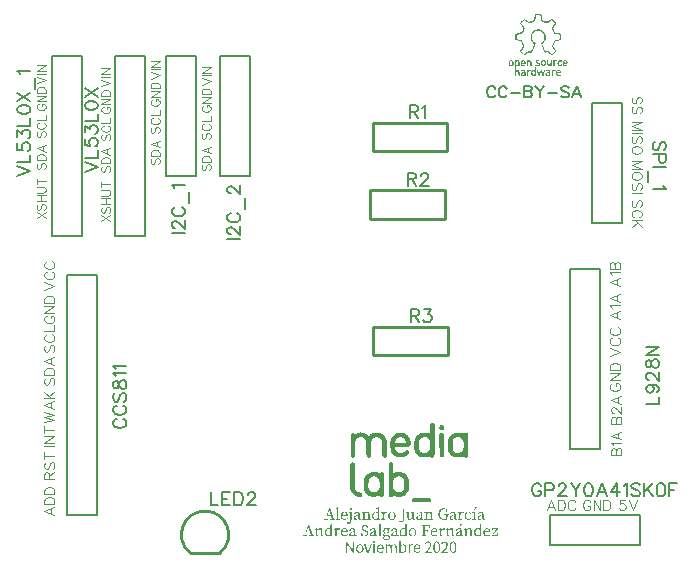
<source format=gto>
G04 Layer: TopSilkLayer*
G04 EasyEDA v6.4.7, 2020-11-30T09:48:28+01:00*
G04 ec7fddcfb250444d8e3ff838e6161cd1,b786752bb5b344d598dffec7f8d735c0,10*
G04 Gerber Generator version 0.2*
G04 Scale: 100 percent, Rotated: No, Reflected: No *
G04 Dimensions in millimeters *
G04 leading zeros omitted , absolute positions ,3 integer and 3 decimal *
%FSLAX33Y33*%
%MOMM*%
G90*
D02*

%ADD17C,0.203200*%
%ADD18C,0.202999*%
%ADD19C,0.254000*%
%ADD20C,0.100000*%
%ADD21C,0.076200*%
%ADD22C,0.152400*%

%LPD*%

%LPD*%
G36*
G01X44617Y47138D02*
G01X44495Y47138D01*
G01X44394Y47137D01*
G01X44309Y47132D01*
G01X44250Y47125D01*
G01X44225Y47117D01*
G01X44217Y47090D01*
G01X44205Y47034D01*
G01X44190Y46957D01*
G01X44175Y46867D01*
G01X44158Y46776D01*
G01X44139Y46696D01*
G01X44120Y46636D01*
G01X44104Y46604D01*
G01X44077Y46586D01*
G01X44031Y46563D01*
G01X43972Y46538D01*
G01X43906Y46514D01*
G01X43743Y46459D01*
G01X43545Y46595D01*
G01X43466Y46648D01*
G01X43397Y46691D01*
G01X43346Y46721D01*
G01X43319Y46731D01*
G01X43293Y46717D01*
G01X43247Y46680D01*
G01X43188Y46626D01*
G01X43123Y46564D01*
G01X43061Y46500D01*
G01X43007Y46441D01*
G01X42970Y46395D01*
G01X42956Y46369D01*
G01X42966Y46342D01*
G01X42995Y46293D01*
G01X43036Y46227D01*
G01X43087Y46152D01*
G01X43137Y46076D01*
G01X43179Y46007D01*
G01X43206Y45952D01*
G01X43216Y45920D01*
G01X43209Y45889D01*
G01X43191Y45840D01*
G01X43166Y45780D01*
G01X43135Y45714D01*
G01X43057Y45555D01*
G01X42868Y45519D01*
G01X42787Y45504D01*
G01X42721Y45491D01*
G01X42669Y45480D01*
G01X42628Y45469D01*
G01X42597Y45456D01*
G01X42576Y45440D01*
G01X42561Y45419D01*
G01X42553Y45391D01*
G01X42549Y45357D01*
G01X42548Y45313D01*
G01X42548Y45258D01*
G01X42549Y45191D01*
G01X42548Y45124D01*
G01X42548Y45069D01*
G01X42549Y45025D01*
G01X42553Y44990D01*
G01X42561Y44963D01*
G01X42575Y44942D01*
G01X42597Y44926D01*
G01X42627Y44913D01*
G01X42669Y44902D01*
G01X42721Y44890D01*
G01X42787Y44878D01*
G01X42868Y44862D01*
G01X43057Y44825D01*
G01X43221Y44429D01*
G01X43103Y44261D01*
G01X43045Y44177D01*
G01X43004Y44113D01*
G01X42979Y44062D01*
G01X42972Y44019D01*
G01X42982Y43980D01*
G01X43009Y43937D01*
G01X43055Y43886D01*
G01X43118Y43822D01*
G01X43186Y43755D01*
G01X43247Y43701D01*
G01X43293Y43664D01*
G01X43318Y43650D01*
G01X43344Y43661D01*
G01X43393Y43689D01*
G01X43459Y43730D01*
G01X43533Y43780D01*
G01X43639Y43852D01*
G01X43704Y43886D01*
G01X43751Y43888D01*
G01X43801Y43867D01*
G01X43835Y43851D01*
G01X43867Y43837D01*
G01X43893Y43828D01*
G01X43910Y43824D01*
G01X43918Y43833D01*
G01X43932Y43857D01*
G01X43952Y43895D01*
G01X43976Y43944D01*
G01X44003Y44002D01*
G01X44033Y44068D01*
G01X44065Y44138D01*
G01X44097Y44211D01*
G01X44128Y44285D01*
G01X44158Y44358D01*
G01X44187Y44427D01*
G01X44212Y44490D01*
G01X44233Y44545D01*
G01X44249Y44590D01*
G01X44260Y44623D01*
G01X44264Y44642D01*
G01X44253Y44662D01*
G01X44226Y44697D01*
G01X44185Y44742D01*
G01X44136Y44791D01*
G01X44086Y44844D01*
G01X44045Y44899D01*
G01X44011Y44957D01*
G01X43985Y45016D01*
G01X43967Y45077D01*
G01X43956Y45139D01*
G01X43954Y45202D01*
G01X43959Y45264D01*
G01X43973Y45326D01*
G01X43994Y45388D01*
G01X44023Y45448D01*
G01X44060Y45507D01*
G01X44094Y45548D01*
G01X44130Y45585D01*
G01X44168Y45618D01*
G01X44208Y45646D01*
G01X44249Y45669D01*
G01X44293Y45688D01*
G01X44336Y45703D01*
G01X44382Y45714D01*
G01X44427Y45721D01*
G01X44472Y45723D01*
G01X44518Y45722D01*
G01X44563Y45717D01*
G01X44608Y45708D01*
G01X44652Y45696D01*
G01X44695Y45680D01*
G01X44736Y45661D01*
G01X44776Y45638D01*
G01X44813Y45612D01*
G01X44849Y45583D01*
G01X44882Y45551D01*
G01X44912Y45516D01*
G01X44939Y45478D01*
G01X44962Y45437D01*
G01X44982Y45393D01*
G01X44998Y45347D01*
G01X45010Y45298D01*
G01X45017Y45248D01*
G01X45020Y45194D01*
G01X45017Y45128D01*
G01X45008Y45066D01*
G01X44994Y45009D01*
G01X44973Y44955D01*
G01X44945Y44904D01*
G01X44910Y44854D01*
G01X44867Y44805D01*
G01X44815Y44755D01*
G01X44703Y44653D01*
G01X44872Y44247D01*
G01X44907Y44166D01*
G01X44940Y44089D01*
G01X44972Y44019D01*
G01X45001Y43957D01*
G01X45026Y43906D01*
G01X45047Y43867D01*
G01X45063Y43841D01*
G01X45072Y43831D01*
G01X45091Y43830D01*
G01X45118Y43836D01*
G01X45150Y43848D01*
G01X45184Y43863D01*
G01X45233Y43884D01*
G01X45282Y43880D01*
G01X45354Y43843D01*
G01X45472Y43765D01*
G01X45679Y43625D01*
G01X45858Y43805D01*
G01X45927Y43877D01*
G01X45984Y43939D01*
G01X46023Y43985D01*
G01X46037Y44007D01*
G01X46026Y44031D01*
G01X45997Y44082D01*
G01X45955Y44151D01*
G01X45902Y44231D01*
G01X45768Y44433D01*
G01X45834Y44601D01*
G01X45865Y44677D01*
G01X45891Y44734D01*
G01X45915Y44777D01*
G01X45943Y44807D01*
G01X45976Y44828D01*
G01X46018Y44844D01*
G01X46074Y44856D01*
G01X46147Y44869D01*
G01X46220Y44881D01*
G01X46280Y44891D01*
G01X46329Y44902D01*
G01X46366Y44912D01*
G01X46395Y44924D01*
G01X46416Y44941D01*
G01X46429Y44962D01*
G01X46438Y44990D01*
G01X46442Y45026D01*
G01X46444Y45070D01*
G01X46444Y45259D01*
G01X46445Y45313D01*
G01X46444Y45357D01*
G01X46440Y45392D01*
G01X46431Y45419D01*
G01X46417Y45440D01*
G01X46395Y45455D01*
G01X46365Y45469D01*
G01X46324Y45479D01*
G01X46271Y45490D01*
G01X46205Y45503D01*
G01X46124Y45518D01*
G01X45935Y45554D01*
G01X45856Y45714D01*
G01X45825Y45780D01*
G01X45800Y45841D01*
G01X45783Y45891D01*
G01X45776Y45923D01*
G01X45786Y45957D01*
G01X45814Y46013D01*
G01X45855Y46083D01*
G01X45906Y46160D01*
G01X45957Y46235D01*
G01X45998Y46300D01*
G01X46026Y46348D01*
G01X46037Y46373D01*
G01X46023Y46397D01*
G01X45986Y46441D01*
G01X45932Y46501D01*
G01X45865Y46569D01*
G01X45801Y46632D01*
G01X45751Y46677D01*
G01X45709Y46705D01*
G01X45669Y46715D01*
G01X45627Y46708D01*
G01X45576Y46684D01*
G01X45512Y46644D01*
G01X45427Y46587D01*
G01X45360Y46541D01*
G01X45307Y46508D01*
G01X45262Y46488D01*
G01X45222Y46477D01*
G01X45182Y46478D01*
G01X45136Y46490D01*
G01X45082Y46510D01*
G01X45013Y46540D01*
G01X44854Y46611D01*
G01X44817Y46836D01*
G01X44806Y46910D01*
G01X44796Y46971D01*
G01X44786Y47019D01*
G01X44776Y47058D01*
G01X44763Y47087D01*
G01X44746Y47108D01*
G01X44725Y47123D01*
G01X44697Y47132D01*
G01X44661Y47136D01*
G01X44617Y47138D01*
G37*

%LPC*%
G36*
G01X44666Y47022D02*
G01X44493Y47022D01*
G01X44418Y47019D01*
G01X44361Y47013D01*
G01X44325Y47001D01*
G01X44309Y46985D01*
G01X44302Y46956D01*
G01X44291Y46905D01*
G01X44278Y46837D01*
G01X44264Y46760D01*
G01X44249Y46687D01*
G01X44235Y46628D01*
G01X44220Y46583D01*
G01X44201Y46547D01*
G01X44178Y46518D01*
G01X44148Y46494D01*
G01X44110Y46472D01*
G01X44062Y46451D01*
G01X43989Y46420D01*
G01X43928Y46394D01*
G01X43878Y46374D01*
G01X43835Y46360D01*
G01X43798Y46352D01*
G01X43764Y46350D01*
G01X43733Y46354D01*
G01X43701Y46365D01*
G01X43666Y46381D01*
G01X43627Y46404D01*
G01X43581Y46433D01*
G01X43527Y46469D01*
G01X43311Y46610D01*
G01X43189Y46485D01*
G01X43066Y46360D01*
G01X43200Y46161D01*
G01X43252Y46081D01*
G01X43294Y46010D01*
G01X43323Y45956D01*
G01X43334Y45927D01*
G01X43327Y45890D01*
G01X43309Y45835D01*
G01X43282Y45768D01*
G01X43250Y45695D01*
G01X43215Y45622D01*
G01X43181Y45558D01*
G01X43151Y45508D01*
G01X43127Y45478D01*
G01X43095Y45457D01*
G01X43049Y45438D01*
G01X42993Y45421D01*
G01X42935Y45410D01*
G01X42842Y45396D01*
G01X42774Y45385D01*
G01X42725Y45372D01*
G01X42694Y45354D01*
G01X42676Y45329D01*
G01X42668Y45293D01*
G01X42665Y45243D01*
G01X42665Y44993D01*
G01X42859Y44959D01*
G01X42938Y44944D01*
G01X43010Y44928D01*
G01X43067Y44913D01*
G01X43101Y44900D01*
G01X43125Y44874D01*
G01X43157Y44821D01*
G01X43192Y44751D01*
G01X43228Y44669D01*
G01X43261Y44586D01*
G01X43289Y44507D01*
G01X43307Y44442D01*
G01X43312Y44399D01*
G01X43301Y44366D01*
G01X43274Y44314D01*
G01X43235Y44250D01*
G01X43189Y44182D01*
G01X43070Y44016D01*
G01X43330Y43756D01*
G01X43513Y43879D01*
G01X43620Y43947D01*
G01X43695Y43979D01*
G01X43758Y43981D01*
G01X43830Y43957D01*
G01X43845Y43955D01*
G01X43859Y43962D01*
G01X43876Y43980D01*
G01X43895Y44009D01*
G01X43918Y44052D01*
G01X43945Y44110D01*
G01X43977Y44184D01*
G01X44015Y44276D01*
G01X44154Y44615D01*
G01X44066Y44695D01*
G01X44022Y44739D01*
G01X43984Y44786D01*
G01X43950Y44835D01*
G01X43922Y44886D01*
G01X43898Y44940D01*
G01X43880Y44994D01*
G01X43866Y45050D01*
G01X43857Y45106D01*
G01X43853Y45163D01*
G01X43854Y45220D01*
G01X43860Y45276D01*
G01X43871Y45331D01*
G01X43886Y45386D01*
G01X43907Y45439D01*
G01X43932Y45490D01*
G01X43962Y45539D01*
G01X43996Y45585D01*
G01X44036Y45629D01*
G01X44079Y45669D01*
G01X44128Y45705D01*
G01X44172Y45733D01*
G01X44216Y45757D01*
G01X44261Y45777D01*
G01X44305Y45793D01*
G01X44350Y45806D01*
G01X44393Y45816D01*
G01X44436Y45822D01*
G01X44480Y45824D01*
G01X44522Y45824D01*
G01X44564Y45821D01*
G01X44605Y45814D01*
G01X44645Y45805D01*
G01X44684Y45794D01*
G01X44723Y45779D01*
G01X44760Y45763D01*
G01X44796Y45743D01*
G01X44831Y45722D01*
G01X44864Y45699D01*
G01X44896Y45673D01*
G01X44926Y45646D01*
G01X44955Y45617D01*
G01X44981Y45586D01*
G01X45007Y45554D01*
G01X45030Y45520D01*
G01X45051Y45485D01*
G01X45070Y45449D01*
G01X45087Y45412D01*
G01X45101Y45374D01*
G01X45113Y45334D01*
G01X45122Y45294D01*
G01X45129Y45254D01*
G01X45133Y45213D01*
G01X45135Y45171D01*
G01X45133Y45129D01*
G01X45129Y45087D01*
G01X45121Y45045D01*
G01X45110Y45003D01*
G01X45097Y44961D01*
G01X45079Y44919D01*
G01X45059Y44878D01*
G01X45035Y44837D01*
G01X45007Y44797D01*
G01X44975Y44757D01*
G01X44940Y44719D01*
G01X44834Y44610D01*
G01X44932Y44370D01*
G01X44973Y44269D01*
G01X45013Y44173D01*
G01X45068Y44038D01*
G01X45091Y43987D01*
G01X45113Y43963D01*
G01X45142Y43962D01*
G01X45190Y43977D01*
G01X45242Y43991D01*
G01X45293Y43984D01*
G01X45362Y43950D01*
G01X45469Y43883D01*
G01X45662Y43757D01*
G01X45916Y44007D01*
G01X45783Y44206D01*
G01X45650Y44406D01*
G01X45731Y44617D01*
G01X45766Y44702D01*
G01X45801Y44779D01*
G01X45831Y44839D01*
G01X45853Y44874D01*
G01X45886Y44896D01*
G01X45944Y44918D01*
G01X46021Y44940D01*
G01X46111Y44958D01*
G01X46328Y44995D01*
G01X46328Y45358D01*
G01X46132Y45395D01*
G01X46051Y45411D01*
G01X45977Y45428D01*
G01X45918Y45445D01*
G01X45882Y45458D01*
G01X45856Y45483D01*
G01X45823Y45531D01*
G01X45786Y45595D01*
G01X45749Y45668D01*
G01X45714Y45744D01*
G01X45686Y45816D01*
G01X45666Y45878D01*
G01X45659Y45923D01*
G01X45669Y45960D01*
G01X45696Y46018D01*
G01X45736Y46088D01*
G01X45785Y46162D01*
G01X45911Y46342D01*
G01X45789Y46478D01*
G01X45666Y46613D01*
G01X45503Y46499D01*
G01X45416Y46438D01*
G01X45348Y46393D01*
G01X45294Y46364D01*
G01X45248Y46350D01*
G01X45203Y46349D01*
G01X45153Y46360D01*
G01X45090Y46382D01*
G01X45009Y46415D01*
G01X44929Y46448D01*
G01X44868Y46478D01*
G01X44823Y46508D01*
G01X44789Y46544D01*
G01X44764Y46592D01*
G01X44742Y46656D01*
G01X44722Y46742D01*
G01X44700Y46855D01*
G01X44666Y47022D01*
G37*

%LPD*%
G36*
G01X43276Y43226D02*
G01X43214Y43239D01*
G01X43152Y43223D01*
G01X43086Y43177D01*
G01X43052Y43138D01*
G01X43027Y43090D01*
G01X43011Y43034D01*
G01X43004Y42975D01*
G01X43006Y42916D01*
G01X43018Y42859D01*
G01X43038Y42809D01*
G01X43069Y42768D01*
G01X43136Y42727D01*
G01X43221Y42709D01*
G01X43307Y42716D01*
G01X43376Y42748D01*
G01X43402Y42784D01*
G01X43388Y42809D01*
G01X43339Y42821D01*
G01X43259Y42815D01*
G01X43211Y42811D01*
G01X43177Y42816D01*
G01X43152Y42832D01*
G01X43132Y42861D01*
G01X43117Y42896D01*
G01X43126Y42915D01*
G01X43170Y42922D01*
G01X43260Y42923D01*
G01X43421Y42923D01*
G01X43421Y43023D01*
G01X43417Y43072D01*
G01X43404Y43113D01*
G01X43380Y43150D01*
G01X43344Y43183D01*
G01X43276Y43226D01*
G37*

%LPC*%
G36*
G01X43271Y43107D02*
G01X43227Y43125D01*
G01X43180Y43120D01*
G01X43136Y43092D01*
G01X43106Y43054D01*
G01X43109Y43029D01*
G01X43146Y43014D01*
G01X43218Y43010D01*
G01X43281Y43012D01*
G01X43313Y43019D01*
G01X43318Y43037D01*
G01X43305Y43069D01*
G01X43271Y43107D01*
G37*

%LPD*%
G36*
G01X46394Y43224D02*
G01X46342Y43229D01*
G01X46290Y43223D01*
G01X46240Y43206D01*
G01X46194Y43171D01*
G01X46158Y43122D01*
G01X46135Y43063D01*
G01X46122Y42997D01*
G01X46121Y42929D01*
G01X46134Y42863D01*
G01X46158Y42803D01*
G01X46196Y42752D01*
G01X46239Y42724D01*
G01X46294Y42710D01*
G01X46354Y42708D01*
G01X46412Y42717D01*
G01X46463Y42735D01*
G01X46498Y42760D01*
G01X46512Y42791D01*
G01X46498Y42826D01*
G01X46481Y42843D01*
G01X46465Y42850D01*
G01X46449Y42848D01*
G01X46433Y42837D01*
G01X46383Y42809D01*
G01X46326Y42809D01*
G01X46273Y42833D01*
G01X46235Y42881D01*
G01X46218Y42938D01*
G01X46219Y42993D01*
G01X46235Y43042D01*
G01X46261Y43083D01*
G01X46297Y43113D01*
G01X46338Y43127D01*
G01X46383Y43124D01*
G01X46427Y43099D01*
G01X46447Y43087D01*
G01X46464Y43084D01*
G01X46481Y43091D01*
G01X46498Y43108D01*
G01X46512Y43138D01*
G01X46504Y43167D01*
G01X46479Y43192D01*
G01X46441Y43212D01*
G01X46394Y43224D01*
G37*

%LPD*%
G36*
G01X44476Y43234D02*
G01X44423Y43240D01*
G01X44378Y43228D01*
G01X44328Y43198D01*
G01X44301Y43173D01*
G01X44280Y43142D01*
G01X44268Y43107D01*
G01X44264Y43069D01*
G01X44271Y43009D01*
G01X44297Y42969D01*
G01X44350Y42943D01*
G01X44437Y42924D01*
G01X44480Y42914D01*
G01X44513Y42901D01*
G01X44533Y42884D01*
G01X44540Y42865D01*
G01X44516Y42831D01*
G01X44458Y42813D01*
G01X44390Y42815D01*
G01X44333Y42839D01*
G01X44285Y42859D01*
G01X44252Y42844D01*
G01X44245Y42805D01*
G01X44273Y42756D01*
G01X44305Y42733D01*
G01X44346Y42717D01*
G01X44393Y42708D01*
G01X44442Y42706D01*
G01X44492Y42711D01*
G01X44540Y42723D01*
G01X44582Y42743D01*
G01X44616Y42769D01*
G01X44658Y42836D01*
G01X44662Y42905D01*
G01X44631Y42963D01*
G01X44568Y42996D01*
G01X44534Y43002D01*
G01X44495Y43010D01*
G01X44456Y43019D01*
G01X44422Y43026D01*
G01X44363Y43050D01*
G01X44362Y43078D01*
G01X44409Y43102D01*
G01X44496Y43112D01*
G01X44587Y43121D01*
G01X44629Y43144D01*
G01X44618Y43176D01*
G01X44551Y43210D01*
G01X44476Y43234D01*
G37*

%LPD*%
G36*
G01X42257Y43228D02*
G01X42216Y43238D01*
G01X42176Y43233D01*
G01X42122Y43214D01*
G01X42067Y43180D01*
G01X42028Y43127D01*
G01X42004Y43056D01*
G01X41996Y42967D01*
G01X42002Y42896D01*
G01X42019Y42834D01*
G01X42047Y42783D01*
G01X42082Y42743D01*
G01X42125Y42716D01*
G01X42175Y42702D01*
G01X42230Y42704D01*
G01X42289Y42720D01*
G01X42330Y42744D01*
G01X42365Y42776D01*
G01X42392Y42814D01*
G01X42413Y42858D01*
G01X42426Y42906D01*
G01X42433Y42955D01*
G01X42432Y43005D01*
G01X42423Y43053D01*
G01X42407Y43099D01*
G01X42384Y43139D01*
G01X42353Y43174D01*
G01X42314Y43200D01*
G01X42257Y43228D01*
G37*

%LPC*%
G36*
G01X42251Y43111D02*
G01X42208Y43125D01*
G01X42165Y43124D01*
G01X42132Y43107D01*
G01X42112Y43046D01*
G01X42112Y42952D01*
G01X42130Y42864D01*
G01X42160Y42816D01*
G01X42201Y42811D01*
G01X42239Y42825D01*
G01X42271Y42855D01*
G01X42297Y42896D01*
G01X42312Y42943D01*
G01X42318Y42994D01*
G01X42309Y43042D01*
G01X42285Y43085D01*
G01X42251Y43111D01*
G37*

%LPD*%
G36*
G01X46821Y43228D02*
G01X46780Y43238D01*
G01X46739Y43233D01*
G01X46683Y43213D01*
G01X46633Y43177D01*
G01X46594Y43120D01*
G01X46569Y43044D01*
G01X46561Y42958D01*
G01X46568Y42889D01*
G01X46588Y42829D01*
G01X46619Y42780D01*
G01X46659Y42741D01*
G01X46708Y42715D01*
G01X46762Y42701D01*
G01X46821Y42703D01*
G01X46882Y42721D01*
G01X46945Y42758D01*
G01X46954Y42790D01*
G01X46911Y42813D01*
G01X46820Y42821D01*
G01X46758Y42824D01*
G01X46717Y42832D01*
G01X46693Y42848D01*
G01X46682Y42872D01*
G01X46683Y42899D01*
G01X46701Y42914D01*
G01X46744Y42921D01*
G01X46818Y42923D01*
G01X46876Y42925D01*
G01X46926Y42931D01*
G01X46962Y42939D01*
G01X46980Y42949D01*
G01X46991Y43009D01*
G01X46973Y43082D01*
G01X46932Y43153D01*
G01X46877Y43201D01*
G01X46821Y43228D01*
G37*

%LPC*%
G36*
G01X46830Y43125D02*
G01X46781Y43126D01*
G01X46729Y43120D01*
G01X46696Y43107D01*
G01X46673Y43070D01*
G01X46682Y43039D01*
G01X46719Y43018D01*
G01X46781Y43010D01*
G01X46832Y43012D01*
G01X46862Y43019D01*
G01X46873Y43034D01*
G01X46869Y43057D01*
G01X46862Y43075D01*
G01X46856Y43093D01*
G01X46852Y43106D01*
G01X46851Y43114D01*
G01X46830Y43125D01*
G37*

%LPD*%
G36*
G01X44999Y43226D02*
G01X44960Y43234D01*
G01X44918Y43233D01*
G01X44874Y43222D01*
G01X44807Y43187D01*
G01X44761Y43137D01*
G01X44737Y43068D01*
G01X44729Y42975D01*
G01X44732Y42918D01*
G01X44742Y42867D01*
G01X44757Y42821D01*
G01X44778Y42782D01*
G01X44803Y42750D01*
G01X44832Y42725D01*
G01X44865Y42708D01*
G01X44900Y42698D01*
G01X44937Y42697D01*
G01X44976Y42705D01*
G01X45017Y42722D01*
G01X45057Y42749D01*
G01X45092Y42783D01*
G01X45120Y42821D01*
G01X45139Y42862D01*
G01X45152Y42906D01*
G01X45157Y42950D01*
G01X45156Y42996D01*
G01X45149Y43039D01*
G01X45135Y43081D01*
G01X45117Y43121D01*
G01X45094Y43156D01*
G01X45066Y43186D01*
G01X45034Y43209D01*
G01X44999Y43226D01*
G37*

%LPC*%
G36*
G01X44983Y43111D02*
G01X44940Y43125D01*
G01X44898Y43124D01*
G01X44865Y43107D01*
G01X44844Y43046D01*
G01X44844Y42952D01*
G01X44862Y42864D01*
G01X44893Y42816D01*
G01X44934Y42811D01*
G01X44972Y42825D01*
G01X45004Y42855D01*
G01X45029Y42896D01*
G01X45045Y42943D01*
G01X45050Y42994D01*
G01X45041Y43042D01*
G01X45018Y43085D01*
G01X44983Y43111D01*
G37*

%LPD*%
G36*
G01X46037Y43237D02*
G01X46022Y43237D01*
G01X46003Y43235D01*
G01X45970Y43231D01*
G01X45929Y43227D01*
G01X45884Y43222D01*
G01X45775Y43210D01*
G01X45775Y42948D01*
G01X45777Y42809D01*
G01X45784Y42731D01*
G01X45799Y42699D01*
G01X45826Y42696D01*
G01X45852Y42710D01*
G01X45870Y42744D01*
G01X45882Y42808D01*
G01X45892Y42909D01*
G01X45901Y43023D01*
G01X45915Y43083D01*
G01X45938Y43107D01*
G01X45979Y43112D01*
G01X46039Y43124D01*
G01X46084Y43154D01*
G01X46103Y43189D01*
G01X46085Y43221D01*
G01X46070Y43229D01*
G01X46053Y43234D01*
G01X46037Y43237D01*
G37*

%LPD*%
G36*
G01X43776Y43238D02*
G01X43733Y43238D01*
G01X43688Y43218D01*
G01X43667Y43209D01*
G01X43639Y43205D01*
G01X43608Y43204D01*
G01X43577Y43207D01*
G01X43506Y43221D01*
G01X43514Y42964D01*
G01X43520Y42831D01*
G01X43530Y42751D01*
G01X43547Y42711D01*
G01X43573Y42696D01*
G01X43600Y42697D01*
G01X43615Y42721D01*
G01X43623Y42776D01*
G01X43624Y42874D01*
G01X43627Y42946D01*
G01X43633Y43006D01*
G01X43644Y43055D01*
G01X43660Y43090D01*
G01X43680Y43113D01*
G01X43704Y43124D01*
G01X43733Y43122D01*
G01X43765Y43107D01*
G01X43788Y43083D01*
G01X43804Y43040D01*
G01X43815Y42975D01*
G01X43822Y42882D01*
G01X43828Y42782D01*
G01X43838Y42724D01*
G01X43854Y42699D01*
G01X43880Y42696D01*
G01X43905Y42710D01*
G01X43921Y42743D01*
G01X43931Y42804D01*
G01X43938Y42902D01*
G01X43941Y43009D01*
G01X43933Y43077D01*
G01X43913Y43126D01*
G01X43874Y43170D01*
G01X43822Y43216D01*
G01X43776Y43238D01*
G37*

%LPD*%
G36*
G01X45317Y43206D02*
G01X45296Y43214D01*
G01X45274Y43204D01*
G01X45261Y43170D01*
G01X45254Y43104D01*
G01X45252Y42997D01*
G01X45254Y42877D01*
G01X45263Y42805D01*
G01X45286Y42763D01*
G01X45326Y42731D01*
G01X45366Y42709D01*
G01X45399Y42698D01*
G01X45433Y42701D01*
G01X45470Y42715D01*
G01X45501Y42726D01*
G01X45527Y42731D01*
G01X45546Y42728D01*
G01X45558Y42719D01*
G01X45568Y42708D01*
G01X45582Y42699D01*
G01X45600Y42693D01*
G01X45617Y42691D01*
G01X45638Y42702D01*
G01X45650Y42743D01*
G01X45657Y42823D01*
G01X45659Y42952D01*
G01X45658Y43095D01*
G01X45650Y43173D01*
G01X45633Y43207D01*
G01X45602Y43214D01*
G01X45572Y43207D01*
G01X45553Y43181D01*
G01X45543Y43121D01*
G01X45537Y43018D01*
G01X45530Y42916D01*
G01X45519Y42855D01*
G01X45501Y42824D01*
G01X45472Y42811D01*
G01X45416Y42819D01*
G01X45374Y42865D01*
G01X45348Y42945D01*
G01X45339Y43060D01*
G01X45337Y43133D01*
G01X45330Y43181D01*
G01X45317Y43206D01*
G37*

%LPD*%
G36*
G01X45377Y42397D02*
G01X45326Y42400D01*
G01X45276Y42398D01*
G01X45229Y42390D01*
G01X45191Y42376D01*
G01X45165Y42357D01*
G01X45145Y42329D01*
G01X45153Y42313D01*
G01X45203Y42306D01*
G01X45310Y42302D01*
G01X45356Y42297D01*
G01X45389Y42287D01*
G01X45410Y42271D01*
G01X45421Y42247D01*
G01X45421Y42222D01*
G01X45409Y42207D01*
G01X45381Y42199D01*
G01X45333Y42197D01*
G01X45265Y42189D01*
G01X45208Y42170D01*
G01X45161Y42140D01*
G01X45128Y42102D01*
G01X45110Y42059D01*
G01X45108Y42014D01*
G01X45124Y41968D01*
G01X45160Y41925D01*
G01X45192Y41903D01*
G01X45236Y41890D01*
G01X45295Y41884D01*
G01X45370Y41885D01*
G01X45528Y41892D01*
G01X45528Y42098D01*
G01X45526Y42189D01*
G01X45518Y42263D01*
G01X45505Y42318D01*
G01X45488Y42352D01*
G01X45462Y42372D01*
G01X45423Y42388D01*
G01X45377Y42397D01*
G37*

%LPC*%
G36*
G01X45403Y42095D02*
G01X45348Y42109D01*
G01X45287Y42108D01*
G01X45243Y42090D01*
G01X45224Y42059D01*
G01X45226Y42026D01*
G01X45246Y41998D01*
G01X45283Y41978D01*
G01X45332Y41975D01*
G01X45379Y41992D01*
G01X45413Y42026D01*
G01X45426Y42069D01*
G01X45403Y42095D01*
G37*

%LPD*%
G36*
G01X43316Y42384D02*
G01X43230Y42398D01*
G01X43141Y42395D01*
G01X43073Y42372D01*
G01X43046Y42344D01*
G01X43059Y42320D01*
G01X43105Y42304D01*
G01X43183Y42298D01*
G01X43232Y42296D01*
G01X43267Y42287D01*
G01X43288Y42271D01*
G01X43298Y42247D01*
G01X43299Y42223D01*
G01X43289Y42207D01*
G01X43265Y42199D01*
G01X43226Y42197D01*
G01X43141Y42183D01*
G01X43074Y42147D01*
G01X43030Y42091D01*
G01X43013Y42021D01*
G01X43027Y41954D01*
G01X43070Y41910D01*
G01X43149Y41888D01*
G01X43271Y41883D01*
G01X43421Y41887D01*
G01X43421Y42097D01*
G01X43418Y42198D01*
G01X43410Y42271D01*
G01X43396Y42321D01*
G01X43375Y42354D01*
G01X43316Y42384D01*
G37*

%LPC*%
G36*
G01X43274Y42106D02*
G01X43241Y42109D01*
G01X43170Y42101D01*
G01X43126Y42080D01*
G01X43112Y42048D01*
G01X43129Y42008D01*
G01X43178Y41975D01*
G01X43231Y41971D01*
G01X43276Y41995D01*
G01X43299Y42044D01*
G01X43300Y42076D01*
G01X43293Y42096D01*
G01X43274Y42106D01*
G37*

%LPD*%
G36*
G01X45871Y42394D02*
G01X45803Y42394D01*
G01X45628Y42392D01*
G01X45636Y42142D01*
G01X45642Y42013D01*
G01X45653Y41936D01*
G01X45669Y41896D01*
G01X45695Y41882D01*
G01X45722Y41884D01*
G01X45737Y41907D01*
G01X45744Y41962D01*
G01X45747Y42060D01*
G01X45754Y42184D01*
G01X45778Y42267D01*
G01X45818Y42306D01*
G01X45873Y42304D01*
G01X45907Y42303D01*
G01X45941Y42318D01*
G01X45968Y42344D01*
G01X45979Y42375D01*
G01X45965Y42383D01*
G01X45927Y42390D01*
G01X45871Y42394D01*
G37*

%LPD*%
G36*
G01X42796Y43218D02*
G01X42723Y43226D01*
G01X42628Y43221D01*
G01X42520Y43210D01*
G01X42520Y42276D01*
G01X42521Y42175D01*
G01X42522Y42092D01*
G01X42524Y42026D01*
G01X42527Y41976D01*
G01X42531Y41937D01*
G01X42536Y41911D01*
G01X42543Y41894D01*
G01X42550Y41885D01*
G01X42559Y41882D01*
G01X42570Y41882D01*
G01X42596Y41895D01*
G01X42613Y41928D01*
G01X42623Y41988D01*
G01X42630Y42085D01*
G01X42636Y42174D01*
G01X42646Y42237D01*
G01X42661Y42276D01*
G01X42681Y42295D01*
G01X42741Y42305D01*
G01X42781Y42277D01*
G01X42805Y42206D01*
G01X42816Y42085D01*
G01X42822Y41988D01*
G01X42833Y41928D01*
G01X42850Y41895D01*
G01X42876Y41882D01*
G01X42902Y41884D01*
G01X42918Y41911D01*
G01X42925Y41975D01*
G01X42927Y42088D01*
G01X42924Y42175D01*
G01X42916Y42245D01*
G01X42903Y42302D01*
G01X42882Y42344D01*
G01X42855Y42373D01*
G01X42820Y42391D01*
G01X42777Y42398D01*
G01X42724Y42394D01*
G01X42636Y42381D01*
G01X42636Y42566D01*
G01X42637Y42667D01*
G01X42644Y42719D01*
G01X42661Y42733D01*
G01X42692Y42721D01*
G01X42751Y42707D01*
G01X42816Y42717D01*
G01X42873Y42747D01*
G01X42908Y42792D01*
G01X42918Y42830D01*
G01X42924Y42878D01*
G01X42926Y42933D01*
G01X42925Y42990D01*
G01X42921Y43045D01*
G01X42913Y43095D01*
G01X42903Y43135D01*
G01X42890Y43162D01*
G01X42850Y43197D01*
G01X42796Y43218D01*
G37*

%LPC*%
G36*
G01X42765Y43112D02*
G01X42730Y43122D01*
G01X42681Y43118D01*
G01X42651Y43089D01*
G01X42639Y43028D01*
G01X42641Y42934D01*
G01X42648Y42875D01*
G01X42661Y42841D01*
G01X42685Y42825D01*
G01X42723Y42821D01*
G01X42763Y42825D01*
G01X42785Y42843D01*
G01X42794Y42887D01*
G01X42796Y42967D01*
G01X42793Y43044D01*
G01X42785Y43089D01*
G01X42765Y43112D01*
G37*

%LPD*%
G36*
G01X44431Y42394D02*
G01X44411Y42396D01*
G01X44395Y42395D01*
G01X44384Y42390D01*
G01X44380Y42382D01*
G01X44386Y42354D01*
G01X44402Y42295D01*
G01X44425Y42212D01*
G01X44454Y42116D01*
G01X44486Y42019D01*
G01X44516Y41947D01*
G01X44544Y41901D01*
G01X44570Y41880D01*
G01X44595Y41884D01*
G01X44619Y41913D01*
G01X44644Y41966D01*
G01X44668Y42044D01*
G01X44685Y42104D01*
G01X44703Y42152D01*
G01X44718Y42184D01*
G01X44729Y42197D01*
G01X44741Y42184D01*
G01X44757Y42152D01*
G01X44775Y42103D01*
G01X44793Y42044D01*
G01X44817Y41966D01*
G01X44841Y41914D01*
G01X44865Y41887D01*
G01X44890Y41885D01*
G01X44916Y41909D01*
G01X44945Y41959D01*
G01X44978Y42035D01*
G01X45015Y42139D01*
G01X45065Y42291D01*
G01X45084Y42368D01*
G01X45075Y42395D01*
G01X45041Y42395D01*
G01X45008Y42382D01*
G01X44982Y42352D01*
G01X44960Y42298D01*
G01X44936Y42211D01*
G01X44893Y42037D01*
G01X44834Y42219D01*
G01X44807Y42294D01*
G01X44782Y42347D01*
G01X44758Y42379D01*
G01X44735Y42389D01*
G01X44711Y42377D01*
G01X44686Y42344D01*
G01X44660Y42288D01*
G01X44632Y42211D01*
G01X44574Y42037D01*
G01X44528Y42211D01*
G01X44504Y42288D01*
G01X44481Y42345D01*
G01X44456Y42379D01*
G01X44431Y42394D01*
G37*

%LPD*%
G36*
G01X44282Y42602D02*
G01X44264Y42603D01*
G01X44234Y42599D01*
G01X44216Y42582D01*
G01X44208Y42548D01*
G01X44206Y42490D01*
G01X44206Y42376D01*
G01X44093Y42392D01*
G01X44034Y42397D01*
G01X43993Y42391D01*
G01X43962Y42373D01*
G01X43933Y42339D01*
G01X43911Y42296D01*
G01X43895Y42244D01*
G01X43887Y42187D01*
G01X43885Y42127D01*
G01X43890Y42069D01*
G01X43901Y42015D01*
G01X43919Y41969D01*
G01X43944Y41935D01*
G01X44001Y41897D01*
G01X44066Y41879D01*
G01X44125Y41882D01*
G01X44164Y41909D01*
G01X44174Y41921D01*
G01X44184Y41925D01*
G01X44195Y41919D01*
G01X44206Y41904D01*
G01X44218Y41892D01*
G01X44236Y41884D01*
G01X44256Y41882D01*
G01X44275Y41886D01*
G01X44289Y41894D01*
G01X44299Y41908D01*
G01X44307Y41931D01*
G01X44313Y41965D01*
G01X44317Y42012D01*
G01X44320Y42075D01*
G01X44322Y42154D01*
G01X44322Y42364D01*
G01X44321Y42447D01*
G01X44318Y42509D01*
G01X44313Y42553D01*
G01X44306Y42580D01*
G01X44296Y42595D01*
G01X44282Y42602D01*
G37*

%LPC*%
G36*
G01X44138Y42303D02*
G01X44106Y42312D01*
G01X44077Y42308D01*
G01X44051Y42291D01*
G01X44030Y42263D01*
G01X44015Y42223D01*
G01X44007Y42175D01*
G01X44008Y42118D01*
G01X44015Y42062D01*
G01X44028Y42027D01*
G01X44051Y42007D01*
G01X44086Y41998D01*
G01X44115Y41997D01*
G01X44142Y42002D01*
G01X44165Y42013D01*
G01X44180Y42027D01*
G01X44200Y42085D01*
G01X44204Y42159D01*
G01X44194Y42230D01*
G01X44171Y42278D01*
G01X44138Y42303D01*
G37*

%LPD*%
G36*
G01X46250Y42395D02*
G01X46211Y42400D01*
G01X46173Y42395D01*
G01X46133Y42383D01*
G01X46095Y42365D01*
G01X46066Y42342D01*
G01X46037Y42304D01*
G01X46016Y42260D01*
G01X46004Y42211D01*
G01X46001Y42160D01*
G01X46004Y42108D01*
G01X46015Y42058D01*
G01X46033Y42010D01*
G01X46056Y41967D01*
G01X46085Y41930D01*
G01X46119Y41901D01*
G01X46158Y41883D01*
G01X46201Y41876D01*
G01X46281Y41887D01*
G01X46347Y41913D01*
G01X46386Y41947D01*
G01X46384Y41982D01*
G01X46365Y41997D01*
G01X46343Y42004D01*
G01X46315Y42002D01*
G01X46280Y41991D01*
G01X46227Y41972D01*
G01X46196Y41967D01*
G01X46172Y41979D01*
G01X46141Y42010D01*
G01X46103Y42058D01*
G01X46107Y42088D01*
G01X46156Y42105D01*
G01X46255Y42109D01*
G01X46347Y42111D01*
G01X46394Y42120D01*
G01X46412Y42146D01*
G01X46415Y42197D01*
G01X46410Y42235D01*
G01X46398Y42275D01*
G01X46379Y42312D01*
G01X46357Y42342D01*
G01X46327Y42365D01*
G01X46290Y42383D01*
G01X46250Y42395D01*
G37*

%LPC*%
G36*
G01X46236Y42308D02*
G01X46211Y42313D01*
G01X46187Y42308D01*
G01X46163Y42296D01*
G01X46141Y42277D01*
G01X46124Y42254D01*
G01X46110Y42223D01*
G01X46116Y42205D01*
G01X46148Y42198D01*
G01X46211Y42197D01*
G01X46275Y42198D01*
G01X46307Y42205D01*
G01X46312Y42223D01*
G01X46299Y42254D01*
G01X46282Y42277D01*
G01X46260Y42296D01*
G01X46236Y42308D01*
G37*

%LPD*%
G36*
G01X43759Y42395D02*
G01X43696Y42396D01*
G01X43537Y42394D01*
G01X43537Y42135D01*
G01X43538Y41994D01*
G01X43546Y41916D01*
G01X43563Y41884D01*
G01X43595Y41876D01*
G01X43626Y41882D01*
G01X43644Y41907D01*
G01X43652Y41963D01*
G01X43653Y42062D01*
G01X43662Y42184D01*
G01X43685Y42267D01*
G01X43722Y42306D01*
G01X43769Y42298D01*
G01X43804Y42295D01*
G01X43842Y42314D01*
G01X43869Y42343D01*
G01X43870Y42373D01*
G01X43852Y42382D01*
G01X43813Y42390D01*
G01X43759Y42395D01*
G37*

%LPD*%
G36*
G01X36361Y12312D02*
G01X36314Y12316D01*
G01X36266Y12309D01*
G01X36218Y12288D01*
G01X36173Y12251D01*
G01X36138Y12207D01*
G01X36116Y12159D01*
G01X36108Y12112D01*
G01X36111Y12064D01*
G01X36124Y12018D01*
G01X36147Y11977D01*
G01X36178Y11941D01*
G01X36216Y11912D01*
G01X36260Y11891D01*
G01X36309Y11880D01*
G01X36362Y11882D01*
G01X36418Y11896D01*
G01X36438Y11910D01*
G01X36462Y11932D01*
G01X36485Y11962D01*
G01X36504Y11995D01*
G01X36525Y12050D01*
G01X36531Y12104D01*
G01X36525Y12153D01*
G01X36508Y12199D01*
G01X36481Y12239D01*
G01X36446Y12272D01*
G01X36406Y12297D01*
G01X36361Y12312D01*
G37*

%LPD*%
G36*
G01X32882Y11686D02*
G01X32831Y11688D01*
G01X32778Y11686D01*
G01X32726Y11681D01*
G01X32673Y11673D01*
G01X32621Y11662D01*
G01X32568Y11647D01*
G01X32516Y11629D01*
G01X32471Y11608D01*
G01X32425Y11583D01*
G01X32378Y11553D01*
G01X32331Y11519D01*
G01X32286Y11482D01*
G01X32241Y11442D01*
G01X32199Y11399D01*
G01X32159Y11354D01*
G01X32122Y11309D01*
G01X32089Y11263D01*
G01X32061Y11217D01*
G01X32038Y11172D01*
G01X32020Y11130D01*
G01X32006Y11090D01*
G01X31995Y11045D01*
G01X31988Y10994D01*
G01X31983Y10931D01*
G01X31980Y10852D01*
G01X31978Y10753D01*
G01X31978Y10629D01*
G01X31979Y10518D01*
G01X31981Y10422D01*
G01X31986Y10337D01*
G01X31993Y10263D01*
G01X32003Y10198D01*
G01X32017Y10139D01*
G01X32036Y10085D01*
G01X32058Y10036D01*
G01X32086Y9988D01*
G01X32119Y9941D01*
G01X32159Y9892D01*
G01X32205Y9839D01*
G01X32245Y9798D01*
G01X32287Y9760D01*
G01X32328Y9726D01*
G01X32371Y9696D01*
G01X32415Y9669D01*
G01X32461Y9646D01*
G01X32509Y9627D01*
G01X32559Y9610D01*
G01X32612Y9597D01*
G01X32667Y9587D01*
G01X32725Y9580D01*
G01X32787Y9575D01*
G01X32857Y9573D01*
G01X32922Y9574D01*
G01X32982Y9579D01*
G01X33039Y9587D01*
G01X33093Y9599D01*
G01X33145Y9614D01*
G01X33194Y9635D01*
G01X33241Y9659D01*
G01X33288Y9688D01*
G01X33334Y9721D01*
G01X33380Y9759D01*
G01X33426Y9802D01*
G01X33482Y9861D01*
G01X33525Y9915D01*
G01X33555Y9964D01*
G01X33571Y10010D01*
G01X33574Y10052D01*
G01X33565Y10093D01*
G01X33543Y10132D01*
G01X33509Y10171D01*
G01X33439Y10217D01*
G01X33367Y10228D01*
G01X33294Y10204D01*
G01X33225Y10145D01*
G01X33182Y10101D01*
G01X33136Y10063D01*
G01X33089Y10032D01*
G01X33039Y10006D01*
G01X32988Y9986D01*
G01X32936Y9972D01*
G01X32883Y9963D01*
G01X32831Y9960D01*
G01X32779Y9963D01*
G01X32728Y9971D01*
G01X32679Y9984D01*
G01X32631Y10002D01*
G01X32586Y10025D01*
G01X32544Y10053D01*
G01X32505Y10086D01*
G01X32469Y10124D01*
G01X32438Y10167D01*
G01X32412Y10214D01*
G01X32390Y10266D01*
G01X32374Y10322D01*
G01X32352Y10423D01*
G01X32980Y10423D01*
G01X33096Y10425D01*
G01X33195Y10428D01*
G01X33280Y10433D01*
G01X33350Y10440D01*
G01X33410Y10450D01*
G01X33459Y10462D01*
G01X33501Y10478D01*
G01X33535Y10497D01*
G01X33566Y10520D01*
G01X33593Y10548D01*
G01X33619Y10580D01*
G01X33659Y10638D01*
G01X33681Y10694D01*
G01X33691Y10762D01*
G01X33692Y10861D01*
G01X33690Y10914D01*
G01X33684Y10968D01*
G01X33675Y11020D01*
G01X33663Y11070D01*
G01X33647Y11119D01*
G01X33629Y11166D01*
G01X33607Y11213D01*
G01X33583Y11257D01*
G01X33557Y11299D01*
G01X33528Y11341D01*
G01X33497Y11380D01*
G01X33464Y11417D01*
G01X33428Y11452D01*
G01X33390Y11485D01*
G01X33351Y11515D01*
G01X33310Y11544D01*
G01X33267Y11570D01*
G01X33223Y11594D01*
G01X33178Y11615D01*
G01X33131Y11634D01*
G01X33083Y11650D01*
G01X33034Y11663D01*
G01X32984Y11674D01*
G01X32933Y11681D01*
G01X32882Y11686D01*
G37*

%LPC*%
G36*
G01X32880Y11297D02*
G01X32835Y11302D01*
G01X32786Y11298D01*
G01X32734Y11286D01*
G01X32680Y11267D01*
G01X32625Y11243D01*
G01X32574Y11214D01*
G01X32527Y11182D01*
G01X32488Y11149D01*
G01X32458Y11114D01*
G01X32416Y11037D01*
G01X32382Y10947D01*
G01X32363Y10867D01*
G01X32367Y10823D01*
G01X32379Y10820D01*
G01X32409Y10817D01*
G01X32454Y10814D01*
G01X32512Y10812D01*
G01X32582Y10810D01*
G01X32661Y10809D01*
G01X32748Y10808D01*
G01X32841Y10807D01*
G01X33299Y10807D01*
G01X33299Y10895D01*
G01X33294Y10942D01*
G01X33279Y10992D01*
G01X33255Y11042D01*
G01X33223Y11091D01*
G01X33185Y11137D01*
G01X33141Y11180D01*
G01X33093Y11217D01*
G01X33042Y11246D01*
G01X32991Y11268D01*
G01X32934Y11286D01*
G01X32880Y11297D01*
G37*

%LPD*%
G36*
G01X36392Y11668D02*
G01X36327Y11685D01*
G01X36260Y11676D01*
G01X36194Y11644D01*
G01X36133Y11601D01*
G01X36133Y10471D01*
G01X36134Y10330D01*
G01X36134Y10205D01*
G01X36135Y10097D01*
G01X36136Y10004D01*
G01X36137Y9924D01*
G01X36139Y9857D01*
G01X36141Y9800D01*
G01X36143Y9755D01*
G01X36147Y9718D01*
G01X36151Y9688D01*
G01X36155Y9666D01*
G01X36161Y9648D01*
G01X36168Y9635D01*
G01X36175Y9625D01*
G01X36183Y9616D01*
G01X36247Y9581D01*
G01X36323Y9572D01*
G01X36398Y9589D01*
G01X36459Y9631D01*
G01X36477Y9653D01*
G01X36484Y9667D01*
G01X36491Y9684D01*
G01X36496Y9705D01*
G01X36500Y9733D01*
G01X36504Y9768D01*
G01X36507Y9812D01*
G01X36510Y9865D01*
G01X36511Y9930D01*
G01X36513Y10008D01*
G01X36514Y10099D01*
G01X36514Y10206D01*
G01X36515Y10329D01*
G01X36515Y11567D01*
G01X36452Y11627D01*
G01X36392Y11668D01*
G37*

%LPD*%
G36*
G01X29529Y11689D02*
G01X29468Y11692D01*
G01X29406Y11690D01*
G01X29345Y11685D01*
G01X29285Y11675D01*
G01X29226Y11661D01*
G01X29169Y11642D01*
G01X29114Y11619D01*
G01X29033Y11584D01*
G01X28987Y11571D01*
G01X28958Y11579D01*
G01X28930Y11607D01*
G01X28870Y11647D01*
G01X28793Y11659D01*
G01X28714Y11644D01*
G01X28651Y11602D01*
G01X28643Y11591D01*
G01X28635Y11579D01*
G01X28628Y11565D01*
G01X28622Y11547D01*
G01X28617Y11524D01*
G01X28613Y11496D01*
G01X28610Y11460D01*
G01X28607Y11416D01*
G01X28605Y11362D01*
G01X28603Y11297D01*
G01X28602Y11220D01*
G01X28600Y11130D01*
G01X28600Y11026D01*
G01X28599Y10906D01*
G01X28599Y10324D01*
G01X28600Y10204D01*
G01X28600Y10100D01*
G01X28602Y10010D01*
G01X28603Y9933D01*
G01X28605Y9868D01*
G01X28607Y9814D01*
G01X28610Y9770D01*
G01X28613Y9734D01*
G01X28617Y9705D01*
G01X28622Y9682D01*
G01X28628Y9665D01*
G01X28635Y9650D01*
G01X28643Y9639D01*
G01X28651Y9629D01*
G01X28718Y9582D01*
G01X28796Y9570D01*
G01X28873Y9590D01*
G01X28938Y9643D01*
G01X28950Y9660D01*
G01X28961Y9677D01*
G01X28969Y9698D01*
G01X28976Y9723D01*
G01X28982Y9755D01*
G01X28986Y9795D01*
G01X28989Y9846D01*
G01X28992Y9910D01*
G01X28993Y9989D01*
G01X28994Y10084D01*
G01X28994Y10469D01*
G01X28995Y10584D01*
G01X28996Y10681D01*
G01X28997Y10760D01*
G01X29000Y10825D01*
G01X29003Y10879D01*
G01X29007Y10922D01*
G01X29013Y10957D01*
G01X29021Y10986D01*
G01X29031Y11011D01*
G01X29042Y11036D01*
G01X29055Y11061D01*
G01X29087Y11110D01*
G01X29124Y11154D01*
G01X29164Y11192D01*
G01X29209Y11225D01*
G01X29257Y11252D01*
G01X29307Y11273D01*
G01X29359Y11288D01*
G01X29412Y11297D01*
G01X29466Y11300D01*
G01X29520Y11297D01*
G01X29574Y11288D01*
G01X29627Y11273D01*
G01X29678Y11251D01*
G01X29728Y11223D01*
G01X29774Y11189D01*
G01X29817Y11148D01*
G01X29838Y11124D01*
G01X29857Y11100D01*
G01X29874Y11076D01*
G01X29888Y11052D01*
G01X29901Y11024D01*
G01X29912Y10994D01*
G01X29920Y10959D01*
G01X29928Y10918D01*
G01X29939Y10819D01*
G01X29942Y10758D01*
G01X29945Y10688D01*
G01X29946Y10608D01*
G01X29947Y10516D01*
G01X29948Y10413D01*
G01X29948Y10050D01*
G01X29949Y9955D01*
G01X29951Y9877D01*
G01X29953Y9814D01*
G01X29956Y9763D01*
G01X29960Y9724D01*
G01X29965Y9694D01*
G01X29972Y9671D01*
G01X29981Y9653D01*
G01X29990Y9639D01*
G01X30003Y9626D01*
G01X30071Y9583D01*
G01X30152Y9570D01*
G01X30230Y9586D01*
G01X30287Y9632D01*
G01X30295Y9646D01*
G01X30302Y9664D01*
G01X30308Y9687D01*
G01X30314Y9716D01*
G01X30318Y9751D01*
G01X30322Y9795D01*
G01X30324Y9849D01*
G01X30327Y9913D01*
G01X30328Y9989D01*
G01X30329Y10078D01*
G01X30330Y10180D01*
G01X30330Y10415D01*
G01X30331Y10519D01*
G01X30333Y10612D01*
G01X30335Y10694D01*
G01X30339Y10767D01*
G01X30344Y10831D01*
G01X30350Y10887D01*
G01X30358Y10936D01*
G01X30367Y10978D01*
G01X30378Y11016D01*
G01X30392Y11050D01*
G01X30408Y11079D01*
G01X30426Y11107D01*
G01X30447Y11133D01*
G01X30470Y11158D01*
G01X30496Y11184D01*
G01X30535Y11216D01*
G01X30578Y11243D01*
G01X30622Y11264D01*
G01X30669Y11281D01*
G01X30717Y11292D01*
G01X30767Y11299D01*
G01X30816Y11301D01*
G01X30866Y11297D01*
G01X30915Y11290D01*
G01X30964Y11277D01*
G01X31011Y11259D01*
G01X31056Y11237D01*
G01X31098Y11211D01*
G01X31138Y11179D01*
G01X31174Y11143D01*
G01X31206Y11103D01*
G01X31220Y11083D01*
G01X31232Y11062D01*
G01X31242Y11039D01*
G01X31250Y11012D01*
G01X31257Y10977D01*
G01X31262Y10934D01*
G01X31267Y10879D01*
G01X31271Y10811D01*
G01X31274Y10725D01*
G01X31277Y10622D01*
G01X31280Y10497D01*
G01X31283Y10350D01*
G01X31286Y10210D01*
G01X31289Y10091D01*
G01X31292Y9990D01*
G01X31295Y9907D01*
G01X31298Y9838D01*
G01X31303Y9783D01*
G01X31308Y9739D01*
G01X31313Y9705D01*
G01X31320Y9678D01*
G01X31328Y9658D01*
G01X31338Y9642D01*
G01X31349Y9629D01*
G01X31415Y9582D01*
G01X31494Y9570D01*
G01X31571Y9590D01*
G01X31635Y9643D01*
G01X31647Y9660D01*
G01X31658Y9677D01*
G01X31667Y9697D01*
G01X31674Y9722D01*
G01X31679Y9753D01*
G01X31684Y9793D01*
G01X31687Y9843D01*
G01X31689Y9904D01*
G01X31691Y9981D01*
G01X31691Y10073D01*
G01X31692Y10183D01*
G01X31692Y10435D01*
G01X31691Y10541D01*
G01X31690Y10633D01*
G01X31688Y10712D01*
G01X31686Y10780D01*
G01X31683Y10839D01*
G01X31678Y10890D01*
G01X31672Y10935D01*
G01X31666Y10976D01*
G01X31658Y11015D01*
G01X31648Y11052D01*
G01X31637Y11090D01*
G01X31618Y11146D01*
G01X31594Y11199D01*
G01X31567Y11252D01*
G01X31535Y11303D01*
G01X31500Y11352D01*
G01X31462Y11399D01*
G01X31420Y11443D01*
G01X31376Y11484D01*
G01X31329Y11522D01*
G01X31279Y11557D01*
G01X31228Y11589D01*
G01X31174Y11616D01*
G01X31118Y11639D01*
G01X31059Y11658D01*
G01X30997Y11672D01*
G01X30934Y11682D01*
G01X30870Y11688D01*
G01X30806Y11689D01*
G01X30741Y11686D01*
G01X30677Y11678D01*
G01X30614Y11667D01*
G01X30553Y11652D01*
G01X30493Y11633D01*
G01X30437Y11610D01*
G01X30384Y11583D01*
G01X30334Y11553D01*
G01X30289Y11519D01*
G01X30249Y11482D01*
G01X30158Y11387D01*
G01X30045Y11481D01*
G01X29995Y11519D01*
G01X29942Y11554D01*
G01X29887Y11585D01*
G01X29830Y11612D01*
G01X29772Y11636D01*
G01X29712Y11655D01*
G01X29652Y11670D01*
G01X29591Y11681D01*
G01X29529Y11689D01*
G37*

%LPD*%
G36*
G01X38433Y11676D02*
G01X38351Y11688D01*
G01X38274Y11669D01*
G01X38216Y11619D01*
G01X38173Y11552D01*
G01X38059Y11613D01*
G01X38020Y11630D01*
G01X37973Y11644D01*
G01X37918Y11657D01*
G01X37858Y11667D01*
G01X37795Y11675D01*
G01X37730Y11680D01*
G01X37665Y11682D01*
G01X37601Y11682D01*
G01X37541Y11679D01*
G01X37486Y11673D01*
G01X37439Y11664D01*
G01X37400Y11651D01*
G01X37342Y11626D01*
G01X37286Y11597D01*
G01X37233Y11566D01*
G01X37183Y11532D01*
G01X37136Y11496D01*
G01X37092Y11456D01*
G01X37051Y11415D01*
G01X37012Y11371D01*
G01X36976Y11324D01*
G01X36943Y11275D01*
G01X36913Y11222D01*
G01X36886Y11168D01*
G01X36869Y11128D01*
G01X36855Y11088D01*
G01X36845Y11044D01*
G01X36838Y10993D01*
G01X36833Y10929D01*
G01X36830Y10850D01*
G01X36829Y10751D01*
G01X36828Y10629D01*
G01X36829Y10497D01*
G01X36830Y10394D01*
G01X36833Y10314D01*
G01X36839Y10252D01*
G01X36848Y10202D01*
G01X36862Y10156D01*
G01X36880Y10111D01*
G01X36905Y10059D01*
G01X36939Y9997D01*
G01X36981Y9935D01*
G01X37029Y9875D01*
G01X37083Y9817D01*
G01X37140Y9763D01*
G01X37200Y9714D01*
G01X37263Y9671D01*
G01X37326Y9635D01*
G01X37370Y9617D01*
G01X37423Y9603D01*
G01X37484Y9593D01*
G01X37551Y9585D01*
G01X37621Y9581D01*
G01X37693Y9580D01*
G01X37765Y9583D01*
G01X37835Y9589D01*
G01X37901Y9598D01*
G01X37962Y9610D01*
G01X38015Y9626D01*
G01X38059Y9645D01*
G01X38173Y9705D01*
G01X38216Y9638D01*
G01X38274Y9589D01*
G01X38351Y9569D01*
G01X38433Y9581D01*
G01X38504Y9626D01*
G01X38513Y9636D01*
G01X38521Y9646D01*
G01X38528Y9660D01*
G01X38534Y9676D01*
G01X38540Y9698D01*
G01X38544Y9726D01*
G01X38548Y9761D01*
G01X38551Y9805D01*
G01X38553Y9859D01*
G01X38555Y9925D01*
G01X38556Y10003D01*
G01X38557Y10095D01*
G01X38558Y10202D01*
G01X38558Y11055D01*
G01X38557Y11163D01*
G01X38556Y11255D01*
G01X38555Y11333D01*
G01X38553Y11398D01*
G01X38551Y11452D01*
G01X38548Y11497D01*
G01X38544Y11532D01*
G01X38540Y11560D01*
G01X38534Y11581D01*
G01X38528Y11598D01*
G01X38521Y11611D01*
G01X38513Y11622D01*
G01X38504Y11632D01*
G01X38433Y11676D01*
G37*

%LPC*%
G36*
G01X37726Y11300D02*
G01X37671Y11300D01*
G01X37617Y11294D01*
G01X37564Y11282D01*
G01X37512Y11265D01*
G01X37462Y11243D01*
G01X37416Y11215D01*
G01X37373Y11182D01*
G01X37334Y11145D01*
G01X37300Y11103D01*
G01X37281Y11073D01*
G01X37265Y11044D01*
G01X37254Y11011D01*
G01X37246Y10969D01*
G01X37241Y10914D01*
G01X37239Y10843D01*
G01X37237Y10749D01*
G01X37237Y10629D01*
G01X37238Y10526D01*
G01X37240Y10438D01*
G01X37245Y10362D01*
G01X37252Y10297D01*
G01X37262Y10241D01*
G01X37277Y10194D01*
G01X37295Y10154D01*
G01X37318Y10119D01*
G01X37347Y10089D01*
G01X37381Y10061D01*
G01X37422Y10036D01*
G01X37470Y10010D01*
G01X37518Y9988D01*
G01X37567Y9972D01*
G01X37615Y9961D01*
G01X37665Y9956D01*
G01X37714Y9956D01*
G01X37762Y9961D01*
G01X37810Y9972D01*
G01X37855Y9987D01*
G01X37900Y10006D01*
G01X37942Y10030D01*
G01X37982Y10059D01*
G01X38019Y10092D01*
G01X38054Y10130D01*
G01X38084Y10171D01*
G01X38112Y10216D01*
G01X38135Y10265D01*
G01X38146Y10300D01*
G01X38156Y10345D01*
G01X38164Y10399D01*
G01X38170Y10460D01*
G01X38174Y10525D01*
G01X38176Y10593D01*
G01X38177Y10661D01*
G01X38175Y10729D01*
G01X38172Y10793D01*
G01X38166Y10853D01*
G01X38158Y10906D01*
G01X38148Y10951D01*
G01X38132Y11000D01*
G01X38108Y11049D01*
G01X38079Y11095D01*
G01X38046Y11139D01*
G01X38010Y11179D01*
G01X37970Y11214D01*
G01X37928Y11243D01*
G01X37886Y11264D01*
G01X37834Y11283D01*
G01X37781Y11295D01*
G01X37726Y11300D01*
G37*

%LPD*%
G36*
G01X35597Y12494D02*
G01X35527Y12509D01*
G01X35458Y12496D01*
G01X35398Y12456D01*
G01X35381Y12437D01*
G01X35368Y12415D01*
G01X35358Y12385D01*
G01X35352Y12343D01*
G01X35347Y12286D01*
G01X35345Y12209D01*
G01X35343Y12108D01*
G01X35343Y11557D01*
G01X35227Y11614D01*
G01X35162Y11642D01*
G01X35086Y11662D01*
G01X34995Y11675D01*
G01X34885Y11683D01*
G01X34814Y11686D01*
G01X34756Y11686D01*
G01X34709Y11684D01*
G01X34667Y11678D01*
G01X34626Y11668D01*
G01X34585Y11653D01*
G01X34539Y11633D01*
G01X34485Y11606D01*
G01X34434Y11579D01*
G01X34386Y11549D01*
G01X34339Y11517D01*
G01X34295Y11482D01*
G01X34253Y11445D01*
G01X34214Y11406D01*
G01X34178Y11365D01*
G01X34145Y11322D01*
G01X34115Y11279D01*
G01X34089Y11234D01*
G01X34067Y11189D01*
G01X34049Y11142D01*
G01X34035Y11095D01*
G01X34023Y11037D01*
G01X34012Y10970D01*
G01X34003Y10897D01*
G01X33996Y10819D01*
G01X33990Y10738D01*
G01X33987Y10656D01*
G01X33986Y10576D01*
G01X33987Y10499D01*
G01X33990Y10426D01*
G01X33996Y10361D01*
G01X34004Y10305D01*
G01X34021Y10229D01*
G01X34041Y10157D01*
G01X34066Y10089D01*
G01X34095Y10026D01*
G01X34127Y9966D01*
G01X34165Y9911D01*
G01X34206Y9859D01*
G01X34252Y9811D01*
G01X34303Y9766D01*
G01X34359Y9725D01*
G01X34419Y9687D01*
G01X34484Y9652D01*
G01X34539Y9625D01*
G01X34585Y9604D01*
G01X34626Y9590D01*
G01X34667Y9580D01*
G01X34709Y9574D01*
G01X34756Y9572D01*
G01X34814Y9572D01*
G01X34885Y9575D01*
G01X34995Y9582D01*
G01X35086Y9596D01*
G01X35161Y9615D01*
G01X35227Y9642D01*
G01X35342Y9700D01*
G01X35384Y9636D01*
G01X35441Y9587D01*
G01X35518Y9569D01*
G01X35600Y9582D01*
G01X35670Y9626D01*
G01X35676Y9632D01*
G01X35682Y9639D01*
G01X35688Y9647D01*
G01X35693Y9657D01*
G01X35697Y9669D01*
G01X35701Y9683D01*
G01X35704Y9701D01*
G01X35708Y9722D01*
G01X35710Y9748D01*
G01X35713Y9778D01*
G01X35715Y9814D01*
G01X35717Y9856D01*
G01X35719Y9905D01*
G01X35720Y9961D01*
G01X35721Y10024D01*
G01X35722Y10096D01*
G01X35723Y10177D01*
G01X35724Y10267D01*
G01X35724Y10599D01*
G01X35725Y10733D01*
G01X35725Y12392D01*
G01X35662Y12452D01*
G01X35597Y12494D01*
G37*

%LPC*%
G36*
G01X34927Y11299D02*
G01X34872Y11303D01*
G01X34816Y11300D01*
G01X34762Y11290D01*
G01X34708Y11275D01*
G01X34655Y11252D01*
G01X34604Y11223D01*
G01X34562Y11195D01*
G01X34525Y11166D01*
G01X34494Y11136D01*
G01X34468Y11103D01*
G01X34446Y11068D01*
G01X34429Y11028D01*
G01X34415Y10981D01*
G01X34405Y10929D01*
G01X34397Y10868D01*
G01X34393Y10799D01*
G01X34390Y10719D01*
G01X34389Y10629D01*
G01X34390Y10538D01*
G01X34393Y10459D01*
G01X34397Y10389D01*
G01X34405Y10329D01*
G01X34415Y10276D01*
G01X34429Y10230D01*
G01X34446Y10190D01*
G01X34468Y10154D01*
G01X34494Y10121D01*
G01X34525Y10091D01*
G01X34562Y10063D01*
G01X34604Y10034D01*
G01X34654Y10006D01*
G01X34706Y9983D01*
G01X34757Y9966D01*
G01X34809Y9957D01*
G01X34861Y9953D01*
G01X34912Y9956D01*
G01X34963Y9964D01*
G01X35013Y9979D01*
G01X35062Y10000D01*
G01X35109Y10027D01*
G01X35156Y10061D01*
G01X35200Y10100D01*
G01X35239Y10142D01*
G01X35270Y10185D01*
G01X35295Y10234D01*
G01X35314Y10290D01*
G01X35327Y10355D01*
G01X35337Y10431D01*
G01X35341Y10522D01*
G01X35343Y10629D01*
G01X35341Y10733D01*
G01X35335Y10832D01*
G01X35326Y10916D01*
G01X35316Y10973D01*
G01X35300Y11016D01*
G01X35275Y11061D01*
G01X35244Y11105D01*
G01X35207Y11149D01*
G01X35166Y11188D01*
G01X35123Y11223D01*
G01X35079Y11252D01*
G01X35035Y11273D01*
G01X34981Y11290D01*
G01X34927Y11299D01*
G37*

%LPD*%
G36*
G01X31321Y8351D02*
G01X31240Y8363D01*
G01X31162Y8344D01*
G01X31105Y8295D01*
G01X31062Y8228D01*
G01X30963Y8287D01*
G01X30927Y8304D01*
G01X30882Y8319D01*
G01X30829Y8332D01*
G01X30770Y8342D01*
G01X30707Y8349D01*
G01X30642Y8355D01*
G01X30576Y8357D01*
G01X30512Y8357D01*
G01X30450Y8354D01*
G01X30393Y8347D01*
G01X30342Y8338D01*
G01X30299Y8325D01*
G01X30240Y8301D01*
G01X30185Y8275D01*
G01X30134Y8246D01*
G01X30085Y8215D01*
G01X30040Y8181D01*
G01X29997Y8144D01*
G01X29957Y8104D01*
G01X29920Y8061D01*
G01X29886Y8015D01*
G01X29853Y7964D01*
G01X29823Y7911D01*
G01X29794Y7853D01*
G01X29775Y7809D01*
G01X29760Y7767D01*
G01X29749Y7723D01*
G01X29740Y7671D01*
G01X29735Y7608D01*
G01X29732Y7529D01*
G01X29731Y7427D01*
G01X29730Y7301D01*
G01X29730Y7165D01*
G01X29732Y7061D01*
G01X29735Y6980D01*
G01X29741Y6918D01*
G01X29751Y6867D01*
G01X29766Y6821D01*
G01X29787Y6773D01*
G01X29814Y6717D01*
G01X29848Y6655D01*
G01X29887Y6595D01*
G01X29930Y6540D01*
G01X29979Y6488D01*
G01X30032Y6438D01*
G01X30090Y6393D01*
G01X30153Y6350D01*
G01X30220Y6311D01*
G01X30262Y6293D01*
G01X30312Y6279D01*
G01X30372Y6268D01*
G01X30437Y6261D01*
G01X30507Y6257D01*
G01X30578Y6256D01*
G01X30650Y6258D01*
G01X30720Y6263D01*
G01X30787Y6271D01*
G01X30848Y6283D01*
G01X30902Y6298D01*
G01X30946Y6315D01*
G01X31058Y6372D01*
G01X31114Y6309D01*
G01X31177Y6263D01*
G01X31251Y6246D01*
G01X31327Y6259D01*
G01X31392Y6300D01*
G01X31402Y6310D01*
G01X31410Y6321D01*
G01X31417Y6334D01*
G01X31423Y6351D01*
G01X31428Y6373D01*
G01X31433Y6400D01*
G01X31436Y6436D01*
G01X31439Y6480D01*
G01X31441Y6534D01*
G01X31443Y6599D01*
G01X31444Y6677D01*
G01X31445Y6770D01*
G01X31446Y6877D01*
G01X31446Y7001D01*
G01X31447Y7142D01*
G01X31447Y7464D01*
G01X31446Y7606D01*
G01X31446Y7730D01*
G01X31445Y7837D01*
G01X31444Y7929D01*
G01X31443Y8008D01*
G01X31441Y8073D01*
G01X31439Y8127D01*
G01X31436Y8171D01*
G01X31433Y8206D01*
G01X31428Y8234D01*
G01X31423Y8256D01*
G01X31417Y8272D01*
G01X31410Y8285D01*
G01X31402Y8297D01*
G01X31392Y8306D01*
G01X31321Y8351D01*
G37*

%LPC*%
G36*
G01X30657Y7972D02*
G01X30606Y7975D01*
G01X30553Y7973D01*
G01X30501Y7965D01*
G01X30450Y7952D01*
G01X30399Y7934D01*
G01X30351Y7912D01*
G01X30305Y7884D01*
G01X30263Y7853D01*
G01X30225Y7817D01*
G01X30191Y7777D01*
G01X30171Y7748D01*
G01X30155Y7719D01*
G01X30143Y7687D01*
G01X30134Y7647D01*
G01X30128Y7596D01*
G01X30123Y7530D01*
G01X30119Y7445D01*
G01X30116Y7337D01*
G01X30113Y7225D01*
G01X30113Y7138D01*
G01X30114Y7071D01*
G01X30118Y7019D01*
G01X30126Y6977D01*
G01X30138Y6940D01*
G01X30155Y6905D01*
G01X30177Y6866D01*
G01X30209Y6817D01*
G01X30245Y6775D01*
G01X30286Y6738D01*
G01X30329Y6707D01*
G01X30375Y6682D01*
G01X30424Y6662D01*
G01X30473Y6647D01*
G01X30525Y6639D01*
G01X30577Y6635D01*
G01X30629Y6637D01*
G01X30680Y6644D01*
G01X30731Y6656D01*
G01X30780Y6674D01*
G01X30827Y6697D01*
G01X30871Y6725D01*
G01X30912Y6758D01*
G01X30950Y6797D01*
G01X30984Y6840D01*
G01X31012Y6888D01*
G01X31036Y6941D01*
G01X31046Y6977D01*
G01X31054Y7028D01*
G01X31059Y7090D01*
G01X31063Y7160D01*
G01X31065Y7236D01*
G01X31065Y7314D01*
G01X31063Y7392D01*
G01X31060Y7468D01*
G01X31054Y7537D01*
G01X31047Y7598D01*
G01X31038Y7647D01*
G01X31028Y7682D01*
G01X31007Y7723D01*
G01X30981Y7763D01*
G01X30949Y7802D01*
G01X30914Y7840D01*
G01X30876Y7874D01*
G01X30837Y7904D01*
G01X30797Y7929D01*
G01X30757Y7948D01*
G01X30708Y7962D01*
G01X30657Y7972D01*
G37*

%LPD*%
G36*
G01X32082Y9168D02*
G01X32012Y9184D01*
G01X31943Y9171D01*
G01X31883Y9131D01*
G01X31876Y9124D01*
G01X31870Y9117D01*
G01X31865Y9109D01*
G01X31860Y9099D01*
G01X31856Y9088D01*
G01X31852Y9073D01*
G01X31848Y9056D01*
G01X31845Y9034D01*
G01X31842Y9009D01*
G01X31839Y8978D01*
G01X31837Y8942D01*
G01X31835Y8900D01*
G01X31834Y8851D01*
G01X31832Y8795D01*
G01X31831Y8731D01*
G01X31830Y8659D01*
G01X31830Y8578D01*
G01X31829Y8488D01*
G01X31829Y8387D01*
G01X31828Y8276D01*
G01X31828Y7155D01*
G01X31829Y7044D01*
G01X31829Y6943D01*
G01X31830Y6853D01*
G01X31830Y6772D01*
G01X31831Y6700D01*
G01X31832Y6637D01*
G01X31834Y6580D01*
G01X31835Y6531D01*
G01X31837Y6489D01*
G01X31839Y6453D01*
G01X31842Y6423D01*
G01X31845Y6397D01*
G01X31848Y6375D01*
G01X31852Y6358D01*
G01X31856Y6343D01*
G01X31860Y6332D01*
G01X31865Y6322D01*
G01X31870Y6314D01*
G01X31876Y6307D01*
G01X31883Y6300D01*
G01X31948Y6259D01*
G01X32023Y6246D01*
G01X32099Y6263D01*
G01X32162Y6309D01*
G01X32218Y6373D01*
G01X32330Y6317D01*
G01X32387Y6295D01*
G01X32458Y6276D01*
G01X32537Y6262D01*
G01X32621Y6252D01*
G01X32707Y6248D01*
G01X32790Y6249D01*
G01X32867Y6257D01*
G01X32933Y6269D01*
G01X32995Y6290D01*
G01X33056Y6316D01*
G01X33116Y6348D01*
G01X33174Y6385D01*
G01X33229Y6427D01*
G01X33282Y6474D01*
G01X33331Y6524D01*
G01X33377Y6578D01*
G01X33419Y6634D01*
G01X33455Y6694D01*
G01X33487Y6755D01*
G01X33513Y6817D01*
G01X33525Y6859D01*
G01X33535Y6913D01*
G01X33545Y6976D01*
G01X33552Y7047D01*
G01X33559Y7124D01*
G01X33563Y7203D01*
G01X33566Y7284D01*
G01X33566Y7363D01*
G01X33565Y7440D01*
G01X33562Y7511D01*
G01X33556Y7574D01*
G01X33548Y7628D01*
G01X33536Y7685D01*
G01X33522Y7739D01*
G01X33505Y7792D01*
G01X33485Y7843D01*
G01X33463Y7891D01*
G01X33439Y7938D01*
G01X33412Y7982D01*
G01X33384Y8024D01*
G01X33353Y8064D01*
G01X33320Y8102D01*
G01X33286Y8137D01*
G01X33250Y8169D01*
G01X33212Y8200D01*
G01X33172Y8228D01*
G01X33130Y8253D01*
G01X33088Y8276D01*
G01X33043Y8296D01*
G01X32998Y8313D01*
G01X32951Y8329D01*
G01X32903Y8341D01*
G01X32853Y8351D01*
G01X32803Y8357D01*
G01X32751Y8361D01*
G01X32699Y8363D01*
G01X32646Y8361D01*
G01X32592Y8357D01*
G01X32537Y8349D01*
G01X32483Y8338D01*
G01X32427Y8325D01*
G01X32371Y8308D01*
G01X32314Y8289D01*
G01X32257Y8266D01*
G01X32242Y8262D01*
G01X32231Y8266D01*
G01X32223Y8281D01*
G01X32217Y8311D01*
G01X32213Y8361D01*
G01X32211Y8432D01*
G01X32210Y8529D01*
G01X32209Y8656D01*
G01X32209Y8787D01*
G01X32208Y8887D01*
G01X32206Y8963D01*
G01X32201Y9017D01*
G01X32193Y9056D01*
G01X32182Y9084D01*
G01X32167Y9105D01*
G01X32146Y9126D01*
G01X32082Y9168D01*
G37*

%LPC*%
G36*
G01X32708Y7971D02*
G01X32657Y7971D01*
G01X32608Y7965D01*
G01X32559Y7955D01*
G01X32513Y7940D01*
G01X32468Y7921D01*
G01X32425Y7896D01*
G01X32385Y7868D01*
G01X32349Y7835D01*
G01X32315Y7799D01*
G01X32285Y7758D01*
G01X32260Y7713D01*
G01X32239Y7666D01*
G01X32229Y7630D01*
G01X32222Y7579D01*
G01X32215Y7517D01*
G01X32212Y7447D01*
G01X32210Y7372D01*
G01X32210Y7293D01*
G01X32212Y7215D01*
G01X32215Y7139D01*
G01X32220Y7069D01*
G01X32228Y7008D01*
G01X32236Y6959D01*
G01X32246Y6924D01*
G01X32270Y6875D01*
G01X32300Y6830D01*
G01X32333Y6789D01*
G01X32371Y6752D01*
G01X32413Y6720D01*
G01X32457Y6693D01*
G01X32504Y6672D01*
G01X32554Y6654D01*
G01X32605Y6643D01*
G01X32656Y6636D01*
G01X32709Y6635D01*
G01X32762Y6640D01*
G01X32813Y6650D01*
G01X32864Y6666D01*
G01X32913Y6689D01*
G01X32961Y6718D01*
G01X33000Y6746D01*
G01X33033Y6776D01*
G01X33062Y6806D01*
G01X33087Y6839D01*
G01X33107Y6876D01*
G01X33124Y6917D01*
G01X33137Y6963D01*
G01X33148Y7015D01*
G01X33155Y7074D01*
G01X33160Y7142D01*
G01X33162Y7218D01*
G01X33163Y7305D01*
G01X33163Y7404D01*
G01X33161Y7483D01*
G01X33158Y7546D01*
G01X33153Y7596D01*
G01X33144Y7637D01*
G01X33132Y7673D01*
G01X33116Y7707D01*
G01X33095Y7745D01*
G01X33059Y7799D01*
G01X33015Y7847D01*
G01X32966Y7887D01*
G01X32910Y7919D01*
G01X32860Y7941D01*
G01X32809Y7956D01*
G01X32758Y7966D01*
G01X32708Y7971D01*
G37*

%LPD*%
G36*
G01X28814Y9170D02*
G01X28751Y9183D01*
G01X28687Y9165D01*
G01X28624Y9117D01*
G01X28555Y9048D01*
G01X28564Y7956D01*
G01X28572Y6864D01*
G01X28645Y6723D01*
G01X28675Y6671D01*
G01X28708Y6621D01*
G01X28744Y6574D01*
G01X28782Y6529D01*
G01X28823Y6487D01*
G01X28867Y6448D01*
G01X28912Y6411D01*
G01X28960Y6378D01*
G01X29009Y6348D01*
G01X29060Y6322D01*
G01X29112Y6299D01*
G01X29164Y6280D01*
G01X29217Y6265D01*
G01X29271Y6254D01*
G01X29325Y6247D01*
G01X29379Y6245D01*
G01X29446Y6248D01*
G01X29494Y6259D01*
G01X29531Y6281D01*
G01X29565Y6317D01*
G01X29599Y6373D01*
G01X29614Y6427D01*
G01X29612Y6478D01*
G01X29592Y6524D01*
G01X29556Y6564D01*
G01X29503Y6598D01*
G01X29436Y6624D01*
G01X29354Y6641D01*
G01X29289Y6654D01*
G01X29227Y6679D01*
G01X29168Y6712D01*
G01X29114Y6752D01*
G01X29066Y6800D01*
G01X29025Y6853D01*
G01X28993Y6912D01*
G01X28970Y6973D01*
G01X28963Y7015D01*
G01X28960Y7047D01*
G01X28957Y7086D01*
G01X28955Y7132D01*
G01X28952Y7185D01*
G01X28950Y7245D01*
G01X28948Y7311D01*
G01X28946Y7385D01*
G01X28944Y7465D01*
G01X28943Y7551D01*
G01X28942Y7643D01*
G01X28941Y7742D01*
G01X28940Y7847D01*
G01X28940Y9066D01*
G01X28877Y9126D01*
G01X28814Y9170D01*
G37*

%LPD*%
G36*
G01X35339Y6163D02*
G01X34501Y6163D01*
G01X34381Y6162D01*
G01X34278Y6161D01*
G01X34191Y6160D01*
G01X34117Y6157D01*
G01X34056Y6155D01*
G01X34007Y6151D01*
G01X33966Y6147D01*
G01X33935Y6142D01*
G01X33911Y6136D01*
G01X33892Y6129D01*
G01X33878Y6120D01*
G01X33849Y6094D01*
G01X33831Y6063D01*
G01X33820Y6023D01*
G01X33817Y5971D01*
G01X33818Y5938D01*
G01X33820Y5909D01*
G01X33824Y5883D01*
G01X33833Y5861D01*
G01X33846Y5843D01*
G01X33866Y5827D01*
G01X33892Y5815D01*
G01X33927Y5804D01*
G01X33971Y5796D01*
G01X34025Y5790D01*
G01X34090Y5785D01*
G01X34169Y5782D01*
G01X34260Y5780D01*
G01X34367Y5779D01*
G01X34489Y5778D01*
G01X35318Y5778D01*
G01X35385Y5846D01*
G01X35432Y5905D01*
G01X35449Y5963D01*
G01X35437Y6023D01*
G01X35395Y6090D01*
G01X35339Y6163D01*
G37*

%LPD*%
G54D17*
G01X47400Y4699D02*
G01X45495Y4699D01*
G01X45495Y2159D01*
G01X53115Y2159D01*
G01X53115Y4699D01*
G54D18*
G01X53115Y4699D02*
G01X47400Y4699D01*
G54D17*
G01X49686Y23622D02*
G01X49686Y25527D01*
G01X47146Y25527D01*
G01X47146Y10287D01*
G01X49686Y10287D01*
G54D18*
G01X49686Y10287D02*
G01X49686Y23622D01*
G54D17*
G01X8665Y30226D02*
G01X8665Y28321D01*
G01X11205Y28321D01*
G01X11205Y43561D01*
G01X8665Y43561D01*
G54D18*
G01X8665Y43561D02*
G01X8665Y30226D01*
G54D17*
G01X3331Y30226D02*
G01X3331Y28321D01*
G01X5871Y28321D01*
G01X5871Y43561D01*
G01X3331Y43561D01*
G54D18*
G01X3331Y43561D02*
G01X3331Y30226D01*
G54D19*
G01X30534Y18237D02*
G01X30534Y20624D01*
G01X30534Y20624D02*
G01X36833Y20624D01*
G01X36833Y20624D02*
G01X36833Y18237D01*
G01X36833Y18237D02*
G01X30534Y18237D01*
G01X30463Y35509D02*
G01X30463Y37896D01*
G01X30463Y37896D02*
G01X36763Y37896D01*
G01X36763Y37896D02*
G01X36763Y35509D01*
G01X36763Y35509D02*
G01X30463Y35509D01*
G01X30280Y29794D02*
G01X30280Y32181D01*
G01X30280Y32181D02*
G01X36579Y32181D01*
G01X36579Y32181D02*
G01X36579Y29794D01*
G01X36579Y29794D02*
G01X30280Y29794D01*
G54D17*
G01X51591Y29464D02*
G01X49051Y29464D01*
G01X49051Y39624D01*
G01X51591Y39624D01*
G01X51591Y37719D01*
G54D18*
G01X51591Y29464D02*
G01X51591Y37719D01*
G54D17*
G01X12983Y43561D02*
G01X15523Y43561D01*
G01X15523Y33401D01*
G01X12983Y33401D01*
G01X12983Y35306D01*
G54D18*
G01X12983Y43561D02*
G01X12983Y35306D01*
G54D17*
G01X17555Y43561D02*
G01X20095Y43561D01*
G01X20095Y33401D01*
G01X17555Y33401D01*
G01X17555Y35306D01*
G54D18*
G01X17555Y43561D02*
G01X17555Y35306D01*
G54D19*
G01X15015Y1493D02*
G01X17563Y1488D01*
G54D17*
G01X7141Y4699D02*
G01X4601Y4699D01*
G01X4601Y25019D01*
G01X7141Y25019D01*
G01X7141Y23114D01*
G54D18*
G01X7141Y4699D02*
G01X7141Y23114D01*
G54D20*
G01X51827Y5989D02*
G01X51418Y5989D01*
G01X51378Y5621D01*
G01X51418Y5661D01*
G01X51540Y5702D01*
G01X51665Y5702D01*
G01X51787Y5661D01*
G01X51868Y5577D01*
G01X51909Y5455D01*
G01X51909Y5374D01*
G01X51868Y5252D01*
G01X51787Y5168D01*
G01X51665Y5128D01*
G01X51540Y5128D01*
G01X51418Y5168D01*
G01X51378Y5212D01*
G01X51337Y5293D01*
G01X52180Y5989D02*
G01X52508Y5128D01*
G01X52833Y5989D02*
G01X52508Y5128D01*
G01X48904Y5783D02*
G01X48861Y5864D01*
G01X48779Y5946D01*
G01X48698Y5989D01*
G01X48535Y5989D01*
G01X48452Y5946D01*
G01X48370Y5864D01*
G01X48330Y5783D01*
G01X48289Y5661D01*
G01X48289Y5455D01*
G01X48330Y5334D01*
G01X48370Y5252D01*
G01X48452Y5168D01*
G01X48535Y5128D01*
G01X48698Y5128D01*
G01X48779Y5168D01*
G01X48861Y5252D01*
G01X48904Y5334D01*
G01X48904Y5455D01*
G01X48698Y5455D02*
G01X48904Y5455D01*
G01X49173Y5989D02*
G01X49173Y5128D01*
G01X49173Y5989D02*
G01X49744Y5128D01*
G01X49744Y5989D02*
G01X49744Y5128D01*
G01X50016Y5989D02*
G01X50016Y5128D01*
G01X50016Y5989D02*
G01X50301Y5989D01*
G01X50425Y5946D01*
G01X50506Y5864D01*
G01X50547Y5783D01*
G01X50588Y5661D01*
G01X50588Y5455D01*
G01X50547Y5334D01*
G01X50506Y5252D01*
G01X50425Y5168D01*
G01X50301Y5128D01*
G01X50016Y5128D01*
G01X45569Y5989D02*
G01X45241Y5128D01*
G01X45569Y5989D02*
G01X45896Y5128D01*
G01X45363Y5415D02*
G01X45772Y5415D01*
G01X46166Y5989D02*
G01X46166Y5128D01*
G01X46166Y5989D02*
G01X46453Y5989D01*
G01X46575Y5946D01*
G01X46656Y5864D01*
G01X46696Y5783D01*
G01X46737Y5661D01*
G01X46737Y5455D01*
G01X46696Y5334D01*
G01X46656Y5252D01*
G01X46575Y5168D01*
G01X46453Y5128D01*
G01X46166Y5128D01*
G01X47621Y5783D02*
G01X47580Y5864D01*
G01X47499Y5946D01*
G01X47418Y5989D01*
G01X47253Y5989D01*
G01X47171Y5946D01*
G01X47090Y5864D01*
G01X47050Y5783D01*
G01X47009Y5661D01*
G01X47009Y5455D01*
G01X47050Y5334D01*
G01X47090Y5252D01*
G01X47171Y5168D01*
G01X47253Y5128D01*
G01X47418Y5128D01*
G01X47499Y5168D01*
G01X47580Y5252D01*
G01X47621Y5334D01*
G01X50555Y24457D02*
G01X51416Y24130D01*
G01X50555Y24457D02*
G01X51416Y24785D01*
G01X51129Y24252D02*
G01X51129Y24661D01*
G01X50720Y25054D02*
G01X50679Y25136D01*
G01X50555Y25257D01*
G01X51416Y25257D01*
G01X50555Y25529D02*
G01X51416Y25529D01*
G01X50555Y25529D02*
G01X50555Y25898D01*
G01X50598Y26019D01*
G01X50638Y26060D01*
G01X50720Y26101D01*
G01X50801Y26101D01*
G01X50882Y26060D01*
G01X50923Y26019D01*
G01X50966Y25898D01*
G01X50966Y25529D02*
G01X50966Y25898D01*
G01X51007Y26019D01*
G01X51047Y26060D01*
G01X51129Y26101D01*
G01X51251Y26101D01*
G01X51332Y26060D01*
G01X51375Y26019D01*
G01X51416Y25898D01*
G01X51416Y25529D01*
G01X50555Y21663D02*
G01X51416Y21336D01*
G01X50555Y21663D02*
G01X51416Y21991D01*
G01X51129Y21458D02*
G01X51129Y21867D01*
G01X50720Y22260D02*
G01X50679Y22342D01*
G01X50555Y22463D01*
G01X51416Y22463D01*
G01X50555Y23063D02*
G01X51416Y22735D01*
G01X50555Y23063D02*
G01X51416Y23388D01*
G01X51129Y22857D02*
G01X51129Y23266D01*
G01X50555Y18161D02*
G01X51416Y18488D01*
G01X50555Y18816D02*
G01X51416Y18488D01*
G01X50760Y19700D02*
G01X50679Y19657D01*
G01X50598Y19575D01*
G01X50555Y19494D01*
G01X50555Y19332D01*
G01X50598Y19248D01*
G01X50679Y19167D01*
G01X50760Y19126D01*
G01X50882Y19085D01*
G01X51088Y19085D01*
G01X51210Y19126D01*
G01X51291Y19167D01*
G01X51375Y19248D01*
G01X51416Y19332D01*
G01X51416Y19494D01*
G01X51375Y19575D01*
G01X51291Y19657D01*
G01X51210Y19700D01*
G01X50760Y20581D02*
G01X50679Y20541D01*
G01X50598Y20459D01*
G01X50555Y20378D01*
G01X50555Y20213D01*
G01X50598Y20132D01*
G01X50679Y20050D01*
G01X50760Y20010D01*
G01X50882Y19969D01*
G01X51088Y19969D01*
G01X51210Y20010D01*
G01X51291Y20050D01*
G01X51375Y20132D01*
G01X51416Y20213D01*
G01X51416Y20378D01*
G01X51375Y20459D01*
G01X51291Y20541D01*
G01X51210Y20581D01*
G01X50760Y15854D02*
G01X50679Y15811D01*
G01X50598Y15730D01*
G01X50555Y15649D01*
G01X50555Y15486D01*
G01X50598Y15402D01*
G01X50679Y15321D01*
G01X50760Y15280D01*
G01X50882Y15240D01*
G01X51088Y15240D01*
G01X51210Y15280D01*
G01X51291Y15321D01*
G01X51375Y15402D01*
G01X51416Y15486D01*
G01X51416Y15649D01*
G01X51375Y15730D01*
G01X51291Y15811D01*
G01X51210Y15854D01*
G01X51088Y15854D01*
G01X51088Y15649D02*
G01X51088Y15854D01*
G01X50555Y16124D02*
G01X51416Y16124D01*
G01X50555Y16124D02*
G01X51416Y16695D01*
G01X50555Y16695D02*
G01X51416Y16695D01*
G01X50555Y16967D02*
G01X51416Y16967D01*
G01X50555Y16967D02*
G01X50555Y17251D01*
G01X50598Y17376D01*
G01X50679Y17457D01*
G01X50760Y17498D01*
G01X50882Y17538D01*
G01X51088Y17538D01*
G01X51210Y17498D01*
G01X51291Y17457D01*
G01X51375Y17376D01*
G01X51416Y17251D01*
G01X51416Y16967D01*
G01X50682Y12446D02*
G01X51543Y12446D01*
G01X50682Y12446D02*
G01X50682Y12814D01*
G01X50725Y12936D01*
G01X50765Y12977D01*
G01X50847Y13017D01*
G01X50928Y13017D01*
G01X51009Y12977D01*
G01X51050Y12936D01*
G01X51093Y12814D01*
G01X51093Y12446D02*
G01X51093Y12814D01*
G01X51134Y12936D01*
G01X51174Y12977D01*
G01X51256Y13017D01*
G01X51378Y13017D01*
G01X51459Y12977D01*
G01X51502Y12936D01*
G01X51543Y12814D01*
G01X51543Y12446D01*
G01X50887Y13330D02*
G01X50847Y13330D01*
G01X50765Y13370D01*
G01X50725Y13411D01*
G01X50682Y13492D01*
G01X50682Y13657D01*
G01X50725Y13739D01*
G01X50765Y13779D01*
G01X50847Y13820D01*
G01X50928Y13820D01*
G01X51009Y13779D01*
G01X51134Y13698D01*
G01X51543Y13289D01*
G01X51543Y13860D01*
G01X50682Y14457D02*
G01X51543Y14130D01*
G01X50682Y14457D02*
G01X51543Y14785D01*
G01X51256Y14254D02*
G01X51256Y14663D01*
G01X50682Y9779D02*
G01X51543Y9779D01*
G01X50682Y9779D02*
G01X50682Y10147D01*
G01X50725Y10269D01*
G01X50765Y10310D01*
G01X50847Y10350D01*
G01X50928Y10350D01*
G01X51009Y10310D01*
G01X51050Y10269D01*
G01X51093Y10147D01*
G01X51093Y9779D02*
G01X51093Y10147D01*
G01X51134Y10269D01*
G01X51174Y10310D01*
G01X51256Y10350D01*
G01X51378Y10350D01*
G01X51459Y10310D01*
G01X51502Y10269D01*
G01X51543Y10147D01*
G01X51543Y9779D01*
G01X50847Y10622D02*
G01X50806Y10703D01*
G01X50682Y10825D01*
G01X51543Y10825D01*
G01X50682Y11422D02*
G01X51543Y11097D01*
G01X50682Y11422D02*
G01X51543Y11750D01*
G01X51256Y11219D02*
G01X51256Y11628D01*
G01X53138Y30797D02*
G01X53219Y30878D01*
G01X53262Y31000D01*
G01X53262Y31165D01*
G01X53219Y31287D01*
G01X53138Y31368D01*
G01X53056Y31368D01*
G01X52975Y31328D01*
G01X52935Y31287D01*
G01X52894Y31206D01*
G01X52810Y30959D01*
G01X52769Y30878D01*
G01X52729Y30837D01*
G01X52648Y30797D01*
G01X52526Y30797D01*
G01X52442Y30878D01*
G01X52401Y31000D01*
G01X52401Y31165D01*
G01X52442Y31287D01*
G01X52526Y31368D01*
G01X53056Y29913D02*
G01X53138Y29954D01*
G01X53219Y30035D01*
G01X53262Y30116D01*
G01X53262Y30281D01*
G01X53219Y30362D01*
G01X53138Y30444D01*
G01X53056Y30484D01*
G01X52935Y30525D01*
G01X52729Y30525D01*
G01X52607Y30484D01*
G01X52526Y30444D01*
G01X52442Y30362D01*
G01X52401Y30281D01*
G01X52401Y30116D01*
G01X52442Y30035D01*
G01X52526Y29954D01*
G01X52607Y29913D01*
G01X53262Y29641D02*
G01X52401Y29641D01*
G01X53262Y29070D02*
G01X52688Y29641D01*
G01X52894Y29438D02*
G01X52401Y29070D01*
G01X53262Y34670D02*
G01X52401Y34670D01*
G01X53262Y34670D02*
G01X52401Y34343D01*
G01X53262Y34015D02*
G01X52401Y34343D01*
G01X53262Y34015D02*
G01X52401Y34015D01*
G01X53262Y33499D02*
G01X53219Y33583D01*
G01X53138Y33664D01*
G01X53056Y33705D01*
G01X52935Y33746D01*
G01X52729Y33746D01*
G01X52607Y33705D01*
G01X52526Y33664D01*
G01X52442Y33583D01*
G01X52401Y33499D01*
G01X52401Y33337D01*
G01X52442Y33256D01*
G01X52526Y33174D01*
G01X52607Y33131D01*
G01X52729Y33090D01*
G01X52935Y33090D01*
G01X53056Y33131D01*
G01X53138Y33174D01*
G01X53219Y33256D01*
G01X53262Y33337D01*
G01X53262Y33499D01*
G01X53138Y32250D02*
G01X53219Y32331D01*
G01X53262Y32453D01*
G01X53262Y32618D01*
G01X53219Y32740D01*
G01X53138Y32821D01*
G01X53056Y32821D01*
G01X52975Y32781D01*
G01X52935Y32740D01*
G01X52894Y32659D01*
G01X52810Y32412D01*
G01X52769Y32331D01*
G01X52729Y32290D01*
G01X52648Y32250D01*
G01X52526Y32250D01*
G01X52442Y32331D01*
G01X52401Y32453D01*
G01X52401Y32618D01*
G01X52442Y32740D01*
G01X52526Y32821D01*
G01X53262Y31978D02*
G01X52401Y31978D01*
G01X53262Y37972D02*
G01X52401Y37972D01*
G01X53262Y37972D02*
G01X52401Y37645D01*
G01X53262Y37317D02*
G01X52401Y37645D01*
G01X53262Y37317D02*
G01X52401Y37317D01*
G01X53262Y37048D02*
G01X52401Y37048D01*
G01X53138Y36204D02*
G01X53219Y36288D01*
G01X53262Y36410D01*
G01X53262Y36573D01*
G01X53219Y36697D01*
G01X53138Y36779D01*
G01X53056Y36779D01*
G01X52975Y36738D01*
G01X52935Y36697D01*
G01X52894Y36613D01*
G01X52810Y36370D01*
G01X52769Y36288D01*
G01X52729Y36245D01*
G01X52648Y36204D01*
G01X52526Y36204D01*
G01X52442Y36288D01*
G01X52401Y36410D01*
G01X52401Y36573D01*
G01X52442Y36697D01*
G01X52526Y36779D01*
G01X53262Y35689D02*
G01X53219Y35773D01*
G01X53138Y35854D01*
G01X53056Y35895D01*
G01X52935Y35935D01*
G01X52729Y35935D01*
G01X52607Y35895D01*
G01X52526Y35854D01*
G01X52442Y35773D01*
G01X52401Y35689D01*
G01X52401Y35526D01*
G01X52442Y35445D01*
G01X52526Y35364D01*
G01X52607Y35321D01*
G01X52729Y35280D01*
G01X52935Y35280D01*
G01X53056Y35321D01*
G01X53138Y35364D01*
G01X53219Y35445D01*
G01X53262Y35526D01*
G01X53262Y35689D01*
G01X53138Y39560D02*
G01X53219Y39641D01*
G01X53262Y39763D01*
G01X53262Y39928D01*
G01X53219Y40050D01*
G01X53138Y40131D01*
G01X53056Y40131D01*
G01X52975Y40091D01*
G01X52935Y40050D01*
G01X52894Y39969D01*
G01X52810Y39722D01*
G01X52769Y39641D01*
G01X52729Y39600D01*
G01X52648Y39560D01*
G01X52526Y39560D01*
G01X52442Y39641D01*
G01X52401Y39763D01*
G01X52401Y39928D01*
G01X52442Y40050D01*
G01X52526Y40131D01*
G01X53138Y38717D02*
G01X53219Y38798D01*
G01X53262Y38920D01*
G01X53262Y39085D01*
G01X53219Y39207D01*
G01X53138Y39288D01*
G01X53056Y39288D01*
G01X52975Y39247D01*
G01X52935Y39207D01*
G01X52894Y39125D01*
G01X52810Y38879D01*
G01X52769Y38798D01*
G01X52729Y38757D01*
G01X52648Y38717D01*
G01X52526Y38717D01*
G01X52442Y38798D01*
G01X52401Y38920D01*
G01X52401Y39085D01*
G01X52442Y39207D01*
G01X52526Y39288D01*
G54D21*
G01X16127Y34394D02*
G01X16059Y34325D01*
G01X16023Y34221D01*
G01X16023Y34081D01*
G01X16059Y33977D01*
G01X16127Y33909D01*
G01X16196Y33909D01*
G01X16267Y33944D01*
G01X16300Y33977D01*
G01X16336Y34048D01*
G01X16404Y34254D01*
G01X16440Y34325D01*
G01X16475Y34358D01*
G01X16544Y34394D01*
G01X16648Y34394D01*
G01X16717Y34325D01*
G01X16752Y34221D01*
G01X16752Y34081D01*
G01X16717Y33977D01*
G01X16648Y33909D01*
G01X16023Y34622D02*
G01X16752Y34622D01*
G01X16023Y34622D02*
G01X16023Y34864D01*
G01X16059Y34968D01*
G01X16127Y35039D01*
G01X16196Y35072D01*
G01X16300Y35107D01*
G01X16475Y35107D01*
G01X16577Y35072D01*
G01X16648Y35039D01*
G01X16717Y34968D01*
G01X16752Y34864D01*
G01X16752Y34622D01*
G01X16023Y35613D02*
G01X16752Y35336D01*
G01X16023Y35613D02*
G01X16752Y35890D01*
G01X16508Y35440D02*
G01X16508Y35786D01*
G01X16127Y37061D02*
G01X16059Y36992D01*
G01X16023Y36888D01*
G01X16023Y36748D01*
G01X16059Y36644D01*
G01X16127Y36576D01*
G01X16196Y36576D01*
G01X16267Y36611D01*
G01X16300Y36644D01*
G01X16336Y36715D01*
G01X16404Y36921D01*
G01X16440Y36992D01*
G01X16475Y37025D01*
G01X16544Y37061D01*
G01X16648Y37061D01*
G01X16717Y36992D01*
G01X16752Y36888D01*
G01X16752Y36748D01*
G01X16717Y36644D01*
G01X16648Y36576D01*
G01X16196Y37807D02*
G01X16127Y37774D01*
G01X16059Y37706D01*
G01X16023Y37635D01*
G01X16023Y37498D01*
G01X16059Y37426D01*
G01X16127Y37358D01*
G01X16196Y37325D01*
G01X16300Y37289D01*
G01X16475Y37289D01*
G01X16577Y37325D01*
G01X16648Y37358D01*
G01X16717Y37426D01*
G01X16752Y37498D01*
G01X16752Y37635D01*
G01X16717Y37706D01*
G01X16648Y37774D01*
G01X16577Y37807D01*
G01X16023Y38036D02*
G01X16752Y38036D01*
G01X16752Y38036D02*
G01X16752Y38453D01*
G01X16196Y39382D02*
G01X16127Y39347D01*
G01X16059Y39278D01*
G01X16023Y39207D01*
G01X16023Y39070D01*
G01X16059Y39001D01*
G01X16127Y38930D01*
G01X16196Y38897D01*
G01X16300Y38862D01*
G01X16475Y38862D01*
G01X16577Y38897D01*
G01X16648Y38930D01*
G01X16717Y39001D01*
G01X16752Y39070D01*
G01X16752Y39207D01*
G01X16717Y39278D01*
G01X16648Y39347D01*
G01X16577Y39382D01*
G01X16475Y39382D01*
G01X16475Y39207D02*
G01X16475Y39382D01*
G01X16023Y39611D02*
G01X16752Y39611D01*
G01X16023Y39611D02*
G01X16752Y40093D01*
G01X16023Y40093D02*
G01X16752Y40093D01*
G01X16023Y40322D02*
G01X16752Y40322D01*
G01X16023Y40322D02*
G01X16023Y40566D01*
G01X16059Y40670D01*
G01X16127Y40739D01*
G01X16196Y40774D01*
G01X16300Y40807D01*
G01X16475Y40807D01*
G01X16577Y40774D01*
G01X16648Y40739D01*
G01X16717Y40670D01*
G01X16752Y40566D01*
G01X16752Y40322D01*
G01X16023Y41148D02*
G01X16752Y41424D01*
G01X16023Y41701D02*
G01X16752Y41424D01*
G01X16023Y41930D02*
G01X16752Y41930D01*
G01X16023Y42158D02*
G01X16752Y42158D01*
G01X16023Y42158D02*
G01X16752Y42644D01*
G01X16023Y42644D02*
G01X16752Y42644D01*
G01X11809Y34902D02*
G01X11741Y34833D01*
G01X11705Y34729D01*
G01X11705Y34589D01*
G01X11741Y34485D01*
G01X11809Y34417D01*
G01X11878Y34417D01*
G01X11949Y34452D01*
G01X11982Y34485D01*
G01X12018Y34556D01*
G01X12086Y34762D01*
G01X12122Y34833D01*
G01X12157Y34866D01*
G01X12226Y34902D01*
G01X12330Y34902D01*
G01X12399Y34833D01*
G01X12434Y34729D01*
G01X12434Y34589D01*
G01X12399Y34485D01*
G01X12330Y34417D01*
G01X11705Y35130D02*
G01X12434Y35130D01*
G01X11705Y35130D02*
G01X11705Y35372D01*
G01X11741Y35476D01*
G01X11809Y35547D01*
G01X11878Y35580D01*
G01X11982Y35615D01*
G01X12157Y35615D01*
G01X12259Y35580D01*
G01X12330Y35547D01*
G01X12399Y35476D01*
G01X12434Y35372D01*
G01X12434Y35130D01*
G01X11705Y36121D02*
G01X12434Y35844D01*
G01X11705Y36121D02*
G01X12434Y36398D01*
G01X12190Y35948D02*
G01X12190Y36294D01*
G01X11809Y37569D02*
G01X11741Y37500D01*
G01X11705Y37396D01*
G01X11705Y37256D01*
G01X11741Y37152D01*
G01X11809Y37084D01*
G01X11878Y37084D01*
G01X11949Y37119D01*
G01X11982Y37152D01*
G01X12018Y37223D01*
G01X12086Y37429D01*
G01X12122Y37500D01*
G01X12157Y37533D01*
G01X12226Y37569D01*
G01X12330Y37569D01*
G01X12399Y37500D01*
G01X12434Y37396D01*
G01X12434Y37256D01*
G01X12399Y37152D01*
G01X12330Y37084D01*
G01X11878Y38315D02*
G01X11809Y38282D01*
G01X11741Y38214D01*
G01X11705Y38143D01*
G01X11705Y38006D01*
G01X11741Y37934D01*
G01X11809Y37866D01*
G01X11878Y37833D01*
G01X11982Y37797D01*
G01X12157Y37797D01*
G01X12259Y37833D01*
G01X12330Y37866D01*
G01X12399Y37934D01*
G01X12434Y38006D01*
G01X12434Y38143D01*
G01X12399Y38214D01*
G01X12330Y38282D01*
G01X12259Y38315D01*
G01X11705Y38544D02*
G01X12434Y38544D01*
G01X12434Y38544D02*
G01X12434Y38961D01*
G01X11878Y39890D02*
G01X11809Y39855D01*
G01X11741Y39786D01*
G01X11705Y39715D01*
G01X11705Y39578D01*
G01X11741Y39509D01*
G01X11809Y39438D01*
G01X11878Y39405D01*
G01X11982Y39370D01*
G01X12157Y39370D01*
G01X12259Y39405D01*
G01X12330Y39438D01*
G01X12399Y39509D01*
G01X12434Y39578D01*
G01X12434Y39715D01*
G01X12399Y39786D01*
G01X12330Y39855D01*
G01X12259Y39890D01*
G01X12157Y39890D01*
G01X12157Y39715D02*
G01X12157Y39890D01*
G01X11705Y40119D02*
G01X12434Y40119D01*
G01X11705Y40119D02*
G01X12434Y40601D01*
G01X11705Y40601D02*
G01X12434Y40601D01*
G01X11705Y40830D02*
G01X12434Y40830D01*
G01X11705Y40830D02*
G01X11705Y41074D01*
G01X11741Y41178D01*
G01X11809Y41247D01*
G01X11878Y41282D01*
G01X11982Y41315D01*
G01X12157Y41315D01*
G01X12259Y41282D01*
G01X12330Y41247D01*
G01X12399Y41178D01*
G01X12434Y41074D01*
G01X12434Y40830D01*
G01X11705Y41656D02*
G01X12434Y41932D01*
G01X11705Y42209D02*
G01X12434Y41932D01*
G01X11705Y42438D02*
G01X12434Y42438D01*
G01X11705Y42666D02*
G01X12434Y42666D01*
G01X11705Y42666D02*
G01X12434Y43152D01*
G01X11705Y43152D02*
G01X12434Y43152D01*
G01X7514Y29591D02*
G01X8243Y30076D01*
G01X7514Y30076D02*
G01X8243Y29591D01*
G01X7618Y30789D02*
G01X7550Y30721D01*
G01X7514Y30617D01*
G01X7514Y30477D01*
G01X7550Y30373D01*
G01X7618Y30304D01*
G01X7687Y30304D01*
G01X7758Y30340D01*
G01X7791Y30373D01*
G01X7827Y30441D01*
G01X7895Y30650D01*
G01X7931Y30721D01*
G01X7966Y30754D01*
G01X8035Y30789D01*
G01X8139Y30789D01*
G01X8208Y30721D01*
G01X8243Y30617D01*
G01X8243Y30477D01*
G01X8208Y30373D01*
G01X8139Y30304D01*
G01X7514Y31018D02*
G01X8243Y31018D01*
G01X7514Y31503D02*
G01X8243Y31503D01*
G01X7862Y31018D02*
G01X7862Y31503D01*
G01X7514Y31732D02*
G01X8035Y31732D01*
G01X8139Y31765D01*
G01X8208Y31836D01*
G01X8243Y31940D01*
G01X8243Y32009D01*
G01X8208Y32113D01*
G01X8139Y32181D01*
G01X8035Y32217D01*
G01X7514Y32217D01*
G01X7514Y32687D02*
G01X8243Y32687D01*
G01X7514Y32445D02*
G01X7514Y32931D01*
G01X7618Y34267D02*
G01X7550Y34198D01*
G01X7514Y34094D01*
G01X7514Y33954D01*
G01X7550Y33850D01*
G01X7618Y33782D01*
G01X7687Y33782D01*
G01X7758Y33817D01*
G01X7791Y33850D01*
G01X7827Y33921D01*
G01X7895Y34127D01*
G01X7931Y34198D01*
G01X7966Y34231D01*
G01X8035Y34267D01*
G01X8139Y34267D01*
G01X8208Y34198D01*
G01X8243Y34094D01*
G01X8243Y33954D01*
G01X8208Y33850D01*
G01X8139Y33782D01*
G01X7514Y34495D02*
G01X8243Y34495D01*
G01X7514Y34495D02*
G01X7514Y34737D01*
G01X7550Y34841D01*
G01X7618Y34912D01*
G01X7687Y34945D01*
G01X7791Y34980D01*
G01X7966Y34980D01*
G01X8068Y34945D01*
G01X8139Y34912D01*
G01X8208Y34841D01*
G01X8243Y34737D01*
G01X8243Y34495D01*
G01X7514Y35486D02*
G01X8243Y35209D01*
G01X7514Y35486D02*
G01X8243Y35763D01*
G01X7999Y35313D02*
G01X7999Y35659D01*
G01X7618Y36934D02*
G01X7550Y36865D01*
G01X7514Y36761D01*
G01X7514Y36621D01*
G01X7550Y36517D01*
G01X7618Y36449D01*
G01X7687Y36449D01*
G01X7758Y36484D01*
G01X7791Y36517D01*
G01X7827Y36588D01*
G01X7895Y36794D01*
G01X7931Y36865D01*
G01X7966Y36898D01*
G01X8035Y36934D01*
G01X8139Y36934D01*
G01X8208Y36865D01*
G01X8243Y36761D01*
G01X8243Y36621D01*
G01X8208Y36517D01*
G01X8139Y36449D01*
G01X7687Y37680D02*
G01X7618Y37647D01*
G01X7550Y37579D01*
G01X7514Y37508D01*
G01X7514Y37371D01*
G01X7550Y37299D01*
G01X7618Y37231D01*
G01X7687Y37198D01*
G01X7791Y37162D01*
G01X7966Y37162D01*
G01X8068Y37198D01*
G01X8139Y37231D01*
G01X8208Y37299D01*
G01X8243Y37371D01*
G01X8243Y37508D01*
G01X8208Y37579D01*
G01X8139Y37647D01*
G01X8068Y37680D01*
G01X7514Y37909D02*
G01X8243Y37909D01*
G01X8243Y37909D02*
G01X8243Y38326D01*
G01X7687Y39255D02*
G01X7618Y39220D01*
G01X7550Y39151D01*
G01X7514Y39080D01*
G01X7514Y38943D01*
G01X7550Y38874D01*
G01X7618Y38803D01*
G01X7687Y38770D01*
G01X7791Y38735D01*
G01X7966Y38735D01*
G01X8068Y38770D01*
G01X8139Y38803D01*
G01X8208Y38874D01*
G01X8243Y38943D01*
G01X8243Y39080D01*
G01X8208Y39151D01*
G01X8139Y39220D01*
G01X8068Y39255D01*
G01X7966Y39255D01*
G01X7966Y39080D02*
G01X7966Y39255D01*
G01X7514Y39484D02*
G01X8243Y39484D01*
G01X7514Y39484D02*
G01X8243Y39966D01*
G01X7514Y39966D02*
G01X8243Y39966D01*
G01X7514Y40195D02*
G01X8243Y40195D01*
G01X7514Y40195D02*
G01X7514Y40439D01*
G01X7550Y40543D01*
G01X7618Y40612D01*
G01X7687Y40647D01*
G01X7791Y40680D01*
G01X7966Y40680D01*
G01X8068Y40647D01*
G01X8139Y40612D01*
G01X8208Y40543D01*
G01X8243Y40439D01*
G01X8243Y40195D01*
G01X7514Y41021D02*
G01X8243Y41297D01*
G01X7514Y41574D02*
G01X8243Y41297D01*
G01X7514Y41803D02*
G01X8243Y41803D01*
G01X7514Y42031D02*
G01X8243Y42031D01*
G01X7514Y42031D02*
G01X8243Y42517D01*
G01X7514Y42517D02*
G01X8243Y42517D01*
G01X2053Y29845D02*
G01X2782Y30330D01*
G01X2053Y30330D02*
G01X2782Y29845D01*
G01X2157Y31043D02*
G01X2089Y30975D01*
G01X2053Y30871D01*
G01X2053Y30731D01*
G01X2089Y30627D01*
G01X2157Y30558D01*
G01X2226Y30558D01*
G01X2297Y30594D01*
G01X2330Y30627D01*
G01X2366Y30695D01*
G01X2434Y30904D01*
G01X2470Y30975D01*
G01X2505Y31008D01*
G01X2574Y31043D01*
G01X2678Y31043D01*
G01X2747Y30975D01*
G01X2782Y30871D01*
G01X2782Y30731D01*
G01X2747Y30627D01*
G01X2678Y30558D01*
G01X2053Y31272D02*
G01X2782Y31272D01*
G01X2053Y31757D02*
G01X2782Y31757D01*
G01X2401Y31272D02*
G01X2401Y31757D01*
G01X2053Y31986D02*
G01X2574Y31986D01*
G01X2678Y32019D01*
G01X2747Y32090D01*
G01X2782Y32194D01*
G01X2782Y32263D01*
G01X2747Y32367D01*
G01X2678Y32435D01*
G01X2574Y32471D01*
G01X2053Y32471D01*
G01X2053Y32941D02*
G01X2782Y32941D01*
G01X2053Y32699D02*
G01X2053Y33185D01*
G01X2157Y34521D02*
G01X2089Y34452D01*
G01X2053Y34348D01*
G01X2053Y34208D01*
G01X2089Y34104D01*
G01X2157Y34036D01*
G01X2226Y34036D01*
G01X2297Y34071D01*
G01X2330Y34104D01*
G01X2366Y34175D01*
G01X2434Y34381D01*
G01X2470Y34452D01*
G01X2505Y34485D01*
G01X2574Y34521D01*
G01X2678Y34521D01*
G01X2747Y34452D01*
G01X2782Y34348D01*
G01X2782Y34208D01*
G01X2747Y34104D01*
G01X2678Y34036D01*
G01X2053Y34749D02*
G01X2782Y34749D01*
G01X2053Y34749D02*
G01X2053Y34991D01*
G01X2089Y35095D01*
G01X2157Y35166D01*
G01X2226Y35199D01*
G01X2330Y35234D01*
G01X2505Y35234D01*
G01X2607Y35199D01*
G01X2678Y35166D01*
G01X2747Y35095D01*
G01X2782Y34991D01*
G01X2782Y34749D01*
G01X2053Y35740D02*
G01X2782Y35463D01*
G01X2053Y35740D02*
G01X2782Y36017D01*
G01X2538Y35567D02*
G01X2538Y35913D01*
G01X2157Y37188D02*
G01X2089Y37119D01*
G01X2053Y37015D01*
G01X2053Y36875D01*
G01X2089Y36771D01*
G01X2157Y36703D01*
G01X2226Y36703D01*
G01X2297Y36738D01*
G01X2330Y36771D01*
G01X2366Y36842D01*
G01X2434Y37048D01*
G01X2470Y37119D01*
G01X2505Y37152D01*
G01X2574Y37188D01*
G01X2678Y37188D01*
G01X2747Y37119D01*
G01X2782Y37015D01*
G01X2782Y36875D01*
G01X2747Y36771D01*
G01X2678Y36703D01*
G01X2226Y37934D02*
G01X2157Y37901D01*
G01X2089Y37833D01*
G01X2053Y37762D01*
G01X2053Y37625D01*
G01X2089Y37553D01*
G01X2157Y37485D01*
G01X2226Y37452D01*
G01X2330Y37416D01*
G01X2505Y37416D01*
G01X2607Y37452D01*
G01X2678Y37485D01*
G01X2747Y37553D01*
G01X2782Y37625D01*
G01X2782Y37762D01*
G01X2747Y37833D01*
G01X2678Y37901D01*
G01X2607Y37934D01*
G01X2053Y38163D02*
G01X2782Y38163D01*
G01X2782Y38163D02*
G01X2782Y38580D01*
G01X2226Y39509D02*
G01X2157Y39474D01*
G01X2089Y39405D01*
G01X2053Y39334D01*
G01X2053Y39197D01*
G01X2089Y39128D01*
G01X2157Y39057D01*
G01X2226Y39024D01*
G01X2330Y38989D01*
G01X2505Y38989D01*
G01X2607Y39024D01*
G01X2678Y39057D01*
G01X2747Y39128D01*
G01X2782Y39197D01*
G01X2782Y39334D01*
G01X2747Y39405D01*
G01X2678Y39474D01*
G01X2607Y39509D01*
G01X2505Y39509D01*
G01X2505Y39334D02*
G01X2505Y39509D01*
G01X2053Y39738D02*
G01X2782Y39738D01*
G01X2053Y39738D02*
G01X2782Y40220D01*
G01X2053Y40220D02*
G01X2782Y40220D01*
G01X2053Y40449D02*
G01X2782Y40449D01*
G01X2053Y40449D02*
G01X2053Y40693D01*
G01X2089Y40797D01*
G01X2157Y40866D01*
G01X2226Y40901D01*
G01X2330Y40934D01*
G01X2505Y40934D01*
G01X2607Y40901D01*
G01X2678Y40866D01*
G01X2747Y40797D01*
G01X2782Y40693D01*
G01X2782Y40449D01*
G01X2053Y41275D02*
G01X2782Y41551D01*
G01X2053Y41828D02*
G01X2782Y41551D01*
G01X2053Y42057D02*
G01X2782Y42057D01*
G01X2053Y42285D02*
G01X2782Y42285D01*
G01X2053Y42285D02*
G01X2782Y42771D01*
G01X2053Y42771D02*
G01X2782Y42771D01*
G54D20*
G01X2676Y5026D02*
G01X3537Y4699D01*
G01X2676Y5026D02*
G01X3537Y5354D01*
G01X3250Y4821D02*
G01X3250Y5230D01*
G01X2676Y5623D02*
G01X3537Y5623D01*
G01X2676Y5623D02*
G01X2676Y5910D01*
G01X2719Y6032D01*
G01X2800Y6113D01*
G01X2881Y6154D01*
G01X3003Y6195D01*
G01X3209Y6195D01*
G01X3331Y6154D01*
G01X3412Y6113D01*
G01X3496Y6032D01*
G01X3537Y5910D01*
G01X3537Y5623D01*
G01X2676Y6467D02*
G01X3537Y6467D01*
G01X2676Y6467D02*
G01X2676Y6751D01*
G01X2719Y6875D01*
G01X2800Y6957D01*
G01X2881Y6997D01*
G01X3003Y7038D01*
G01X3209Y7038D01*
G01X3331Y6997D01*
G01X3412Y6957D01*
G01X3496Y6875D01*
G01X3537Y6751D01*
G01X3537Y6467D01*
G01X2676Y7747D02*
G01X3537Y7747D01*
G01X2676Y7747D02*
G01X2676Y8115D01*
G01X2719Y8237D01*
G01X2759Y8278D01*
G01X2841Y8318D01*
G01X2922Y8318D01*
G01X3003Y8278D01*
G01X3044Y8237D01*
G01X3087Y8115D01*
G01X3087Y7747D01*
G01X3087Y8034D02*
G01X3537Y8318D01*
G01X2800Y9161D02*
G01X2719Y9080D01*
G01X2676Y8958D01*
G01X2676Y8793D01*
G01X2719Y8671D01*
G01X2800Y8590D01*
G01X2881Y8590D01*
G01X2963Y8631D01*
G01X3003Y8671D01*
G01X3044Y8753D01*
G01X3128Y8999D01*
G01X3168Y9080D01*
G01X3209Y9121D01*
G01X3290Y9161D01*
G01X3412Y9161D01*
G01X3496Y9080D01*
G01X3537Y8958D01*
G01X3537Y8793D01*
G01X3496Y8671D01*
G01X3412Y8590D01*
G01X2676Y9718D02*
G01X3537Y9718D01*
G01X2676Y9431D02*
G01X2676Y10005D01*
G01X2676Y10541D02*
G01X3537Y10541D01*
G01X2676Y10810D02*
G01X3537Y10810D01*
G01X2676Y10810D02*
G01X3537Y11384D01*
G01X2676Y11384D02*
G01X3537Y11384D01*
G01X2676Y11940D02*
G01X3537Y11940D01*
G01X2676Y11653D02*
G01X2676Y12225D01*
G01X2676Y12573D02*
G01X3537Y12776D01*
G01X2676Y12982D02*
G01X3537Y12776D01*
G01X2676Y12982D02*
G01X3537Y13187D01*
G01X2676Y13391D02*
G01X3537Y13187D01*
G01X2676Y13987D02*
G01X3537Y13660D01*
G01X2676Y13987D02*
G01X3537Y14315D01*
G01X3250Y13784D02*
G01X3250Y14193D01*
G01X2676Y14584D02*
G01X3537Y14584D01*
G01X2676Y15158D02*
G01X3250Y14584D01*
G01X3044Y14790D02*
G01X3537Y15158D01*
G01X2800Y16319D02*
G01X2719Y16238D01*
G01X2676Y16116D01*
G01X2676Y15951D01*
G01X2719Y15829D01*
G01X2800Y15748D01*
G01X2881Y15748D01*
G01X2963Y15788D01*
G01X3003Y15829D01*
G01X3044Y15910D01*
G01X3128Y16157D01*
G01X3168Y16238D01*
G01X3209Y16279D01*
G01X3290Y16319D01*
G01X3412Y16319D01*
G01X3496Y16238D01*
G01X3537Y16116D01*
G01X3537Y15951D01*
G01X3496Y15829D01*
G01X3412Y15748D01*
G01X2676Y16591D02*
G01X3537Y16591D01*
G01X2676Y16591D02*
G01X2676Y16875D01*
G01X2719Y17000D01*
G01X2800Y17081D01*
G01X2881Y17122D01*
G01X3003Y17162D01*
G01X3209Y17162D01*
G01X3331Y17122D01*
G01X3412Y17081D01*
G01X3496Y17000D01*
G01X3537Y16875D01*
G01X3537Y16591D01*
G01X2676Y17759D02*
G01X3537Y17432D01*
G01X2676Y17759D02*
G01X3537Y18087D01*
G01X3250Y17556D02*
G01X3250Y17965D01*
G01X2800Y19113D02*
G01X2719Y19032D01*
G01X2676Y18910D01*
G01X2676Y18745D01*
G01X2719Y18623D01*
G01X2800Y18542D01*
G01X2881Y18542D01*
G01X2963Y18582D01*
G01X3003Y18623D01*
G01X3044Y18704D01*
G01X3128Y18951D01*
G01X3168Y19032D01*
G01X3209Y19073D01*
G01X3290Y19113D01*
G01X3412Y19113D01*
G01X3496Y19032D01*
G01X3537Y18910D01*
G01X3537Y18745D01*
G01X3496Y18623D01*
G01X3412Y18542D01*
G01X2881Y19997D02*
G01X2800Y19956D01*
G01X2719Y19875D01*
G01X2676Y19794D01*
G01X2676Y19629D01*
G01X2719Y19548D01*
G01X2800Y19466D01*
G01X2881Y19426D01*
G01X3003Y19385D01*
G01X3209Y19385D01*
G01X3331Y19426D01*
G01X3412Y19466D01*
G01X3496Y19548D01*
G01X3537Y19629D01*
G01X3537Y19794D01*
G01X3496Y19875D01*
G01X3412Y19956D01*
G01X3331Y19997D01*
G01X2676Y20269D02*
G01X3537Y20269D01*
G01X3537Y20269D02*
G01X3537Y20759D01*
G01X2881Y21569D02*
G01X2800Y21526D01*
G01X2719Y21445D01*
G01X2676Y21364D01*
G01X2676Y21201D01*
G01X2719Y21117D01*
G01X2800Y21036D01*
G01X2881Y20995D01*
G01X3003Y20955D01*
G01X3209Y20955D01*
G01X3331Y20995D01*
G01X3412Y21036D01*
G01X3496Y21117D01*
G01X3537Y21201D01*
G01X3537Y21364D01*
G01X3496Y21445D01*
G01X3412Y21526D01*
G01X3331Y21569D01*
G01X3209Y21569D01*
G01X3209Y21364D02*
G01X3209Y21569D01*
G01X2676Y21839D02*
G01X3537Y21839D01*
G01X2676Y21839D02*
G01X3537Y22410D01*
G01X2676Y22410D02*
G01X3537Y22410D01*
G01X2676Y22682D02*
G01X3537Y22682D01*
G01X2676Y22682D02*
G01X2676Y22966D01*
G01X2719Y23091D01*
G01X2800Y23172D01*
G01X2881Y23213D01*
G01X3003Y23253D01*
G01X3209Y23253D01*
G01X3331Y23213D01*
G01X3412Y23172D01*
G01X3496Y23091D01*
G01X3537Y22966D01*
G01X3537Y22682D01*
G01X2676Y23749D02*
G01X3537Y24076D01*
G01X2676Y24404D02*
G01X3537Y24076D01*
G01X2881Y25288D02*
G01X2800Y25245D01*
G01X2719Y25163D01*
G01X2676Y25082D01*
G01X2676Y24920D01*
G01X2719Y24836D01*
G01X2800Y24755D01*
G01X2881Y24714D01*
G01X3003Y24673D01*
G01X3209Y24673D01*
G01X3331Y24714D01*
G01X3412Y24755D01*
G01X3496Y24836D01*
G01X3537Y24920D01*
G01X3537Y25082D01*
G01X3496Y25163D01*
G01X3412Y25245D01*
G01X3331Y25288D01*
G01X2881Y26169D02*
G01X2800Y26129D01*
G01X2719Y26047D01*
G01X2676Y25966D01*
G01X2676Y25801D01*
G01X2719Y25720D01*
G01X2800Y25638D01*
G01X2881Y25598D01*
G01X3003Y25557D01*
G01X3209Y25557D01*
G01X3331Y25598D01*
G01X3412Y25638D01*
G01X3496Y25720D01*
G01X3537Y25801D01*
G01X3537Y25966D01*
G01X3496Y26047D01*
G01X3412Y26129D01*
G01X3331Y26169D01*
G54D17*
G01X40854Y40800D02*
G01X40809Y40891D01*
G01X40715Y40982D01*
G01X40623Y41031D01*
G01X40438Y41031D01*
G01X40346Y40982D01*
G01X40252Y40891D01*
G01X40207Y40800D01*
G01X40161Y40660D01*
G01X40161Y40429D01*
G01X40207Y40292D01*
G01X40252Y40198D01*
G01X40346Y40106D01*
G01X40438Y40060D01*
G01X40623Y40060D01*
G01X40715Y40106D01*
G01X40809Y40198D01*
G01X40854Y40292D01*
G01X41850Y40800D02*
G01X41804Y40891D01*
G01X41713Y40982D01*
G01X41621Y41031D01*
G01X41436Y41031D01*
G01X41342Y40982D01*
G01X41251Y40891D01*
G01X41205Y40800D01*
G01X41159Y40660D01*
G01X41159Y40429D01*
G01X41205Y40292D01*
G01X41251Y40198D01*
G01X41342Y40106D01*
G01X41436Y40060D01*
G01X41621Y40060D01*
G01X41713Y40106D01*
G01X41804Y40198D01*
G01X41850Y40292D01*
G01X42155Y40474D02*
G01X42988Y40474D01*
G01X43293Y41031D02*
G01X43293Y40060D01*
G01X43293Y41031D02*
G01X43707Y41031D01*
G01X43846Y40982D01*
G01X43892Y40937D01*
G01X43938Y40845D01*
G01X43938Y40754D01*
G01X43892Y40660D01*
G01X43846Y40614D01*
G01X43707Y40568D01*
G01X43293Y40568D02*
G01X43707Y40568D01*
G01X43846Y40523D01*
G01X43892Y40474D01*
G01X43938Y40383D01*
G01X43938Y40246D01*
G01X43892Y40152D01*
G01X43846Y40106D01*
G01X43707Y40060D01*
G01X43293Y40060D01*
G01X44243Y41031D02*
G01X44613Y40568D01*
G01X44613Y40060D01*
G01X44982Y41031D02*
G01X44613Y40568D01*
G01X45287Y40474D02*
G01X46117Y40474D01*
G01X47070Y40891D02*
G01X46978Y40982D01*
G01X46839Y41031D01*
G01X46653Y41031D01*
G01X46516Y40982D01*
G01X46422Y40891D01*
G01X46422Y40800D01*
G01X46470Y40706D01*
G01X46516Y40660D01*
G01X46607Y40614D01*
G01X46884Y40523D01*
G01X46978Y40474D01*
G01X47024Y40429D01*
G01X47070Y40337D01*
G01X47070Y40198D01*
G01X46978Y40106D01*
G01X46839Y40060D01*
G01X46653Y40060D01*
G01X46516Y40106D01*
G01X46422Y40198D01*
G01X47743Y41031D02*
G01X47374Y40060D01*
G01X47743Y41031D02*
G01X48114Y40060D01*
G01X47514Y40383D02*
G01X47974Y40383D01*

%LPD*%
G36*
G01X30618Y2494D02*
G01X30590Y2499D01*
G01X30560Y2494D01*
G01X30537Y2480D01*
G01X30522Y2458D01*
G01X30517Y2430D01*
G01X30522Y2399D01*
G01X30537Y2376D01*
G01X30560Y2362D01*
G01X30590Y2357D01*
G01X30618Y2362D01*
G01X30641Y2376D01*
G01X30656Y2399D01*
G01X30661Y2430D01*
G01X30656Y2458D01*
G01X30641Y2480D01*
G01X30618Y2494D01*
G37*

%LPD*%
G36*
G01X36625Y2463D02*
G01X36567Y2468D01*
G01X36485Y2459D01*
G01X36415Y2431D01*
G01X36352Y2389D01*
G01X36295Y2334D01*
G01X36356Y2275D01*
G01X36398Y2318D01*
G01X36446Y2353D01*
G01X36497Y2376D01*
G01X36554Y2385D01*
G01X36632Y2370D01*
G01X36686Y2330D01*
G01X36719Y2270D01*
G01X36730Y2194D01*
G01X36726Y2153D01*
G01X36718Y2111D01*
G01X36705Y2068D01*
G01X36685Y2022D01*
G01X36659Y1976D01*
G01X36627Y1926D01*
G01X36589Y1876D01*
G01X36545Y1822D01*
G01X36495Y1766D01*
G01X36437Y1708D01*
G01X36373Y1648D01*
G01X36303Y1584D01*
G01X36303Y1524D01*
G01X36877Y1524D01*
G01X36877Y1612D01*
G01X36574Y1612D01*
G01X36535Y1610D01*
G01X36495Y1608D01*
G01X36458Y1605D01*
G01X36513Y1658D01*
G01X36564Y1709D01*
G01X36611Y1761D01*
G01X36655Y1812D01*
G01X36694Y1861D01*
G01X36729Y1911D01*
G01X36759Y1959D01*
G01X36784Y2008D01*
G01X36804Y2056D01*
G01X36819Y2104D01*
G01X36828Y2151D01*
G01X36831Y2199D01*
G01X36826Y2258D01*
G01X36812Y2310D01*
G01X36790Y2356D01*
G01X36760Y2395D01*
G01X36722Y2426D01*
G01X36677Y2449D01*
G01X36625Y2463D01*
G37*

%LPD*%
G36*
G01X35231Y2463D02*
G01X35172Y2468D01*
G01X35091Y2459D01*
G01X35021Y2431D01*
G01X34959Y2389D01*
G01X34901Y2334D01*
G01X34962Y2275D01*
G01X35004Y2318D01*
G01X35052Y2353D01*
G01X35104Y2376D01*
G01X35160Y2385D01*
G01X35238Y2370D01*
G01X35293Y2330D01*
G01X35326Y2270D01*
G01X35338Y2194D01*
G01X35335Y2153D01*
G01X35326Y2111D01*
G01X35312Y2068D01*
G01X35292Y2022D01*
G01X35266Y1976D01*
G01X35234Y1926D01*
G01X35196Y1876D01*
G01X35152Y1822D01*
G01X35100Y1766D01*
G01X35043Y1708D01*
G01X34979Y1648D01*
G01X34908Y1584D01*
G01X34908Y1524D01*
G01X35482Y1524D01*
G01X35482Y1612D01*
G01X35180Y1612D01*
G01X35102Y1608D01*
G01X35063Y1605D01*
G01X35118Y1658D01*
G01X35169Y1709D01*
G01X35217Y1761D01*
G01X35260Y1812D01*
G01X35299Y1861D01*
G01X35335Y1911D01*
G01X35365Y1959D01*
G01X35390Y2008D01*
G01X35410Y2056D01*
G01X35424Y2104D01*
G01X35434Y2151D01*
G01X35437Y2199D01*
G01X35432Y2258D01*
G01X35418Y2310D01*
G01X35397Y2356D01*
G01X35367Y2395D01*
G01X35328Y2426D01*
G01X35283Y2449D01*
G01X35231Y2463D01*
G37*

%LPD*%
G36*
G01X33835Y2227D02*
G01X33816Y2227D01*
G01X33759Y2217D01*
G01X33707Y2188D01*
G01X33660Y2142D01*
G01X33621Y2082D01*
G01X33618Y2082D01*
G01X33608Y2209D01*
G01X33524Y2209D01*
G01X33524Y1524D01*
G01X33626Y1524D01*
G01X33626Y1971D01*
G01X33664Y2046D01*
G01X33709Y2097D01*
G01X33757Y2124D01*
G01X33803Y2133D01*
G01X33821Y2133D01*
G01X33836Y2131D01*
G01X33851Y2128D01*
G01X33867Y2123D01*
G01X33887Y2212D01*
G01X33870Y2219D01*
G01X33853Y2224D01*
G01X33835Y2227D01*
G37*

%LPD*%
G36*
G01X31959Y2218D02*
G01X31888Y2227D01*
G01X31829Y2218D01*
G01X31773Y2192D01*
G01X31721Y2154D01*
G01X31675Y2108D01*
G01X31670Y2108D01*
G01X31660Y2209D01*
G01X31576Y2209D01*
G01X31576Y1524D01*
G01X31680Y1524D01*
G01X31680Y2024D01*
G01X31727Y2074D01*
G01X31772Y2108D01*
G01X31816Y2129D01*
G01X31858Y2136D01*
G01X31918Y2124D01*
G01X31960Y2090D01*
G01X31984Y2030D01*
G01X31992Y1945D01*
G01X31992Y1524D01*
G01X32097Y1524D01*
G01X32097Y2024D01*
G01X32144Y2074D01*
G01X32190Y2108D01*
G01X32233Y2129D01*
G01X32274Y2136D01*
G01X32335Y2124D01*
G01X32377Y2090D01*
G01X32401Y2030D01*
G01X32409Y1945D01*
G01X32409Y1524D01*
G01X32513Y1524D01*
G01X32513Y1960D01*
G01X32510Y2022D01*
G01X32500Y2076D01*
G01X32484Y2122D01*
G01X32461Y2160D01*
G01X32432Y2189D01*
G01X32396Y2210D01*
G01X32354Y2223D01*
G01X32305Y2227D01*
G01X32245Y2217D01*
G01X32187Y2189D01*
G01X32132Y2147D01*
G01X32076Y2092D01*
G01X32051Y2149D01*
G01X32013Y2191D01*
G01X31959Y2218D01*
G37*

%LPD*%
G36*
G01X30641Y2209D02*
G01X30537Y2209D01*
G01X30537Y1524D01*
G01X30641Y1524D01*
G01X30641Y2209D01*
G37*

%LPD*%
G36*
G01X29892Y2209D02*
G01X29783Y2209D01*
G01X30034Y1524D01*
G01X30153Y1524D01*
G01X30400Y2209D01*
G01X30298Y2209D01*
G01X30164Y1811D01*
G01X30148Y1759D01*
G01X30132Y1708D01*
G01X30114Y1658D01*
G01X30098Y1610D01*
G01X30092Y1610D01*
G01X30075Y1658D01*
G01X30058Y1708D01*
G01X30042Y1759D01*
G01X30026Y1811D01*
G01X29892Y2209D01*
G37*

%LPD*%
G36*
G01X28335Y2453D02*
G01X28226Y2453D01*
G01X28226Y1524D01*
G01X28325Y1524D01*
G01X28325Y2034D01*
G01X28323Y2106D01*
G01X28320Y2177D01*
G01X28316Y2247D01*
G01X28312Y2316D01*
G01X28320Y2316D01*
G01X28419Y2125D01*
G01X28769Y1524D01*
G01X28878Y1524D01*
G01X28878Y2453D01*
G01X28779Y2453D01*
G01X28779Y1950D01*
G01X28780Y1878D01*
G01X28783Y1804D01*
G01X28788Y1732D01*
G01X28792Y1661D01*
G01X28787Y1661D01*
G01X28685Y1851D01*
G01X28335Y2453D01*
G37*

%LPD*%
G36*
G01X37333Y2465D02*
G01X37291Y2468D01*
G01X37248Y2465D01*
G01X37209Y2455D01*
G01X37172Y2439D01*
G01X37138Y2416D01*
G01X37108Y2387D01*
G01X37082Y2351D01*
G01X37058Y2308D01*
G01X37039Y2258D01*
G01X37024Y2202D01*
G01X37013Y2138D01*
G01X37006Y2068D01*
G01X37004Y1991D01*
G01X37006Y1914D01*
G01X37013Y1843D01*
G01X37024Y1779D01*
G01X37039Y1722D01*
G01X37058Y1671D01*
G01X37082Y1627D01*
G01X37108Y1590D01*
G01X37138Y1560D01*
G01X37172Y1536D01*
G01X37209Y1519D01*
G01X37248Y1509D01*
G01X37291Y1506D01*
G01X37333Y1509D01*
G01X37373Y1519D01*
G01X37409Y1536D01*
G01X37442Y1560D01*
G01X37471Y1590D01*
G01X37498Y1627D01*
G01X37520Y1671D01*
G01X37538Y1722D01*
G01X37553Y1779D01*
G01X37564Y1843D01*
G01X37570Y1914D01*
G01X37573Y1991D01*
G01X37570Y2068D01*
G01X37564Y2138D01*
G01X37553Y2202D01*
G01X37538Y2258D01*
G01X37520Y2308D01*
G01X37498Y2351D01*
G01X37471Y2387D01*
G01X37442Y2416D01*
G01X37409Y2439D01*
G01X37373Y2455D01*
G01X37333Y2465D01*
G37*

%LPC*%
G36*
G01X37330Y2379D02*
G01X37291Y2385D01*
G01X37251Y2379D01*
G01X37215Y2361D01*
G01X37183Y2332D01*
G01X37156Y2290D01*
G01X37134Y2235D01*
G01X37119Y2167D01*
G01X37108Y2086D01*
G01X37105Y1991D01*
G01X37108Y1895D01*
G01X37119Y1813D01*
G01X37134Y1743D01*
G01X37156Y1687D01*
G01X37183Y1644D01*
G01X37215Y1613D01*
G01X37251Y1596D01*
G01X37291Y1590D01*
G01X37330Y1596D01*
G01X37366Y1614D01*
G01X37397Y1644D01*
G01X37423Y1688D01*
G01X37444Y1743D01*
G01X37461Y1813D01*
G01X37470Y1895D01*
G01X37474Y1991D01*
G01X37470Y2086D01*
G01X37461Y2167D01*
G01X37444Y2235D01*
G01X37423Y2290D01*
G01X37397Y2332D01*
G01X37366Y2361D01*
G01X37330Y2379D01*
G37*

%LPD*%
G36*
G01X35939Y2465D02*
G01X35896Y2468D01*
G01X35854Y2465D01*
G01X35814Y2455D01*
G01X35778Y2439D01*
G01X35744Y2416D01*
G01X35715Y2387D01*
G01X35688Y2351D01*
G01X35665Y2308D01*
G01X35646Y2258D01*
G01X35632Y2202D01*
G01X35621Y2138D01*
G01X35614Y2068D01*
G01X35612Y1991D01*
G01X35614Y1914D01*
G01X35621Y1843D01*
G01X35632Y1779D01*
G01X35646Y1722D01*
G01X35665Y1671D01*
G01X35688Y1627D01*
G01X35715Y1590D01*
G01X35744Y1560D01*
G01X35778Y1536D01*
G01X35814Y1519D01*
G01X35854Y1509D01*
G01X35896Y1506D01*
G01X35939Y1509D01*
G01X35978Y1519D01*
G01X36014Y1536D01*
G01X36047Y1560D01*
G01X36077Y1590D01*
G01X36103Y1627D01*
G01X36125Y1671D01*
G01X36144Y1722D01*
G01X36159Y1779D01*
G01X36169Y1843D01*
G01X36176Y1914D01*
G01X36178Y1991D01*
G01X36176Y2068D01*
G01X36169Y2138D01*
G01X36159Y2202D01*
G01X36144Y2258D01*
G01X36125Y2308D01*
G01X36103Y2351D01*
G01X36077Y2387D01*
G01X36047Y2416D01*
G01X36014Y2439D01*
G01X35978Y2455D01*
G01X35939Y2465D01*
G37*

%LPC*%
G36*
G01X35935Y2379D02*
G01X35896Y2385D01*
G01X35856Y2379D01*
G01X35820Y2361D01*
G01X35788Y2332D01*
G01X35762Y2290D01*
G01X35740Y2235D01*
G01X35724Y2167D01*
G01X35714Y2086D01*
G01X35711Y1991D01*
G01X35714Y1895D01*
G01X35724Y1813D01*
G01X35740Y1743D01*
G01X35762Y1687D01*
G01X35788Y1644D01*
G01X35820Y1613D01*
G01X35856Y1596D01*
G01X35896Y1590D01*
G01X35935Y1596D01*
G01X35971Y1614D01*
G01X36002Y1644D01*
G01X36028Y1688D01*
G01X36050Y1743D01*
G01X36066Y1813D01*
G01X36076Y1895D01*
G01X36079Y1991D01*
G01X36076Y2086D01*
G01X36066Y2167D01*
G01X36050Y2235D01*
G01X36028Y2290D01*
G01X36002Y2332D01*
G01X35971Y2361D01*
G01X35935Y2379D01*
G37*

%LPD*%
G36*
G01X34304Y2221D02*
G01X34243Y2227D01*
G01X34184Y2220D01*
G01X34129Y2202D01*
G01X34077Y2171D01*
G01X34031Y2130D01*
G01X33993Y2078D01*
G01X33963Y2016D01*
G01X33945Y1945D01*
G01X33938Y1866D01*
G01X33945Y1786D01*
G01X33963Y1715D01*
G01X33993Y1653D01*
G01X34033Y1601D01*
G01X34081Y1560D01*
G01X34136Y1530D01*
G01X34197Y1512D01*
G01X34263Y1506D01*
G01X34329Y1511D01*
G01X34388Y1527D01*
G01X34440Y1549D01*
G01X34487Y1577D01*
G01X34449Y1645D01*
G01X34409Y1622D01*
G01X34368Y1604D01*
G01X34324Y1593D01*
G01X34276Y1590D01*
G01X34227Y1594D01*
G01X34182Y1608D01*
G01X34143Y1630D01*
G01X34109Y1659D01*
G01X34081Y1696D01*
G01X34060Y1739D01*
G01X34046Y1789D01*
G01X34040Y1844D01*
G01X34510Y1844D01*
G01X34511Y1856D01*
G01X34513Y1871D01*
G01X34515Y1907D01*
G01X34510Y1977D01*
G01X34496Y2040D01*
G01X34474Y2094D01*
G01X34444Y2140D01*
G01X34404Y2177D01*
G01X34358Y2205D01*
G01X34304Y2221D01*
G37*

%LPC*%
G36*
G01X34320Y2129D02*
G01X34245Y2143D01*
G01X34172Y2128D01*
G01X34109Y2084D01*
G01X34063Y2014D01*
G01X34040Y1920D01*
G01X34423Y1920D01*
G01X34411Y2017D01*
G01X34376Y2087D01*
G01X34320Y2129D01*
G37*

%LPD*%
G36*
G01X32846Y2534D02*
G01X32744Y2534D01*
G01X32744Y1524D01*
G01X32826Y1524D01*
G01X32836Y1595D01*
G01X32838Y1595D01*
G01X32886Y1558D01*
G01X32936Y1530D01*
G01X32987Y1512D01*
G01X33036Y1506D01*
G01X33095Y1512D01*
G01X33151Y1531D01*
G01X33201Y1562D01*
G01X33246Y1603D01*
G01X33283Y1657D01*
G01X33312Y1720D01*
G01X33329Y1794D01*
G01X33336Y1877D01*
G01X33331Y1952D01*
G01X33318Y2020D01*
G01X33296Y2080D01*
G01X33266Y2131D01*
G01X33228Y2172D01*
G01X33181Y2202D01*
G01X33125Y2220D01*
G01X33062Y2227D01*
G01X33003Y2219D01*
G01X32946Y2198D01*
G01X32892Y2166D01*
G01X32841Y2128D01*
G01X32846Y2252D01*
G01X32846Y2534D01*
G37*

%LPC*%
G36*
G01X33086Y2136D02*
G01X33039Y2141D01*
G01X32993Y2134D01*
G01X32945Y2115D01*
G01X32896Y2083D01*
G01X32846Y2039D01*
G01X32846Y1668D01*
G01X32894Y1634D01*
G01X32940Y1611D01*
G01X32983Y1599D01*
G01X33021Y1595D01*
G01X33064Y1600D01*
G01X33104Y1614D01*
G01X33139Y1638D01*
G01X33170Y1670D01*
G01X33195Y1710D01*
G01X33214Y1759D01*
G01X33225Y1814D01*
G01X33229Y1877D01*
G01X33227Y1932D01*
G01X33219Y1983D01*
G01X33205Y2028D01*
G01X33185Y2067D01*
G01X33159Y2098D01*
G01X33126Y2121D01*
G01X33086Y2136D01*
G37*

%LPD*%
G36*
G01X31192Y2221D02*
G01X31131Y2227D01*
G01X31073Y2220D01*
G01X31017Y2202D01*
G01X30966Y2171D01*
G01X30920Y2130D01*
G01X30881Y2078D01*
G01X30852Y2016D01*
G01X30833Y1945D01*
G01X30827Y1866D01*
G01X30833Y1786D01*
G01X30852Y1715D01*
G01X30882Y1653D01*
G01X30922Y1601D01*
G01X30969Y1560D01*
G01X31025Y1530D01*
G01X31086Y1512D01*
G01X31152Y1506D01*
G01X31218Y1511D01*
G01X31277Y1527D01*
G01X31328Y1549D01*
G01X31375Y1577D01*
G01X31337Y1645D01*
G01X31298Y1622D01*
G01X31256Y1604D01*
G01X31212Y1593D01*
G01X31164Y1590D01*
G01X31115Y1594D01*
G01X31070Y1608D01*
G01X31031Y1630D01*
G01X30998Y1659D01*
G01X30970Y1696D01*
G01X30949Y1739D01*
G01X30935Y1789D01*
G01X30928Y1844D01*
G01X31398Y1844D01*
G01X31400Y1856D01*
G01X31402Y1871D01*
G01X31403Y1889D01*
G01X31403Y1907D01*
G01X31399Y1977D01*
G01X31385Y2040D01*
G01X31362Y2094D01*
G01X31332Y2140D01*
G01X31293Y2177D01*
G01X31247Y2205D01*
G01X31192Y2221D01*
G37*

%LPC*%
G36*
G01X31209Y2129D02*
G01X31134Y2143D01*
G01X31061Y2128D01*
G01X30998Y2084D01*
G01X30951Y2014D01*
G01X30928Y1920D01*
G01X31312Y1920D01*
G01X31299Y2017D01*
G01X31264Y2087D01*
G01X31209Y2129D01*
G37*

%LPD*%
G36*
G01X29453Y2221D02*
G01X29391Y2227D01*
G01X29329Y2221D01*
G01X29272Y2203D01*
G01X29218Y2173D01*
G01X29171Y2133D01*
G01X29132Y2081D01*
G01X29102Y2019D01*
G01X29083Y1948D01*
G01X29076Y1866D01*
G01X29083Y1785D01*
G01X29102Y1713D01*
G01X29132Y1652D01*
G01X29171Y1600D01*
G01X29218Y1560D01*
G01X29272Y1530D01*
G01X29329Y1512D01*
G01X29391Y1506D01*
G01X29453Y1512D01*
G01X29511Y1530D01*
G01X29565Y1560D01*
G01X29611Y1600D01*
G01X29651Y1652D01*
G01X29680Y1713D01*
G01X29700Y1785D01*
G01X29706Y1866D01*
G01X29700Y1948D01*
G01X29680Y2019D01*
G01X29651Y2081D01*
G01X29611Y2133D01*
G01X29565Y2173D01*
G01X29511Y2203D01*
G01X29453Y2221D01*
G37*

%LPC*%
G36*
G01X29435Y2136D02*
G01X29391Y2141D01*
G01X29347Y2136D01*
G01X29306Y2121D01*
G01X29271Y2097D01*
G01X29241Y2065D01*
G01X29216Y2024D01*
G01X29198Y1978D01*
G01X29187Y1925D01*
G01X29183Y1866D01*
G01X29187Y1807D01*
G01X29198Y1754D01*
G01X29216Y1708D01*
G01X29241Y1669D01*
G01X29271Y1637D01*
G01X29306Y1614D01*
G01X29347Y1600D01*
G01X29391Y1595D01*
G01X29435Y1600D01*
G01X29475Y1614D01*
G01X29511Y1637D01*
G01X29541Y1669D01*
G01X29566Y1708D01*
G01X29584Y1754D01*
G01X29596Y1807D01*
G01X29600Y1866D01*
G01X29596Y1925D01*
G01X29584Y1978D01*
G01X29566Y2024D01*
G01X29541Y2065D01*
G01X29511Y2097D01*
G01X29475Y2121D01*
G01X29435Y2136D01*
G37*

%LPD*%

%LPD*%
G36*
G01X28666Y5320D02*
G01X28632Y5326D01*
G01X28596Y5320D01*
G01X28568Y5303D01*
G01X28550Y5277D01*
G01X28543Y5242D01*
G01X28550Y5207D01*
G01X28568Y5180D01*
G01X28596Y5162D01*
G01X28632Y5156D01*
G01X28666Y5162D01*
G01X28694Y5180D01*
G01X28714Y5207D01*
G01X28721Y5242D01*
G01X28714Y5277D01*
G01X28694Y5303D01*
G01X28666Y5320D01*
G37*

%LPD*%
G36*
G01X39248Y5366D02*
G01X39229Y5369D01*
G01X39211Y5367D01*
G01X39193Y5357D01*
G01X39174Y5339D01*
G01X39155Y5311D01*
G01X39123Y5261D01*
G01X39092Y5213D01*
G01X39062Y5165D01*
G01X39033Y5118D01*
G01X39061Y5095D01*
G01X39104Y5132D01*
G01X39146Y5169D01*
G01X39187Y5206D01*
G01X39229Y5242D01*
G01X39255Y5266D01*
G01X39271Y5286D01*
G01X39278Y5303D01*
G01X39280Y5318D01*
G01X39275Y5341D01*
G01X39264Y5357D01*
G01X39248Y5366D01*
G37*

%LPD*%
G36*
G01X39150Y4980D02*
G01X39132Y4993D01*
G01X38919Y4919D01*
G01X38919Y4876D01*
G01X39028Y4866D01*
G01X39032Y4782D01*
G01X39033Y4737D01*
G01X39033Y4555D01*
G01X39032Y4495D01*
G01X39030Y4433D01*
G01X39028Y4376D01*
G01X38924Y4361D01*
G01X38924Y4318D01*
G01X39244Y4318D01*
G01X39244Y4361D01*
G01X39150Y4376D01*
G01X39148Y4433D01*
G01X39147Y4495D01*
G01X39146Y4555D01*
G01X39145Y4610D01*
G01X39145Y4798D01*
G01X39150Y4980D01*
G37*

%LPD*%
G36*
G01X38135Y4992D02*
G01X38104Y4996D01*
G01X38045Y4983D01*
G01X37990Y4948D01*
G01X37941Y4891D01*
G01X37900Y4813D01*
G01X37885Y4980D01*
G01X37865Y4993D01*
G01X37672Y4917D01*
G01X37672Y4876D01*
G01X37781Y4866D01*
G01X37783Y4823D01*
G01X37785Y4781D01*
G01X37786Y4735D01*
G01X37786Y4555D01*
G01X37785Y4495D01*
G01X37783Y4433D01*
G01X37781Y4376D01*
G01X37682Y4361D01*
G01X37682Y4318D01*
G01X38020Y4318D01*
G01X38020Y4361D01*
G01X37903Y4378D01*
G01X37902Y4434D01*
G01X37902Y4495D01*
G01X37901Y4555D01*
G01X37900Y4610D01*
G01X37900Y4719D01*
G01X37922Y4777D01*
G01X37949Y4827D01*
G01X37981Y4868D01*
G01X38020Y4902D01*
G01X38038Y4886D01*
G01X38057Y4871D01*
G01X38078Y4859D01*
G01X38100Y4851D01*
G01X38124Y4848D01*
G01X38160Y4855D01*
G01X38184Y4875D01*
G01X38198Y4905D01*
G01X38203Y4945D01*
G01X38187Y4966D01*
G01X38164Y4981D01*
G01X38135Y4992D01*
G37*

%LPD*%
G36*
G01X35369Y4992D02*
G01X35327Y4996D01*
G01X35262Y4987D01*
G01X35196Y4961D01*
G01X35133Y4919D01*
G01X35076Y4866D01*
G01X35066Y4980D01*
G01X35045Y4993D01*
G01X34850Y4917D01*
G01X34850Y4876D01*
G01X34962Y4866D01*
G01X34963Y4823D01*
G01X34964Y4781D01*
G01X34964Y4495D01*
G01X34963Y4433D01*
G01X34962Y4376D01*
G01X34860Y4361D01*
G01X34860Y4318D01*
G01X35180Y4318D01*
G01X35180Y4361D01*
G01X35084Y4376D01*
G01X35082Y4433D01*
G01X35082Y4495D01*
G01X35081Y4555D01*
G01X35081Y4815D01*
G01X35133Y4858D01*
G01X35182Y4886D01*
G01X35228Y4902D01*
G01X35274Y4907D01*
G01X35326Y4899D01*
G01X35363Y4871D01*
G01X35384Y4819D01*
G01X35391Y4739D01*
G01X35391Y4610D01*
G01X35390Y4555D01*
G01X35390Y4495D01*
G01X35389Y4433D01*
G01X35388Y4376D01*
G01X35284Y4361D01*
G01X35284Y4318D01*
G01X35604Y4318D01*
G01X35604Y4361D01*
G01X35508Y4376D01*
G01X35506Y4433D01*
G01X35506Y4495D01*
G01X35505Y4555D01*
G01X35505Y4744D01*
G01X35502Y4806D01*
G01X35494Y4859D01*
G01X35480Y4902D01*
G01X35460Y4937D01*
G01X35435Y4963D01*
G01X35405Y4981D01*
G01X35369Y4992D01*
G37*

%LPD*%
G36*
G01X31658Y4992D02*
G01X31627Y4996D01*
G01X31568Y4983D01*
G01X31513Y4948D01*
G01X31464Y4891D01*
G01X31423Y4813D01*
G01X31408Y4980D01*
G01X31390Y4993D01*
G01X31195Y4917D01*
G01X31195Y4876D01*
G01X31304Y4866D01*
G01X31306Y4823D01*
G01X31308Y4781D01*
G01X31309Y4735D01*
G01X31309Y4555D01*
G01X31308Y4495D01*
G01X31307Y4433D01*
G01X31307Y4376D01*
G01X31205Y4361D01*
G01X31205Y4318D01*
G01X31543Y4318D01*
G01X31543Y4361D01*
G01X31426Y4378D01*
G01X31425Y4434D01*
G01X31424Y4495D01*
G01X31424Y4555D01*
G01X31423Y4610D01*
G01X31423Y4719D01*
G01X31446Y4777D01*
G01X31473Y4827D01*
G01X31506Y4868D01*
G01X31545Y4902D01*
G01X31561Y4886D01*
G01X31581Y4871D01*
G01X31602Y4859D01*
G01X31624Y4851D01*
G01X31647Y4848D01*
G01X31683Y4855D01*
G01X31707Y4875D01*
G01X31721Y4905D01*
G01X31726Y4945D01*
G01X31710Y4966D01*
G01X31687Y4981D01*
G01X31658Y4992D01*
G37*

%LPD*%
G36*
G01X30078Y4992D02*
G01X30037Y4996D01*
G01X29971Y4987D01*
G01X29905Y4961D01*
G01X29842Y4919D01*
G01X29785Y4866D01*
G01X29775Y4980D01*
G01X29755Y4993D01*
G01X29559Y4917D01*
G01X29559Y4876D01*
G01X29671Y4866D01*
G01X29672Y4823D01*
G01X29673Y4781D01*
G01X29673Y4495D01*
G01X29672Y4433D01*
G01X29671Y4376D01*
G01X29569Y4361D01*
G01X29569Y4318D01*
G01X29889Y4318D01*
G01X29889Y4361D01*
G01X29793Y4376D01*
G01X29791Y4433D01*
G01X29791Y4495D01*
G01X29790Y4555D01*
G01X29790Y4815D01*
G01X29842Y4858D01*
G01X29891Y4886D01*
G01X29938Y4902D01*
G01X29983Y4907D01*
G01X30036Y4899D01*
G01X30072Y4871D01*
G01X30093Y4819D01*
G01X30100Y4739D01*
G01X30100Y4555D01*
G01X30099Y4495D01*
G01X30098Y4433D01*
G01X30098Y4376D01*
G01X29993Y4361D01*
G01X29993Y4318D01*
G01X30313Y4318D01*
G01X30313Y4361D01*
G01X30217Y4376D01*
G01X30215Y4433D01*
G01X30215Y4495D01*
G01X30214Y4555D01*
G01X30214Y4744D01*
G01X30211Y4806D01*
G01X30203Y4859D01*
G01X30189Y4902D01*
G01X30169Y4937D01*
G01X30144Y4963D01*
G01X30114Y4981D01*
G01X30078Y4992D01*
G37*

%LPD*%
G36*
G01X27568Y5336D02*
G01X27550Y5346D01*
G01X27334Y5288D01*
G01X27334Y5247D01*
G01X27446Y5234D01*
G01X27446Y4376D01*
G01X27334Y4361D01*
G01X27334Y4318D01*
G01X27677Y4318D01*
G01X27677Y4361D01*
G01X27563Y4376D01*
G01X27563Y5138D01*
G01X27568Y5336D01*
G37*

%LPD*%
G36*
G01X26874Y5255D02*
G01X26793Y5255D01*
G01X26498Y4384D01*
G01X26384Y4366D01*
G01X26384Y4318D01*
G01X26694Y4318D01*
G01X26694Y4366D01*
G01X26557Y4384D01*
G01X26638Y4627D01*
G01X26961Y4627D01*
G01X27042Y4384D01*
G01X26905Y4366D01*
G01X26905Y4318D01*
G01X27283Y4318D01*
G01X27283Y4366D01*
G01X27174Y4378D01*
G01X26874Y5255D01*
G37*

%LPC*%
G36*
G01X26943Y4681D02*
G01X26798Y5113D01*
G01X26656Y4681D01*
G01X26943Y4681D01*
G37*

%LPD*%
G36*
G01X39696Y4993D02*
G01X39645Y4996D01*
G01X39545Y4983D01*
G01X39465Y4949D01*
G01X39408Y4895D01*
G01X39376Y4823D01*
G01X39381Y4801D01*
G01X39393Y4784D01*
G01X39412Y4773D01*
G01X39437Y4770D01*
G01X39462Y4774D01*
G01X39481Y4786D01*
G01X39497Y4807D01*
G01X39508Y4836D01*
G01X39534Y4930D01*
G01X39556Y4936D01*
G01X39576Y4940D01*
G01X39595Y4942D01*
G01X39612Y4942D01*
G01X39673Y4935D01*
G01X39715Y4907D01*
G01X39739Y4854D01*
G01X39747Y4770D01*
G01X39747Y4726D01*
G01X39704Y4716D01*
G01X39662Y4705D01*
G01X39623Y4692D01*
G01X39587Y4681D01*
G01X39474Y4633D01*
G01X39403Y4583D01*
G01X39366Y4529D01*
G01X39356Y4470D01*
G01X39371Y4396D01*
G01X39411Y4343D01*
G01X39470Y4310D01*
G01X39541Y4300D01*
G01X39599Y4306D01*
G01X39648Y4327D01*
G01X39697Y4362D01*
G01X39750Y4411D01*
G01X39764Y4367D01*
G01X39790Y4332D01*
G01X39827Y4310D01*
G01X39874Y4302D01*
G01X39909Y4306D01*
G01X39940Y4318D01*
G01X39967Y4340D01*
G01X39993Y4373D01*
G01X39968Y4399D01*
G01X39955Y4385D01*
G01X39942Y4374D01*
G01X39928Y4368D01*
G01X39912Y4366D01*
G01X39890Y4370D01*
G01X39875Y4386D01*
G01X39864Y4413D01*
G01X39861Y4455D01*
G01X39861Y4757D01*
G01X39858Y4817D01*
G01X39848Y4867D01*
G01X39831Y4908D01*
G01X39807Y4941D01*
G01X39778Y4966D01*
G01X39740Y4982D01*
G01X39696Y4993D01*
G37*

%LPC*%
G36*
G01X39747Y4462D02*
G01X39747Y4683D01*
G01X39709Y4673D01*
G01X39675Y4662D01*
G01X39643Y4651D01*
G01X39617Y4643D01*
G01X39544Y4605D01*
G01X39501Y4566D01*
G01X39480Y4528D01*
G01X39475Y4490D01*
G01X39484Y4441D01*
G01X39507Y4407D01*
G01X39543Y4387D01*
G01X39587Y4381D01*
G01X39623Y4385D01*
G01X39657Y4399D01*
G01X39696Y4424D01*
G01X39747Y4462D01*
G37*

%LPD*%
G36*
G01X38665Y4982D02*
G01X38579Y4996D01*
G01X38517Y4990D01*
G01X38457Y4972D01*
G01X38402Y4943D01*
G01X38353Y4903D01*
G01X38312Y4853D01*
G01X38281Y4793D01*
G01X38261Y4724D01*
G01X38254Y4645D01*
G01X38259Y4569D01*
G01X38276Y4501D01*
G01X38304Y4442D01*
G01X38340Y4392D01*
G01X38386Y4353D01*
G01X38440Y4324D01*
G01X38501Y4306D01*
G01X38568Y4300D01*
G01X38657Y4311D01*
G01X38730Y4345D01*
G01X38786Y4398D01*
G01X38825Y4470D01*
G01X38797Y4483D01*
G01X38758Y4438D01*
G01X38713Y4406D01*
G01X38660Y4386D01*
G01X38601Y4378D01*
G01X38554Y4383D01*
G01X38510Y4397D01*
G01X38471Y4420D01*
G01X38438Y4452D01*
G01X38410Y4491D01*
G01X38390Y4539D01*
G01X38377Y4595D01*
G01X38373Y4658D01*
G01X38377Y4722D01*
G01X38388Y4778D01*
G01X38407Y4827D01*
G01X38432Y4868D01*
G01X38463Y4900D01*
G01X38499Y4923D01*
G01X38541Y4937D01*
G01X38586Y4942D01*
G01X38603Y4942D01*
G01X38621Y4940D01*
G01X38642Y4936D01*
G01X38662Y4930D01*
G01X38688Y4833D01*
G01X38696Y4806D01*
G01X38711Y4785D01*
G01X38733Y4772D01*
G01X38762Y4767D01*
G01X38784Y4770D01*
G01X38802Y4780D01*
G01X38814Y4796D01*
G01X38822Y4818D01*
G01X38794Y4888D01*
G01X38740Y4945D01*
G01X38665Y4982D01*
G37*

%LPD*%
G36*
G01X37324Y4993D02*
G01X37273Y4996D01*
G01X37173Y4983D01*
G01X37093Y4949D01*
G01X37035Y4895D01*
G01X37004Y4823D01*
G01X37009Y4801D01*
G01X37021Y4784D01*
G01X37039Y4773D01*
G01X37065Y4770D01*
G01X37089Y4774D01*
G01X37109Y4786D01*
G01X37124Y4807D01*
G01X37136Y4836D01*
G01X37161Y4930D01*
G01X37183Y4936D01*
G01X37203Y4940D01*
G01X37222Y4942D01*
G01X37240Y4942D01*
G01X37300Y4935D01*
G01X37343Y4907D01*
G01X37367Y4854D01*
G01X37375Y4770D01*
G01X37375Y4726D01*
G01X37332Y4716D01*
G01X37290Y4705D01*
G01X37250Y4692D01*
G01X37215Y4681D01*
G01X37101Y4633D01*
G01X37031Y4583D01*
G01X36994Y4529D01*
G01X36984Y4470D01*
G01X36998Y4396D01*
G01X37038Y4343D01*
G01X37097Y4310D01*
G01X37169Y4300D01*
G01X37226Y4306D01*
G01X37276Y4327D01*
G01X37324Y4362D01*
G01X37377Y4411D01*
G01X37391Y4367D01*
G01X37417Y4332D01*
G01X37455Y4310D01*
G01X37502Y4302D01*
G01X37536Y4306D01*
G01X37567Y4318D01*
G01X37595Y4340D01*
G01X37621Y4373D01*
G01X37596Y4399D01*
G01X37582Y4385D01*
G01X37570Y4374D01*
G01X37556Y4368D01*
G01X37540Y4366D01*
G01X37518Y4370D01*
G01X37502Y4386D01*
G01X37492Y4413D01*
G01X37489Y4455D01*
G01X37489Y4757D01*
G01X37485Y4817D01*
G01X37476Y4867D01*
G01X37459Y4908D01*
G01X37435Y4941D01*
G01X37405Y4966D01*
G01X37368Y4982D01*
G01X37324Y4993D01*
G37*

%LPC*%
G36*
G01X37375Y4462D02*
G01X37375Y4683D01*
G01X37337Y4673D01*
G01X37302Y4662D01*
G01X37271Y4651D01*
G01X37245Y4643D01*
G01X37171Y4605D01*
G01X37128Y4566D01*
G01X37108Y4528D01*
G01X37103Y4490D01*
G01X37112Y4441D01*
G01X37135Y4407D01*
G01X37170Y4387D01*
G01X37215Y4381D01*
G01X37250Y4385D01*
G01X37284Y4399D01*
G01X37323Y4424D01*
G01X37375Y4462D01*
G37*

%LPD*%
G36*
G01X34503Y4993D02*
G01X34451Y4996D01*
G01X34353Y4983D01*
G01X34273Y4949D01*
G01X34215Y4895D01*
G01X34182Y4823D01*
G01X34188Y4801D01*
G01X34201Y4784D01*
G01X34220Y4773D01*
G01X34245Y4770D01*
G01X34270Y4774D01*
G01X34289Y4786D01*
G01X34304Y4807D01*
G01X34314Y4836D01*
G01X34342Y4930D01*
G01X34362Y4936D01*
G01X34382Y4940D01*
G01X34401Y4942D01*
G01X34421Y4942D01*
G01X34481Y4935D01*
G01X34522Y4907D01*
G01X34545Y4854D01*
G01X34553Y4770D01*
G01X34553Y4726D01*
G01X34511Y4716D01*
G01X34469Y4705D01*
G01X34429Y4692D01*
G01X34393Y4681D01*
G01X34281Y4633D01*
G01X34211Y4583D01*
G01X34174Y4529D01*
G01X34164Y4470D01*
G01X34178Y4396D01*
G01X34217Y4343D01*
G01X34275Y4310D01*
G01X34347Y4300D01*
G01X34404Y4306D01*
G01X34454Y4327D01*
G01X34502Y4362D01*
G01X34555Y4411D01*
G01X34571Y4367D01*
G01X34596Y4332D01*
G01X34633Y4310D01*
G01X34680Y4302D01*
G01X34714Y4306D01*
G01X34746Y4318D01*
G01X34774Y4340D01*
G01X34799Y4373D01*
G01X34774Y4399D01*
G01X34760Y4385D01*
G01X34748Y4374D01*
G01X34734Y4368D01*
G01X34718Y4366D01*
G01X34697Y4370D01*
G01X34681Y4386D01*
G01X34671Y4413D01*
G01X34667Y4455D01*
G01X34667Y4757D01*
G01X34664Y4817D01*
G01X34654Y4867D01*
G01X34638Y4908D01*
G01X34614Y4941D01*
G01X34584Y4966D01*
G01X34547Y4982D01*
G01X34503Y4993D01*
G37*

%LPC*%
G36*
G01X34553Y4462D02*
G01X34553Y4683D01*
G01X34517Y4673D01*
G01X34483Y4662D01*
G01X34452Y4651D01*
G01X34426Y4643D01*
G01X34352Y4605D01*
G01X34307Y4566D01*
G01X34287Y4528D01*
G01X34281Y4490D01*
G01X34290Y4441D01*
G01X34313Y4407D01*
G01X34350Y4387D01*
G01X34395Y4381D01*
G01X34429Y4385D01*
G01X34463Y4399D01*
G01X34503Y4424D01*
G01X34553Y4462D01*
G37*

%LPD*%
G36*
G01X33537Y4973D02*
G01X33524Y4988D01*
G01X33318Y4965D01*
G01X33318Y4925D01*
G01X33420Y4907D01*
G01X33415Y4551D01*
G01X33418Y4487D01*
G01X33428Y4434D01*
G01X33443Y4390D01*
G01X33464Y4356D01*
G01X33489Y4330D01*
G01X33521Y4313D01*
G01X33557Y4303D01*
G01X33598Y4300D01*
G01X33663Y4308D01*
G01X33727Y4333D01*
G01X33788Y4375D01*
G01X33844Y4432D01*
G01X33857Y4305D01*
G01X34050Y4318D01*
G01X34050Y4358D01*
G01X33956Y4373D01*
G01X33956Y4775D01*
G01X33958Y4973D01*
G01X33946Y4988D01*
G01X33745Y4965D01*
G01X33745Y4925D01*
G01X33844Y4904D01*
G01X33842Y4480D01*
G01X33795Y4441D01*
G01X33747Y4412D01*
G01X33697Y4395D01*
G01X33646Y4389D01*
G01X33596Y4397D01*
G01X33560Y4426D01*
G01X33539Y4479D01*
G01X33532Y4559D01*
G01X33532Y4775D01*
G01X33537Y4973D01*
G37*

%LPD*%
G36*
G01X32160Y4990D02*
G01X32099Y4996D01*
G01X32039Y4990D01*
G01X31981Y4973D01*
G01X31927Y4946D01*
G01X31880Y4907D01*
G01X31839Y4858D01*
G01X31809Y4798D01*
G01X31789Y4726D01*
G01X31782Y4645D01*
G01X31789Y4565D01*
G01X31809Y4495D01*
G01X31839Y4435D01*
G01X31880Y4387D01*
G01X31927Y4349D01*
G01X31981Y4322D01*
G01X32039Y4305D01*
G01X32099Y4300D01*
G01X32160Y4305D01*
G01X32217Y4322D01*
G01X32272Y4349D01*
G01X32320Y4387D01*
G01X32361Y4435D01*
G01X32392Y4495D01*
G01X32412Y4565D01*
G01X32419Y4645D01*
G01X32412Y4726D01*
G01X32392Y4798D01*
G01X32361Y4858D01*
G01X32320Y4907D01*
G01X32272Y4946D01*
G01X32217Y4973D01*
G01X32160Y4990D01*
G37*

%LPC*%
G36*
G01X32142Y4937D02*
G01X32099Y4942D01*
G01X32056Y4937D01*
G01X32018Y4923D01*
G01X31985Y4899D01*
G01X31958Y4866D01*
G01X31937Y4824D01*
G01X31921Y4773D01*
G01X31912Y4713D01*
G01X31909Y4645D01*
G01X31912Y4577D01*
G01X31921Y4518D01*
G01X31937Y4468D01*
G01X31958Y4427D01*
G01X31985Y4395D01*
G01X32018Y4371D01*
G01X32056Y4358D01*
G01X32099Y4353D01*
G01X32142Y4358D01*
G01X32181Y4371D01*
G01X32214Y4395D01*
G01X32241Y4427D01*
G01X32263Y4468D01*
G01X32279Y4518D01*
G01X32289Y4577D01*
G01X32292Y4645D01*
G01X32289Y4713D01*
G01X32279Y4773D01*
G01X32263Y4824D01*
G01X32241Y4866D01*
G01X32214Y4899D01*
G01X32181Y4923D01*
G01X32142Y4937D01*
G37*

%LPD*%
G36*
G01X31015Y5336D02*
G01X30997Y5346D01*
G01X30781Y5288D01*
G01X30781Y5247D01*
G01X30898Y5234D01*
G01X30898Y4907D01*
G01X30854Y4949D01*
G01X30809Y4977D01*
G01X30763Y4992D01*
G01X30715Y4996D01*
G01X30653Y4989D01*
G01X30596Y4970D01*
G01X30546Y4940D01*
G01X30502Y4899D01*
G01X30467Y4848D01*
G01X30440Y4788D01*
G01X30423Y4719D01*
G01X30418Y4643D01*
G01X30423Y4569D01*
G01X30438Y4502D01*
G01X30463Y4443D01*
G01X30497Y4394D01*
G01X30539Y4354D01*
G01X30588Y4325D01*
G01X30644Y4306D01*
G01X30705Y4300D01*
G01X30764Y4306D01*
G01X30815Y4326D01*
G01X30860Y4357D01*
G01X30900Y4399D01*
G01X30908Y4305D01*
G01X31124Y4318D01*
G01X31124Y4361D01*
G01X31009Y4373D01*
G01X31009Y5138D01*
G01X31015Y5336D01*
G37*

%LPC*%
G36*
G01X30774Y4921D02*
G01X30738Y4925D01*
G01X30699Y4920D01*
G01X30661Y4909D01*
G01X30628Y4888D01*
G01X30598Y4859D01*
G01X30574Y4820D01*
G01X30555Y4772D01*
G01X30544Y4714D01*
G01X30540Y4645D01*
G01X30544Y4578D01*
G01X30554Y4521D01*
G01X30572Y4473D01*
G01X30596Y4435D01*
G01X30625Y4407D01*
G01X30658Y4387D01*
G01X30696Y4375D01*
G01X30738Y4371D01*
G01X30780Y4374D01*
G01X30819Y4387D01*
G01X30857Y4411D01*
G01X30895Y4450D01*
G01X30895Y4853D01*
G01X30851Y4887D01*
G01X30812Y4909D01*
G01X30774Y4921D01*
G37*

%LPD*%
G36*
G01X29212Y4993D02*
G01X29160Y4996D01*
G01X29062Y4983D01*
G01X28982Y4949D01*
G01X28924Y4895D01*
G01X28891Y4823D01*
G01X28898Y4801D01*
G01X28910Y4784D01*
G01X28929Y4773D01*
G01X28955Y4770D01*
G01X28979Y4774D01*
G01X28998Y4786D01*
G01X29013Y4807D01*
G01X29023Y4836D01*
G01X29051Y4930D01*
G01X29071Y4936D01*
G01X29091Y4940D01*
G01X29111Y4942D01*
G01X29130Y4942D01*
G01X29190Y4935D01*
G01X29231Y4907D01*
G01X29254Y4854D01*
G01X29262Y4770D01*
G01X29262Y4726D01*
G01X29220Y4716D01*
G01X29178Y4705D01*
G01X29138Y4692D01*
G01X29102Y4681D01*
G01X28990Y4633D01*
G01X28920Y4583D01*
G01X28883Y4529D01*
G01X28873Y4470D01*
G01X28888Y4396D01*
G01X28927Y4343D01*
G01X28985Y4310D01*
G01X29056Y4300D01*
G01X29114Y4306D01*
G01X29163Y4327D01*
G01X29212Y4362D01*
G01X29264Y4411D01*
G01X29280Y4367D01*
G01X29306Y4332D01*
G01X29342Y4310D01*
G01X29389Y4302D01*
G01X29423Y4306D01*
G01X29455Y4318D01*
G01X29483Y4340D01*
G01X29508Y4373D01*
G01X29483Y4399D01*
G01X29470Y4385D01*
G01X29457Y4374D01*
G01X29443Y4368D01*
G01X29427Y4366D01*
G01X29406Y4370D01*
G01X29390Y4386D01*
G01X29380Y4413D01*
G01X29376Y4455D01*
G01X29376Y4757D01*
G01X29373Y4817D01*
G01X29363Y4867D01*
G01X29347Y4908D01*
G01X29323Y4941D01*
G01X29293Y4966D01*
G01X29256Y4982D01*
G01X29212Y4993D01*
G37*

%LPC*%
G36*
G01X29262Y4462D02*
G01X29262Y4683D01*
G01X29226Y4673D01*
G01X29192Y4662D01*
G01X29161Y4651D01*
G01X29135Y4643D01*
G01X29061Y4605D01*
G01X29017Y4566D01*
G01X28996Y4528D01*
G01X28990Y4490D01*
G01X28999Y4441D01*
G01X29023Y4407D01*
G01X29059Y4387D01*
G01X29104Y4381D01*
G01X29138Y4385D01*
G01X29172Y4399D01*
G01X29212Y4424D01*
G01X29262Y4462D01*
G37*

%LPD*%
G36*
G01X28150Y4991D02*
G01X28096Y4996D01*
G01X28033Y4989D01*
G01X27973Y4970D01*
G01X27919Y4940D01*
G01X27872Y4899D01*
G01X27832Y4848D01*
G01X27802Y4788D01*
G01X27783Y4719D01*
G01X27776Y4643D01*
G01X27782Y4566D01*
G01X27799Y4498D01*
G01X27826Y4439D01*
G01X27863Y4390D01*
G01X27909Y4352D01*
G01X27962Y4323D01*
G01X28023Y4306D01*
G01X28091Y4300D01*
G01X28176Y4311D01*
G01X28248Y4342D01*
G01X28307Y4392D01*
G01X28353Y4457D01*
G01X28325Y4478D01*
G01X28287Y4436D01*
G01X28243Y4405D01*
G01X28192Y4386D01*
G01X28129Y4378D01*
G01X28081Y4383D01*
G01X28037Y4396D01*
G01X27997Y4417D01*
G01X27964Y4447D01*
G01X27937Y4486D01*
G01X27916Y4533D01*
G01X27903Y4588D01*
G01X27898Y4653D01*
G01X28345Y4653D01*
G01X28350Y4668D01*
G01X28353Y4686D01*
G01X28355Y4707D01*
G01X28355Y4729D01*
G01X28350Y4788D01*
G01X28336Y4840D01*
G01X28312Y4886D01*
G01X28282Y4924D01*
G01X28244Y4955D01*
G01X28200Y4977D01*
G01X28150Y4991D01*
G37*

%LPC*%
G36*
G01X28151Y4929D02*
G01X28088Y4942D01*
G01X28024Y4929D01*
G01X27967Y4886D01*
G01X27923Y4813D01*
G01X27900Y4706D01*
G01X28167Y4704D01*
G01X28205Y4709D01*
G01X28228Y4724D01*
G01X28240Y4749D01*
G01X28243Y4780D01*
G01X28232Y4842D01*
G01X28200Y4894D01*
G01X28151Y4929D01*
G37*

%LPD*%
G36*
G01X36595Y5266D02*
G01X36514Y5270D01*
G01X36446Y5266D01*
G01X36382Y5254D01*
G01X36322Y5234D01*
G01X36266Y5207D01*
G01X36216Y5173D01*
G01X36171Y5133D01*
G01X36133Y5087D01*
G01X36100Y5036D01*
G01X36074Y4979D01*
G01X36054Y4918D01*
G01X36043Y4853D01*
G01X36039Y4785D01*
G01X36043Y4715D01*
G01X36054Y4650D01*
G01X36073Y4589D01*
G01X36099Y4532D01*
G01X36131Y4481D01*
G01X36169Y4434D01*
G01X36213Y4394D01*
G01X36263Y4360D01*
G01X36317Y4333D01*
G01X36377Y4313D01*
G01X36440Y4301D01*
G01X36509Y4297D01*
G01X36590Y4303D01*
G01X36667Y4319D01*
G01X36739Y4344D01*
G01X36811Y4378D01*
G01X36811Y4509D01*
G01X36812Y4575D01*
G01X36814Y4641D01*
G01X36816Y4706D01*
G01X36900Y4711D01*
G01X36900Y4759D01*
G01X36536Y4759D01*
G01X36536Y4711D01*
G01X36684Y4701D01*
G01X36685Y4636D01*
G01X36686Y4570D01*
G01X36686Y4386D01*
G01X36649Y4374D01*
G01X36611Y4365D01*
G01X36572Y4360D01*
G01X36531Y4358D01*
G01X36480Y4361D01*
G01X36431Y4371D01*
G01X36387Y4387D01*
G01X36346Y4409D01*
G01X36310Y4437D01*
G01X36277Y4470D01*
G01X36249Y4510D01*
G01X36226Y4555D01*
G01X36208Y4605D01*
G01X36195Y4660D01*
G01X36186Y4720D01*
G01X36183Y4785D01*
G01X36186Y4850D01*
G01X36195Y4910D01*
G01X36209Y4965D01*
G01X36228Y5014D01*
G01X36252Y5059D01*
G01X36280Y5098D01*
G01X36313Y5131D01*
G01X36350Y5159D01*
G01X36389Y5181D01*
G01X36432Y5196D01*
G01X36478Y5206D01*
G01X36526Y5209D01*
G01X36569Y5207D01*
G01X36609Y5199D01*
G01X36647Y5187D01*
G01X36684Y5168D01*
G01X36719Y4996D01*
G01X36793Y4996D01*
G01X36790Y5201D01*
G01X36732Y5231D01*
G01X36667Y5253D01*
G01X36595Y5266D01*
G37*

%LPD*%
G36*
G01X33278Y5247D02*
G01X32874Y5247D01*
G01X32874Y5199D01*
G01X33016Y5186D01*
G01X33018Y5040D01*
G01X33020Y4912D01*
G01X33021Y4803D01*
G01X33023Y4709D01*
G01X33024Y4629D01*
G01X33025Y4562D01*
G01X33026Y4506D01*
G01X33027Y4461D01*
G01X33028Y4423D01*
G01X33028Y4393D01*
G01X33029Y4367D01*
G01X33029Y4345D01*
G01X33025Y4278D01*
G01X33013Y4225D01*
G01X32993Y4182D01*
G01X32965Y4150D01*
G01X32930Y4183D01*
G01X32903Y4203D01*
G01X32878Y4216D01*
G01X32854Y4224D01*
G01X32831Y4226D01*
G01X32800Y4222D01*
G01X32775Y4210D01*
G01X32757Y4188D01*
G01X32747Y4157D01*
G01X32765Y4127D01*
G01X32792Y4108D01*
G01X32827Y4097D01*
G01X32866Y4094D01*
G01X32910Y4098D01*
G01X32953Y4108D01*
G01X32993Y4125D01*
G01X33030Y4148D01*
G01X33064Y4179D01*
G01X33092Y4216D01*
G01X33114Y4260D01*
G01X33128Y4310D01*
G01X33137Y4363D01*
G01X33143Y4426D01*
G01X33145Y4504D01*
G01X33146Y4605D01*
G01X33146Y5004D01*
G01X33147Y5096D01*
G01X33148Y5186D01*
G01X33278Y5199D01*
G01X33278Y5247D01*
G37*

%LPD*%
G36*
G01X28690Y4980D02*
G01X28673Y4993D01*
G01X28462Y4919D01*
G01X28462Y4876D01*
G01X28571Y4866D01*
G01X28574Y4823D01*
G01X28576Y4781D01*
G01X28576Y4383D01*
G01X28575Y4317D01*
G01X28573Y4259D01*
G01X28571Y4208D01*
G01X28566Y4164D01*
G01X28561Y4127D01*
G01X28554Y4096D01*
G01X28546Y4071D01*
G01X28534Y4049D01*
G01X28527Y4040D01*
G01X28520Y4033D01*
G01X28487Y4061D01*
G01X28462Y4079D01*
G01X28438Y4092D01*
G01X28414Y4099D01*
G01X28388Y4102D01*
G01X28360Y4098D01*
G01X28336Y4087D01*
G01X28318Y4070D01*
G01X28307Y4046D01*
G01X28315Y4020D01*
G01X28338Y3996D01*
G01X28377Y3979D01*
G01X28431Y3972D01*
G01X28486Y3977D01*
G01X28531Y3991D01*
G01X28571Y4016D01*
G01X28607Y4051D01*
G01X28629Y4081D01*
G01X28648Y4115D01*
G01X28661Y4153D01*
G01X28672Y4197D01*
G01X28679Y4248D01*
G01X28683Y4308D01*
G01X28685Y4378D01*
G01X28685Y4798D01*
G01X28690Y4980D01*
G37*

%LPD*%

%LPD*%
G36*
G01X37970Y3969D02*
G01X37951Y3972D01*
G01X37932Y3970D01*
G01X37914Y3960D01*
G01X37895Y3942D01*
G01X37875Y3914D01*
G01X37844Y3864D01*
G01X37784Y3768D01*
G01X37756Y3721D01*
G01X37784Y3698D01*
G01X37825Y3735D01*
G01X37867Y3772D01*
G01X37910Y3809D01*
G01X37954Y3845D01*
G01X37977Y3869D01*
G01X37992Y3889D01*
G01X38000Y3906D01*
G01X38002Y3921D01*
G01X37997Y3944D01*
G01X37986Y3960D01*
G01X37970Y3969D01*
G37*

%LPD*%
G36*
G01X41073Y3578D02*
G01X40557Y3578D01*
G01X40547Y3378D01*
G01X40608Y3373D01*
G01X40649Y3528D01*
G01X40941Y3528D01*
G01X40540Y2966D01*
G01X40540Y2921D01*
G01X41081Y2921D01*
G01X41093Y3144D01*
G01X41032Y3144D01*
G01X40987Y2971D01*
G01X40674Y2971D01*
G01X41073Y3538D01*
G01X41073Y3578D01*
G37*

%LPD*%
G36*
G01X38719Y3595D02*
G01X38678Y3599D01*
G01X38612Y3590D01*
G01X38546Y3564D01*
G01X38483Y3522D01*
G01X38426Y3469D01*
G01X38416Y3583D01*
G01X38396Y3596D01*
G01X38200Y3520D01*
G01X38200Y3479D01*
G01X38312Y3469D01*
G01X38313Y3426D01*
G01X38314Y3384D01*
G01X38314Y3098D01*
G01X38313Y3036D01*
G01X38312Y2979D01*
G01X38210Y2964D01*
G01X38210Y2921D01*
G01X38530Y2921D01*
G01X38530Y2964D01*
G01X38434Y2979D01*
G01X38432Y3036D01*
G01X38432Y3098D01*
G01X38431Y3158D01*
G01X38431Y3418D01*
G01X38483Y3461D01*
G01X38532Y3489D01*
G01X38579Y3505D01*
G01X38624Y3510D01*
G01X38677Y3502D01*
G01X38713Y3474D01*
G01X38735Y3422D01*
G01X38741Y3342D01*
G01X38741Y3158D01*
G01X38740Y3098D01*
G01X38739Y3036D01*
G01X38739Y2979D01*
G01X38635Y2964D01*
G01X38635Y2921D01*
G01X38955Y2921D01*
G01X38955Y2964D01*
G01X38858Y2979D01*
G01X38856Y3036D01*
G01X38856Y3098D01*
G01X38855Y3158D01*
G01X38855Y3347D01*
G01X38852Y3409D01*
G01X38844Y3462D01*
G01X38830Y3505D01*
G01X38810Y3540D01*
G01X38785Y3566D01*
G01X38755Y3584D01*
G01X38719Y3595D01*
G37*

%LPD*%
G36*
G01X37172Y3595D02*
G01X37131Y3599D01*
G01X37065Y3590D01*
G01X36999Y3564D01*
G01X36937Y3522D01*
G01X36879Y3469D01*
G01X36869Y3583D01*
G01X36849Y3596D01*
G01X36656Y3520D01*
G01X36656Y3479D01*
G01X36765Y3469D01*
G01X36767Y3426D01*
G01X36769Y3384D01*
G01X36770Y3338D01*
G01X36770Y3158D01*
G01X36769Y3098D01*
G01X36767Y3036D01*
G01X36765Y2979D01*
G01X36663Y2964D01*
G01X36663Y2921D01*
G01X36984Y2921D01*
G01X36984Y2964D01*
G01X36887Y2979D01*
G01X36886Y3036D01*
G01X36886Y3098D01*
G01X36885Y3158D01*
G01X36884Y3213D01*
G01X36884Y3418D01*
G01X36936Y3461D01*
G01X36985Y3489D01*
G01X37032Y3505D01*
G01X37077Y3510D01*
G01X37131Y3502D01*
G01X37167Y3474D01*
G01X37188Y3422D01*
G01X37194Y3342D01*
G01X37194Y3098D01*
G01X37193Y3036D01*
G01X37192Y2979D01*
G01X37090Y2964D01*
G01X37090Y2921D01*
G01X37408Y2921D01*
G01X37408Y2964D01*
G01X37311Y2979D01*
G01X37311Y3036D01*
G01X37310Y3098D01*
G01X37309Y3158D01*
G01X37309Y3347D01*
G01X37306Y3409D01*
G01X37297Y3462D01*
G01X37283Y3505D01*
G01X37263Y3540D01*
G01X37239Y3566D01*
G01X37208Y3584D01*
G01X37172Y3595D01*
G37*

%LPD*%
G36*
G01X36530Y3595D02*
G01X36498Y3599D01*
G01X36441Y3586D01*
G01X36386Y3551D01*
G01X36335Y3494D01*
G01X36295Y3416D01*
G01X36282Y3583D01*
G01X36262Y3596D01*
G01X36067Y3520D01*
G01X36067Y3479D01*
G01X36178Y3469D01*
G01X36180Y3426D01*
G01X36180Y3384D01*
G01X36181Y3338D01*
G01X36181Y3158D01*
G01X36180Y3098D01*
G01X36180Y3036D01*
G01X36178Y2979D01*
G01X36077Y2964D01*
G01X36077Y2921D01*
G01X36415Y2921D01*
G01X36415Y2964D01*
G01X36300Y2981D01*
G01X36299Y3037D01*
G01X36298Y3158D01*
G01X36298Y3322D01*
G01X36319Y3380D01*
G01X36346Y3430D01*
G01X36378Y3471D01*
G01X36417Y3505D01*
G01X36435Y3489D01*
G01X36455Y3474D01*
G01X36475Y3462D01*
G01X36497Y3454D01*
G01X36521Y3451D01*
G01X36556Y3458D01*
G01X36581Y3478D01*
G01X36595Y3508D01*
G01X36600Y3548D01*
G01X36583Y3569D01*
G01X36559Y3584D01*
G01X36530Y3595D01*
G37*

%LPD*%
G36*
G01X35322Y3850D02*
G01X34631Y3850D01*
G01X34631Y3802D01*
G01X34761Y3789D01*
G01X34763Y3697D01*
G01X34763Y3605D01*
G01X34764Y3513D01*
G01X34764Y3258D01*
G01X34763Y3165D01*
G01X34763Y3073D01*
G01X34761Y2981D01*
G01X34631Y2969D01*
G01X34631Y2921D01*
G01X35025Y2921D01*
G01X35025Y2969D01*
G01X34891Y2984D01*
G01X34891Y3368D01*
G01X35109Y3368D01*
G01X35127Y3220D01*
G01X35185Y3220D01*
G01X35185Y3558D01*
G01X35127Y3558D01*
G01X35109Y3421D01*
G01X34891Y3421D01*
G01X34891Y3792D01*
G01X35223Y3792D01*
G01X35261Y3606D01*
G01X35330Y3606D01*
G01X35322Y3850D01*
G37*

%LPD*%
G36*
G01X31149Y3939D02*
G01X31131Y3949D01*
G01X30915Y3891D01*
G01X30915Y3850D01*
G01X31030Y3837D01*
G01X31030Y3213D01*
G01X31029Y3155D01*
G01X31029Y3096D01*
G01X31028Y3037D01*
G01X31027Y2979D01*
G01X30915Y2964D01*
G01X30915Y2921D01*
G01X31258Y2921D01*
G01X31258Y2964D01*
G01X31147Y2979D01*
G01X31145Y3037D01*
G01X31144Y3155D01*
G01X31144Y3741D01*
G01X31149Y3939D01*
G37*

%LPD*%
G36*
G01X27663Y3595D02*
G01X27631Y3599D01*
G01X27573Y3586D01*
G01X27517Y3551D01*
G01X27468Y3494D01*
G01X27428Y3416D01*
G01X27415Y3583D01*
G01X27395Y3596D01*
G01X27199Y3520D01*
G01X27199Y3479D01*
G01X27309Y3469D01*
G01X27312Y3426D01*
G01X27313Y3384D01*
G01X27314Y3338D01*
G01X27314Y3158D01*
G01X27313Y3098D01*
G01X27313Y3036D01*
G01X27311Y2979D01*
G01X27210Y2964D01*
G01X27210Y2921D01*
G01X27547Y2921D01*
G01X27547Y2964D01*
G01X27431Y2981D01*
G01X27431Y3322D01*
G01X27452Y3380D01*
G01X27479Y3430D01*
G01X27511Y3471D01*
G01X27550Y3505D01*
G01X27568Y3489D01*
G01X27587Y3474D01*
G01X27608Y3462D01*
G01X27629Y3454D01*
G01X27652Y3451D01*
G01X27689Y3458D01*
G01X27714Y3478D01*
G01X27728Y3508D01*
G01X27733Y3548D01*
G01X27716Y3569D01*
G01X27692Y3584D01*
G01X27663Y3595D01*
G37*

%LPD*%
G36*
G01X26083Y3595D02*
G01X26041Y3599D01*
G01X25976Y3590D01*
G01X25911Y3564D01*
G01X25848Y3522D01*
G01X25790Y3469D01*
G01X25780Y3583D01*
G01X25762Y3596D01*
G01X25566Y3520D01*
G01X25566Y3479D01*
G01X25675Y3469D01*
G01X25677Y3426D01*
G01X25679Y3384D01*
G01X25680Y3338D01*
G01X25681Y3284D01*
G01X25681Y3213D01*
G01X25680Y3158D01*
G01X25679Y3098D01*
G01X25678Y3036D01*
G01X25678Y2979D01*
G01X25574Y2964D01*
G01X25574Y2921D01*
G01X25894Y2921D01*
G01X25894Y2964D01*
G01X25797Y2979D01*
G01X25796Y3036D01*
G01X25795Y3098D01*
G01X25795Y3418D01*
G01X25848Y3461D01*
G01X25896Y3489D01*
G01X25944Y3505D01*
G01X25990Y3510D01*
G01X26043Y3502D01*
G01X26078Y3474D01*
G01X26098Y3422D01*
G01X26105Y3342D01*
G01X26105Y3213D01*
G01X26104Y3158D01*
G01X26104Y3098D01*
G01X26103Y3036D01*
G01X26102Y2979D01*
G01X26001Y2964D01*
G01X26001Y2921D01*
G01X26321Y2921D01*
G01X26321Y2964D01*
G01X26222Y2979D01*
G01X26220Y3036D01*
G01X26219Y3098D01*
G01X26219Y3347D01*
G01X26216Y3409D01*
G01X26208Y3462D01*
G01X26194Y3505D01*
G01X26175Y3540D01*
G01X26150Y3566D01*
G01X26119Y3584D01*
G01X26083Y3595D01*
G37*

%LPD*%
G36*
G01X25096Y3858D02*
G01X25015Y3858D01*
G01X24720Y2987D01*
G01X24606Y2969D01*
G01X24606Y2921D01*
G01X24916Y2921D01*
G01X24916Y2969D01*
G01X24779Y2987D01*
G01X24860Y3230D01*
G01X25183Y3230D01*
G01X25264Y2987D01*
G01X25127Y2969D01*
G01X25127Y2921D01*
G01X25505Y2921D01*
G01X25505Y2969D01*
G01X25396Y2981D01*
G01X25096Y3858D01*
G37*

%LPC*%
G36*
G01X25165Y3284D02*
G01X25020Y3716D01*
G01X24878Y3284D01*
G01X25165Y3284D01*
G37*

%LPD*%
G36*
G01X40223Y3594D02*
G01X40169Y3599D01*
G01X40106Y3592D01*
G01X40047Y3573D01*
G01X39993Y3543D01*
G01X39946Y3502D01*
G01X39907Y3451D01*
G01X39877Y3391D01*
G01X39858Y3322D01*
G01X39851Y3246D01*
G01X39857Y3169D01*
G01X39874Y3101D01*
G01X39901Y3042D01*
G01X39938Y2993D01*
G01X39983Y2955D01*
G01X40037Y2926D01*
G01X40097Y2909D01*
G01X40164Y2903D01*
G01X40250Y2914D01*
G01X40323Y2945D01*
G01X40383Y2995D01*
G01X40428Y3060D01*
G01X40400Y3081D01*
G01X40361Y3039D01*
G01X40318Y3008D01*
G01X40266Y2989D01*
G01X40204Y2981D01*
G01X40155Y2986D01*
G01X40111Y2999D01*
G01X40072Y3020D01*
G01X40038Y3050D01*
G01X40011Y3089D01*
G01X39991Y3136D01*
G01X39978Y3191D01*
G01X39973Y3256D01*
G01X40420Y3256D01*
G01X40424Y3271D01*
G01X40427Y3289D01*
G01X40429Y3310D01*
G01X40430Y3332D01*
G01X40425Y3391D01*
G01X40410Y3443D01*
G01X40387Y3489D01*
G01X40356Y3527D01*
G01X40318Y3558D01*
G01X40273Y3580D01*
G01X40223Y3594D01*
G37*

%LPC*%
G36*
G01X40225Y3532D02*
G01X40164Y3545D01*
G01X40100Y3532D01*
G01X40042Y3489D01*
G01X39997Y3416D01*
G01X39973Y3309D01*
G01X40242Y3307D01*
G01X40279Y3312D01*
G01X40302Y3327D01*
G01X40313Y3352D01*
G01X40316Y3383D01*
G01X40305Y3445D01*
G01X40273Y3497D01*
G01X40225Y3532D01*
G37*

%LPD*%
G36*
G01X39656Y3939D02*
G01X39638Y3949D01*
G01X39422Y3891D01*
G01X39422Y3850D01*
G01X39539Y3837D01*
G01X39539Y3510D01*
G01X39495Y3552D01*
G01X39450Y3580D01*
G01X39404Y3595D01*
G01X39356Y3599D01*
G01X39294Y3592D01*
G01X39237Y3573D01*
G01X39187Y3543D01*
G01X39144Y3502D01*
G01X39108Y3451D01*
G01X39081Y3391D01*
G01X39064Y3322D01*
G01X39059Y3246D01*
G01X39064Y3172D01*
G01X39080Y3105D01*
G01X39104Y3046D01*
G01X39138Y2997D01*
G01X39180Y2957D01*
G01X39229Y2928D01*
G01X39285Y2909D01*
G01X39346Y2903D01*
G01X39405Y2909D01*
G01X39456Y2929D01*
G01X39501Y2960D01*
G01X39541Y3002D01*
G01X39549Y2908D01*
G01X39765Y2921D01*
G01X39765Y2964D01*
G01X39651Y2976D01*
G01X39651Y3741D01*
G01X39656Y3939D01*
G37*

%LPC*%
G36*
G01X39415Y3524D02*
G01X39379Y3528D01*
G01X39340Y3523D01*
G01X39303Y3512D01*
G01X39269Y3491D01*
G01X39240Y3462D01*
G01X39215Y3423D01*
G01X39196Y3375D01*
G01X39185Y3317D01*
G01X39181Y3248D01*
G01X39185Y3181D01*
G01X39195Y3124D01*
G01X39213Y3076D01*
G01X39237Y3038D01*
G01X39266Y3010D01*
G01X39299Y2990D01*
G01X39338Y2978D01*
G01X39379Y2974D01*
G01X39421Y2977D01*
G01X39461Y2990D01*
G01X39498Y3014D01*
G01X39536Y3053D01*
G01X39536Y3456D01*
G01X39493Y3490D01*
G01X39453Y3512D01*
G01X39415Y3524D01*
G37*

%LPD*%
G36*
G01X37853Y3596D02*
G01X37801Y3599D01*
G01X37703Y3586D01*
G01X37623Y3552D01*
G01X37565Y3498D01*
G01X37532Y3426D01*
G01X37539Y3404D01*
G01X37551Y3387D01*
G01X37570Y3376D01*
G01X37596Y3373D01*
G01X37620Y3377D01*
G01X37639Y3389D01*
G01X37654Y3410D01*
G01X37664Y3439D01*
G01X37692Y3533D01*
G01X37712Y3539D01*
G01X37732Y3543D01*
G01X37752Y3545D01*
G01X37771Y3545D01*
G01X37831Y3538D01*
G01X37872Y3510D01*
G01X37895Y3457D01*
G01X37903Y3373D01*
G01X37903Y3329D01*
G01X37861Y3319D01*
G01X37819Y3308D01*
G01X37780Y3295D01*
G01X37743Y3284D01*
G01X37631Y3236D01*
G01X37561Y3186D01*
G01X37525Y3132D01*
G01X37514Y3073D01*
G01X37529Y2999D01*
G01X37568Y2946D01*
G01X37627Y2913D01*
G01X37700Y2903D01*
G01X37756Y2909D01*
G01X37804Y2930D01*
G01X37853Y2965D01*
G01X37906Y3014D01*
G01X37921Y2970D01*
G01X37948Y2935D01*
G01X37984Y2913D01*
G01X38030Y2905D01*
G01X38066Y2909D01*
G01X38097Y2921D01*
G01X38125Y2943D01*
G01X38149Y2976D01*
G01X38124Y3002D01*
G01X38111Y2988D01*
G01X38098Y2977D01*
G01X38085Y2971D01*
G01X38071Y2969D01*
G01X38048Y2973D01*
G01X38032Y2989D01*
G01X38021Y3016D01*
G01X38017Y3058D01*
G01X38017Y3360D01*
G01X38014Y3420D01*
G01X38004Y3470D01*
G01X37988Y3511D01*
G01X37964Y3544D01*
G01X37934Y3569D01*
G01X37897Y3585D01*
G01X37853Y3596D01*
G37*

%LPC*%
G36*
G01X37903Y3065D02*
G01X37903Y3286D01*
G01X37867Y3276D01*
G01X37833Y3265D01*
G01X37802Y3254D01*
G01X37776Y3246D01*
G01X37702Y3208D01*
G01X37658Y3169D01*
G01X37637Y3131D01*
G01X37631Y3093D01*
G01X37640Y3044D01*
G01X37664Y3010D01*
G01X37700Y2990D01*
G01X37746Y2984D01*
G01X37780Y2988D01*
G01X37814Y3002D01*
G01X37853Y3027D01*
G01X37903Y3065D01*
G37*

%LPD*%
G36*
G01X35750Y3594D02*
G01X35696Y3599D01*
G01X35632Y3592D01*
G01X35573Y3573D01*
G01X35518Y3543D01*
G01X35471Y3502D01*
G01X35432Y3451D01*
G01X35402Y3391D01*
G01X35382Y3322D01*
G01X35376Y3246D01*
G01X35381Y3169D01*
G01X35399Y3101D01*
G01X35426Y3042D01*
G01X35463Y2993D01*
G01X35508Y2955D01*
G01X35562Y2926D01*
G01X35623Y2909D01*
G01X35691Y2903D01*
G01X35776Y2914D01*
G01X35848Y2945D01*
G01X35907Y2995D01*
G01X35952Y3060D01*
G01X35924Y3081D01*
G01X35886Y3039D01*
G01X35843Y3008D01*
G01X35791Y2989D01*
G01X35729Y2981D01*
G01X35680Y2986D01*
G01X35636Y2999D01*
G01X35597Y3020D01*
G01X35564Y3050D01*
G01X35536Y3089D01*
G01X35516Y3136D01*
G01X35503Y3191D01*
G01X35498Y3256D01*
G01X35945Y3256D01*
G01X35949Y3271D01*
G01X35953Y3289D01*
G01X35954Y3310D01*
G01X35955Y3332D01*
G01X35950Y3391D01*
G01X35935Y3443D01*
G01X35912Y3489D01*
G01X35882Y3527D01*
G01X35844Y3558D01*
G01X35799Y3580D01*
G01X35750Y3594D01*
G37*

%LPC*%
G36*
G01X35751Y3532D02*
G01X35688Y3545D01*
G01X35625Y3532D01*
G01X35567Y3489D01*
G01X35523Y3416D01*
G01X35500Y3309D01*
G01X35767Y3307D01*
G01X35804Y3312D01*
G01X35828Y3327D01*
G01X35839Y3352D01*
G01X35843Y3383D01*
G01X35832Y3445D01*
G01X35800Y3497D01*
G01X35751Y3532D01*
G37*

%LPD*%
G36*
G01X33922Y3593D02*
G01X33862Y3599D01*
G01X33801Y3593D01*
G01X33743Y3576D01*
G01X33689Y3549D01*
G01X33641Y3510D01*
G01X33600Y3461D01*
G01X33569Y3401D01*
G01X33549Y3329D01*
G01X33542Y3248D01*
G01X33549Y3168D01*
G01X33569Y3098D01*
G01X33600Y3038D01*
G01X33640Y2990D01*
G01X33688Y2952D01*
G01X33742Y2925D01*
G01X33801Y2908D01*
G01X33862Y2903D01*
G01X33922Y2908D01*
G01X33980Y2925D01*
G01X34035Y2952D01*
G01X34083Y2990D01*
G01X34123Y3038D01*
G01X34155Y3098D01*
G01X34175Y3168D01*
G01X34182Y3248D01*
G01X34175Y3329D01*
G01X34154Y3401D01*
G01X34123Y3461D01*
G01X34082Y3510D01*
G01X34034Y3549D01*
G01X33979Y3576D01*
G01X33922Y3593D01*
G37*

%LPC*%
G36*
G01X33905Y3540D02*
G01X33862Y3545D01*
G01X33819Y3540D01*
G01X33780Y3526D01*
G01X33747Y3502D01*
G01X33720Y3469D01*
G01X33698Y3427D01*
G01X33682Y3376D01*
G01X33672Y3316D01*
G01X33669Y3248D01*
G01X33672Y3180D01*
G01X33682Y3121D01*
G01X33698Y3071D01*
G01X33720Y3030D01*
G01X33747Y2998D01*
G01X33780Y2974D01*
G01X33819Y2961D01*
G01X33862Y2956D01*
G01X33905Y2961D01*
G01X33942Y2974D01*
G01X33975Y2998D01*
G01X34002Y3030D01*
G01X34023Y3071D01*
G01X34039Y3121D01*
G01X34049Y3180D01*
G01X34052Y3248D01*
G01X34049Y3316D01*
G01X34039Y3376D01*
G01X34023Y3427D01*
G01X34002Y3469D01*
G01X33975Y3502D01*
G01X33942Y3526D01*
G01X33905Y3540D01*
G37*

%LPD*%
G36*
G01X33346Y3939D02*
G01X33328Y3949D01*
G01X33115Y3891D01*
G01X33115Y3850D01*
G01X33232Y3837D01*
G01X33232Y3510D01*
G01X33188Y3552D01*
G01X33143Y3580D01*
G01X33096Y3595D01*
G01X33049Y3599D01*
G01X32987Y3592D01*
G01X32930Y3573D01*
G01X32879Y3543D01*
G01X32836Y3502D01*
G01X32800Y3451D01*
G01X32774Y3391D01*
G01X32757Y3322D01*
G01X32752Y3246D01*
G01X32757Y3172D01*
G01X32772Y3105D01*
G01X32797Y3046D01*
G01X32830Y2997D01*
G01X32872Y2957D01*
G01X32920Y2928D01*
G01X32975Y2909D01*
G01X33036Y2903D01*
G01X33097Y2909D01*
G01X33149Y2929D01*
G01X33193Y2960D01*
G01X33232Y3002D01*
G01X33240Y2908D01*
G01X33455Y2921D01*
G01X33455Y2964D01*
G01X33344Y2976D01*
G01X33344Y3741D01*
G01X33346Y3939D01*
G37*

%LPC*%
G36*
G01X33107Y3524D02*
G01X33072Y3528D01*
G01X33033Y3523D01*
G01X32996Y3512D01*
G01X32962Y3491D01*
G01X32933Y3462D01*
G01X32908Y3423D01*
G01X32890Y3375D01*
G01X32878Y3317D01*
G01X32874Y3248D01*
G01X32878Y3181D01*
G01X32889Y3124D01*
G01X32906Y3076D01*
G01X32930Y3038D01*
G01X32959Y3010D01*
G01X32992Y2990D01*
G01X33029Y2978D01*
G01X33069Y2974D01*
G01X33113Y2977D01*
G01X33152Y2990D01*
G01X33190Y3014D01*
G01X33229Y3053D01*
G01X33229Y3456D01*
G01X33184Y3490D01*
G01X33144Y3512D01*
G01X33107Y3524D01*
G37*

%LPD*%
G36*
G01X32384Y3596D02*
G01X32333Y3599D01*
G01X32233Y3586D01*
G01X32152Y3552D01*
G01X32095Y3498D01*
G01X32064Y3426D01*
G01X32069Y3404D01*
G01X32081Y3387D01*
G01X32099Y3376D01*
G01X32124Y3373D01*
G01X32149Y3377D01*
G01X32169Y3389D01*
G01X32184Y3410D01*
G01X32196Y3439D01*
G01X32221Y3533D01*
G01X32243Y3539D01*
G01X32263Y3543D01*
G01X32282Y3545D01*
G01X32300Y3545D01*
G01X32360Y3538D01*
G01X32402Y3510D01*
G01X32427Y3457D01*
G01X32434Y3373D01*
G01X32434Y3329D01*
G01X32392Y3319D01*
G01X32350Y3308D01*
G01X32310Y3295D01*
G01X32274Y3284D01*
G01X32161Y3236D01*
G01X32090Y3186D01*
G01X32053Y3132D01*
G01X32043Y3073D01*
G01X32058Y2999D01*
G01X32098Y2946D01*
G01X32157Y2913D01*
G01X32229Y2903D01*
G01X32286Y2909D01*
G01X32336Y2930D01*
G01X32384Y2965D01*
G01X32437Y3014D01*
G01X32451Y2970D01*
G01X32477Y2935D01*
G01X32515Y2913D01*
G01X32561Y2905D01*
G01X32596Y2909D01*
G01X32627Y2921D01*
G01X32655Y2943D01*
G01X32681Y2976D01*
G01X32655Y3002D01*
G01X32642Y2988D01*
G01X32629Y2977D01*
G01X32615Y2971D01*
G01X32599Y2969D01*
G01X32578Y2973D01*
G01X32562Y2989D01*
G01X32552Y3016D01*
G01X32549Y3058D01*
G01X32549Y3360D01*
G01X32545Y3420D01*
G01X32535Y3470D01*
G01X32519Y3511D01*
G01X32495Y3544D01*
G01X32465Y3569D01*
G01X32428Y3585D01*
G01X32384Y3596D01*
G37*

%LPC*%
G36*
G01X32434Y3065D02*
G01X32434Y3286D01*
G01X32397Y3276D01*
G01X32362Y3265D01*
G01X32331Y3254D01*
G01X32305Y3246D01*
G01X32231Y3208D01*
G01X32188Y3169D01*
G01X32168Y3131D01*
G01X32163Y3093D01*
G01X32171Y3044D01*
G01X32195Y3010D01*
G01X32230Y2990D01*
G01X32274Y2984D01*
G01X32310Y2988D01*
G01X32344Y3002D01*
G01X32383Y3027D01*
G01X32434Y3065D01*
G37*

%LPD*%
G36*
G01X30573Y3596D02*
G01X30522Y3599D01*
G01X30422Y3586D01*
G01X30341Y3552D01*
G01X30284Y3498D01*
G01X30253Y3426D01*
G01X30258Y3404D01*
G01X30270Y3387D01*
G01X30288Y3376D01*
G01X30313Y3373D01*
G01X30338Y3377D01*
G01X30358Y3389D01*
G01X30373Y3410D01*
G01X30385Y3439D01*
G01X30410Y3533D01*
G01X30432Y3539D01*
G01X30452Y3543D01*
G01X30471Y3545D01*
G01X30489Y3545D01*
G01X30549Y3538D01*
G01X30591Y3510D01*
G01X30616Y3457D01*
G01X30623Y3373D01*
G01X30623Y3329D01*
G01X30581Y3319D01*
G01X30539Y3308D01*
G01X30499Y3295D01*
G01X30463Y3284D01*
G01X30350Y3236D01*
G01X30279Y3186D01*
G01X30242Y3132D01*
G01X30232Y3073D01*
G01X30247Y2999D01*
G01X30287Y2946D01*
G01X30346Y2913D01*
G01X30418Y2903D01*
G01X30475Y2909D01*
G01X30525Y2930D01*
G01X30573Y2965D01*
G01X30626Y3014D01*
G01X30640Y2970D01*
G01X30666Y2935D01*
G01X30704Y2913D01*
G01X30750Y2905D01*
G01X30785Y2909D01*
G01X30816Y2921D01*
G01X30844Y2943D01*
G01X30870Y2976D01*
G01X30844Y3002D01*
G01X30831Y2988D01*
G01X30818Y2977D01*
G01X30804Y2971D01*
G01X30788Y2969D01*
G01X30767Y2973D01*
G01X30751Y2989D01*
G01X30741Y3016D01*
G01X30738Y3058D01*
G01X30738Y3360D01*
G01X30734Y3420D01*
G01X30724Y3470D01*
G01X30708Y3511D01*
G01X30684Y3544D01*
G01X30654Y3569D01*
G01X30617Y3585D01*
G01X30573Y3596D01*
G37*

%LPC*%
G36*
G01X30623Y3065D02*
G01X30623Y3286D01*
G01X30586Y3276D01*
G01X30551Y3265D01*
G01X30520Y3254D01*
G01X30494Y3246D01*
G01X30420Y3208D01*
G01X30377Y3169D01*
G01X30357Y3131D01*
G01X30352Y3093D01*
G01X30360Y3044D01*
G01X30384Y3010D01*
G01X30419Y2990D01*
G01X30463Y2984D01*
G01X30499Y2988D01*
G01X30533Y3002D01*
G01X30572Y3027D01*
G01X30623Y3065D01*
G37*

%LPD*%
G36*
G01X28823Y3596D02*
G01X28772Y3599D01*
G01X28673Y3586D01*
G01X28593Y3552D01*
G01X28535Y3498D01*
G01X28502Y3426D01*
G01X28509Y3404D01*
G01X28522Y3387D01*
G01X28541Y3376D01*
G01X28566Y3373D01*
G01X28590Y3377D01*
G01X28610Y3389D01*
G01X28624Y3410D01*
G01X28635Y3439D01*
G01X28662Y3533D01*
G01X28683Y3539D01*
G01X28703Y3543D01*
G01X28722Y3545D01*
G01X28741Y3545D01*
G01X28802Y3538D01*
G01X28842Y3510D01*
G01X28866Y3457D01*
G01X28873Y3373D01*
G01X28873Y3329D01*
G01X28831Y3319D01*
G01X28789Y3308D01*
G01X28750Y3295D01*
G01X28713Y3284D01*
G01X28602Y3236D01*
G01X28531Y3186D01*
G01X28495Y3132D01*
G01X28485Y3073D01*
G01X28499Y2999D01*
G01X28538Y2946D01*
G01X28596Y2913D01*
G01X28668Y2903D01*
G01X28725Y2909D01*
G01X28775Y2930D01*
G01X28823Y2965D01*
G01X28876Y3014D01*
G01X28891Y2970D01*
G01X28917Y2935D01*
G01X28954Y2913D01*
G01X29000Y2905D01*
G01X29035Y2909D01*
G01X29067Y2921D01*
G01X29095Y2943D01*
G01X29120Y2976D01*
G01X29094Y3002D01*
G01X29081Y2988D01*
G01X29068Y2977D01*
G01X29054Y2971D01*
G01X29038Y2969D01*
G01X29018Y2973D01*
G01X29002Y2989D01*
G01X28991Y3016D01*
G01X28988Y3058D01*
G01X28988Y3360D01*
G01X28985Y3420D01*
G01X28974Y3470D01*
G01X28958Y3511D01*
G01X28935Y3544D01*
G01X28905Y3569D01*
G01X28868Y3585D01*
G01X28823Y3596D01*
G37*

%LPC*%
G36*
G01X28873Y3065D02*
G01X28873Y3286D01*
G01X28837Y3276D01*
G01X28803Y3265D01*
G01X28772Y3254D01*
G01X28746Y3246D01*
G01X28672Y3208D01*
G01X28628Y3169D01*
G01X28607Y3131D01*
G01X28602Y3093D01*
G01X28610Y3044D01*
G01X28634Y3010D01*
G01X28670Y2990D01*
G01X28716Y2984D01*
G01X28750Y2988D01*
G01X28784Y3002D01*
G01X28823Y3027D01*
G01X28873Y3065D01*
G37*

%LPD*%
G36*
G01X28161Y3594D02*
G01X28106Y3599D01*
G01X28043Y3592D01*
G01X27983Y3573D01*
G01X27929Y3543D01*
G01X27882Y3502D01*
G01X27842Y3451D01*
G01X27812Y3391D01*
G01X27793Y3322D01*
G01X27786Y3246D01*
G01X27792Y3169D01*
G01X27809Y3101D01*
G01X27836Y3042D01*
G01X27873Y2993D01*
G01X27919Y2955D01*
G01X27973Y2926D01*
G01X28034Y2909D01*
G01X28101Y2903D01*
G01X28186Y2914D01*
G01X28259Y2945D01*
G01X28318Y2995D01*
G01X28363Y3060D01*
G01X28335Y3081D01*
G01X28297Y3039D01*
G01X28253Y3008D01*
G01X28202Y2989D01*
G01X28139Y2981D01*
G01X28090Y2986D01*
G01X28046Y2999D01*
G01X28007Y3020D01*
G01X27973Y3050D01*
G01X27946Y3089D01*
G01X27926Y3136D01*
G01X27913Y3191D01*
G01X27908Y3256D01*
G01X28355Y3256D01*
G01X28360Y3271D01*
G01X28363Y3289D01*
G01X28365Y3310D01*
G01X28365Y3332D01*
G01X28360Y3391D01*
G01X28346Y3443D01*
G01X28323Y3489D01*
G01X28292Y3527D01*
G01X28254Y3558D01*
G01X28210Y3580D01*
G01X28161Y3594D01*
G37*

%LPC*%
G36*
G01X28160Y3532D02*
G01X28099Y3545D01*
G01X28035Y3532D01*
G01X27977Y3489D01*
G01X27933Y3416D01*
G01X27911Y3309D01*
G01X28177Y3307D01*
G01X28214Y3312D01*
G01X28237Y3327D01*
G01X28248Y3352D01*
G01X28251Y3383D01*
G01X28240Y3445D01*
G01X28208Y3497D01*
G01X28160Y3532D01*
G37*

%LPD*%
G36*
G01X27019Y3939D02*
G01X27001Y3949D01*
G01X26788Y3891D01*
G01X26788Y3850D01*
G01X26905Y3837D01*
G01X26905Y3510D01*
G01X26861Y3552D01*
G01X26815Y3580D01*
G01X26769Y3595D01*
G01X26722Y3599D01*
G01X26659Y3592D01*
G01X26603Y3573D01*
G01X26552Y3543D01*
G01X26509Y3502D01*
G01X26473Y3451D01*
G01X26447Y3391D01*
G01X26430Y3322D01*
G01X26425Y3246D01*
G01X26430Y3172D01*
G01X26445Y3105D01*
G01X26470Y3046D01*
G01X26503Y2997D01*
G01X26545Y2957D01*
G01X26593Y2928D01*
G01X26648Y2909D01*
G01X26709Y2903D01*
G01X26770Y2909D01*
G01X26821Y2929D01*
G01X26866Y2960D01*
G01X26905Y3002D01*
G01X26912Y2908D01*
G01X27128Y2921D01*
G01X27128Y2964D01*
G01X27017Y2976D01*
G01X27017Y3741D01*
G01X27019Y3939D01*
G37*

%LPC*%
G36*
G01X26780Y3524D02*
G01X26745Y3528D01*
G01X26706Y3523D01*
G01X26669Y3512D01*
G01X26635Y3491D01*
G01X26606Y3462D01*
G01X26581Y3423D01*
G01X26562Y3375D01*
G01X26551Y3317D01*
G01X26547Y3248D01*
G01X26551Y3181D01*
G01X26561Y3124D01*
G01X26579Y3076D01*
G01X26603Y3038D01*
G01X26631Y3010D01*
G01X26664Y2990D01*
G01X26702Y2978D01*
G01X26742Y2974D01*
G01X26785Y2977D01*
G01X26825Y2990D01*
G01X26863Y3014D01*
G01X26902Y3053D01*
G01X26902Y3456D01*
G01X26857Y3490D01*
G01X26817Y3512D01*
G01X26780Y3524D01*
G37*

%LPD*%
G36*
G01X29908Y3868D02*
G01X29841Y3873D01*
G01X29778Y3868D01*
G01X29719Y3856D01*
G01X29666Y3835D01*
G01X29621Y3805D01*
G01X29583Y3769D01*
G01X29555Y3725D01*
G01X29537Y3674D01*
G01X29531Y3616D01*
G01X29536Y3568D01*
G01X29548Y3523D01*
G01X29569Y3484D01*
G01X29596Y3448D01*
G01X29631Y3417D01*
G01X29671Y3388D01*
G01X29718Y3362D01*
G01X29770Y3340D01*
G01X29823Y3319D01*
G01X29903Y3282D01*
G01X29957Y3242D01*
G01X29989Y3194D01*
G01X29999Y3134D01*
G01X29983Y3060D01*
G01X29937Y3005D01*
G01X29867Y2972D01*
G01X29775Y2961D01*
G01X29734Y2963D01*
G01X29697Y2969D01*
G01X29663Y2980D01*
G01X29630Y2997D01*
G01X29595Y3169D01*
G01X29524Y3169D01*
G01X29513Y2974D01*
G01X29568Y2945D01*
G01X29633Y2922D01*
G01X29706Y2906D01*
G01X29785Y2900D01*
G01X29855Y2905D01*
G01X29918Y2918D01*
G01X29974Y2940D01*
G01X30021Y2970D01*
G01X30060Y3008D01*
G01X30089Y3054D01*
G01X30107Y3105D01*
G01X30113Y3164D01*
G01X30109Y3211D01*
G01X30099Y3253D01*
G01X30081Y3291D01*
G01X30055Y3326D01*
G01X30021Y3359D01*
G01X29977Y3389D01*
G01X29923Y3418D01*
G01X29859Y3446D01*
G01X29803Y3469D01*
G01X29735Y3501D01*
G01X29686Y3540D01*
G01X29656Y3589D01*
G01X29645Y3649D01*
G01X29660Y3720D01*
G01X29700Y3771D01*
G01X29761Y3802D01*
G01X29838Y3812D01*
G01X29869Y3811D01*
G01X29898Y3806D01*
G01X29926Y3797D01*
G01X29953Y3784D01*
G01X29988Y3616D01*
G01X30059Y3616D01*
G01X30070Y3799D01*
G01X30021Y3830D01*
G01X29968Y3853D01*
G01X29908Y3868D01*
G37*

%LPD*%
G36*
G01X31670Y3595D02*
G01X31619Y3599D01*
G01X31566Y3595D01*
G01X31517Y3583D01*
G01X31475Y3565D01*
G01X31438Y3539D01*
G01X31408Y3507D01*
G01X31386Y3468D01*
G01X31372Y3423D01*
G01X31368Y3373D01*
G01X31375Y3307D01*
G01X31396Y3252D01*
G01X31430Y3207D01*
G01X31474Y3175D01*
G01X31429Y3129D01*
G01X31400Y3089D01*
G01X31383Y3054D01*
G01X31378Y3020D01*
G01X31384Y2983D01*
G01X31402Y2953D01*
G01X31430Y2930D01*
G01X31469Y2913D01*
G01X31406Y2877D01*
G01X31365Y2840D01*
G01X31342Y2801D01*
G01X31335Y2758D01*
G01X31339Y2722D01*
G01X31351Y2689D01*
G01X31373Y2660D01*
G01X31403Y2636D01*
G01X31443Y2616D01*
G01X31493Y2600D01*
G01X31553Y2591D01*
G01X31624Y2588D01*
G01X31704Y2593D01*
G01X31773Y2608D01*
G01X31832Y2632D01*
G01X31880Y2662D01*
G01X31918Y2699D01*
G01X31945Y2739D01*
G01X31961Y2782D01*
G01X31967Y2827D01*
G01X31953Y2901D01*
G01X31913Y2956D01*
G01X31843Y2990D01*
G01X31743Y3002D01*
G01X31558Y3002D01*
G01X31515Y3006D01*
G01X31488Y3020D01*
G01X31473Y3040D01*
G01X31469Y3068D01*
G01X31472Y3092D01*
G01X31479Y3115D01*
G01X31490Y3137D01*
G01X31507Y3159D01*
G01X31533Y3151D01*
G01X31560Y3146D01*
G01X31589Y3142D01*
G01X31619Y3141D01*
G01X31671Y3146D01*
G01X31719Y3157D01*
G01X31761Y3176D01*
G01X31798Y3202D01*
G01X31827Y3235D01*
G01X31850Y3275D01*
G01X31863Y3320D01*
G01X31868Y3373D01*
G01X31865Y3411D01*
G01X31859Y3445D01*
G01X31848Y3477D01*
G01X31832Y3505D01*
G01X31972Y3500D01*
G01X31972Y3583D01*
G01X31952Y3596D01*
G01X31794Y3543D01*
G01X31759Y3568D01*
G01X31717Y3585D01*
G01X31670Y3595D01*
G37*

%LPC*%
G36*
G01X31728Y2903D02*
G01X31500Y2903D01*
G01X31473Y2874D01*
G01X31455Y2844D01*
G01X31445Y2813D01*
G01X31441Y2778D01*
G01X31454Y2718D01*
G01X31492Y2676D01*
G01X31549Y2651D01*
G01X31624Y2644D01*
G01X31728Y2655D01*
G01X31804Y2686D01*
G01X31850Y2733D01*
G01X31865Y2791D01*
G01X31858Y2834D01*
G01X31834Y2870D01*
G01X31791Y2894D01*
G01X31728Y2903D01*
G37*
G36*
G01X31678Y3538D02*
G01X31619Y3550D01*
G01X31559Y3537D01*
G01X31514Y3500D01*
G01X31486Y3443D01*
G01X31477Y3370D01*
G01X31486Y3295D01*
G01X31513Y3237D01*
G01X31556Y3200D01*
G01X31614Y3187D01*
G01X31675Y3201D01*
G01X31721Y3240D01*
G01X31749Y3298D01*
G01X31759Y3373D01*
G01X31750Y3445D01*
G01X31722Y3502D01*
G01X31678Y3538D01*
G37*

%LPD*%
G54D22*
G01X44751Y7117D02*
G01X44697Y7221D01*
G01X44593Y7325D01*
G01X44492Y7376D01*
G01X44283Y7376D01*
G01X44179Y7325D01*
G01X44075Y7221D01*
G01X44022Y7117D01*
G01X43971Y6959D01*
G01X43971Y6700D01*
G01X44022Y6545D01*
G01X44075Y6441D01*
G01X44179Y6337D01*
G01X44283Y6286D01*
G01X44492Y6286D01*
G01X44593Y6337D01*
G01X44697Y6441D01*
G01X44751Y6545D01*
G01X44751Y6700D01*
G01X44492Y6700D02*
G01X44751Y6700D01*
G01X45094Y7376D02*
G01X45094Y6286D01*
G01X45094Y7376D02*
G01X45561Y7376D01*
G01X45716Y7325D01*
G01X45769Y7272D01*
G01X45820Y7167D01*
G01X45820Y7012D01*
G01X45769Y6908D01*
G01X45716Y6858D01*
G01X45561Y6804D01*
G01X45094Y6804D01*
G01X46216Y7117D02*
G01X46216Y7167D01*
G01X46267Y7272D01*
G01X46320Y7325D01*
G01X46422Y7376D01*
G01X46630Y7376D01*
G01X46734Y7325D01*
G01X46788Y7272D01*
G01X46839Y7167D01*
G01X46839Y7063D01*
G01X46788Y6959D01*
G01X46684Y6804D01*
G01X46163Y6286D01*
G01X46892Y6286D01*
G01X47235Y7376D02*
G01X47649Y6858D01*
G01X47649Y6286D01*
G01X48065Y7376D02*
G01X47649Y6858D01*
G01X48721Y7376D02*
G01X48563Y7325D01*
G01X48459Y7167D01*
G01X48408Y6908D01*
G01X48408Y6753D01*
G01X48459Y6492D01*
G01X48563Y6337D01*
G01X48721Y6286D01*
G01X48822Y6286D01*
G01X48980Y6337D01*
G01X49084Y6492D01*
G01X49135Y6753D01*
G01X49135Y6908D01*
G01X49084Y7167D01*
G01X48980Y7325D01*
G01X48822Y7376D01*
G01X48721Y7376D01*
G01X49894Y7376D02*
G01X49478Y6286D01*
G01X49894Y7376D02*
G01X50308Y6286D01*
G01X49635Y6649D02*
G01X50153Y6649D01*
G01X51172Y7376D02*
G01X50651Y6649D01*
G01X51431Y6649D01*
G01X51172Y7376D02*
G01X51172Y6286D01*
G01X51774Y7167D02*
G01X51878Y7221D01*
G01X52035Y7376D01*
G01X52035Y6286D01*
G01X53105Y7221D02*
G01X53001Y7325D01*
G01X52846Y7376D01*
G01X52637Y7376D01*
G01X52480Y7325D01*
G01X52378Y7221D01*
G01X52378Y7117D01*
G01X52429Y7012D01*
G01X52480Y6959D01*
G01X52584Y6908D01*
G01X52896Y6804D01*
G01X53001Y6753D01*
G01X53051Y6700D01*
G01X53105Y6596D01*
G01X53105Y6441D01*
G01X53001Y6337D01*
G01X52846Y6286D01*
G01X52637Y6286D01*
G01X52480Y6337D01*
G01X52378Y6441D01*
G01X53448Y7376D02*
G01X53448Y6286D01*
G01X54174Y7376D02*
G01X53448Y6649D01*
G01X53707Y6908D02*
G01X54174Y6286D01*
G01X54829Y7376D02*
G01X54674Y7325D01*
G01X54570Y7167D01*
G01X54517Y6908D01*
G01X54517Y6753D01*
G01X54570Y6492D01*
G01X54674Y6337D01*
G01X54829Y6286D01*
G01X54934Y6286D01*
G01X55088Y6337D01*
G01X55193Y6492D01*
G01X55246Y6753D01*
G01X55246Y6908D01*
G01X55193Y7167D01*
G01X55088Y7325D01*
G01X54934Y7376D01*
G01X54829Y7376D01*
G01X55589Y7376D02*
G01X55589Y6286D01*
G01X55589Y7376D02*
G01X56264Y7376D01*
G01X55589Y6858D02*
G01X56003Y6858D01*
G01X53613Y14096D02*
G01X54702Y14096D01*
G01X54702Y14096D02*
G01X54702Y14719D01*
G01X53976Y15737D02*
G01X54131Y15686D01*
G01X54235Y15582D01*
G01X54288Y15427D01*
G01X54288Y15374D01*
G01X54235Y15219D01*
G01X54131Y15115D01*
G01X53976Y15062D01*
G01X53925Y15062D01*
G01X53768Y15115D01*
G01X53664Y15219D01*
G01X53613Y15374D01*
G01X53613Y15427D01*
G01X53664Y15582D01*
G01X53768Y15686D01*
G01X53976Y15737D01*
G01X54235Y15737D01*
G01X54497Y15686D01*
G01X54652Y15582D01*
G01X54702Y15427D01*
G01X54702Y15323D01*
G01X54652Y15166D01*
G01X54547Y15115D01*
G01X53872Y16134D02*
G01X53821Y16134D01*
G01X53717Y16184D01*
G01X53664Y16238D01*
G01X53613Y16342D01*
G01X53613Y16548D01*
G01X53664Y16652D01*
G01X53717Y16705D01*
G01X53821Y16756D01*
G01X53925Y16756D01*
G01X54029Y16705D01*
G01X54184Y16601D01*
G01X54702Y16080D01*
G01X54702Y16809D01*
G01X53613Y17411D02*
G01X53664Y17256D01*
G01X53768Y17203D01*
G01X53872Y17203D01*
G01X53976Y17256D01*
G01X54029Y17360D01*
G01X54080Y17566D01*
G01X54131Y17724D01*
G01X54235Y17828D01*
G01X54339Y17878D01*
G01X54497Y17878D01*
G01X54601Y17828D01*
G01X54652Y17774D01*
G01X54702Y17619D01*
G01X54702Y17411D01*
G01X54652Y17256D01*
G01X54601Y17203D01*
G01X54497Y17152D01*
G01X54339Y17152D01*
G01X54235Y17203D01*
G01X54131Y17307D01*
G01X54080Y17462D01*
G01X54029Y17670D01*
G01X53976Y17774D01*
G01X53872Y17828D01*
G01X53768Y17828D01*
G01X53664Y17774D01*
G01X53613Y17619D01*
G01X53613Y17411D01*
G01X53613Y18221D02*
G01X54702Y18221D01*
G01X53613Y18221D02*
G01X54702Y18948D01*
G01X53613Y18948D02*
G01X54702Y18948D01*
G01X6115Y33782D02*
G01X7204Y34198D01*
G01X6115Y34612D02*
G01X7204Y34198D01*
G01X6115Y34955D02*
G01X7204Y34955D01*
G01X7204Y34955D02*
G01X7204Y35580D01*
G01X6115Y36545D02*
G01X6115Y36027D01*
G01X6582Y35974D01*
G01X6531Y36027D01*
G01X6478Y36182D01*
G01X6478Y36337D01*
G01X6531Y36494D01*
G01X6633Y36598D01*
G01X6790Y36649D01*
G01X6895Y36649D01*
G01X7049Y36598D01*
G01X7154Y36494D01*
G01X7204Y36337D01*
G01X7204Y36182D01*
G01X7154Y36027D01*
G01X7103Y35974D01*
G01X6999Y35923D01*
G01X6115Y37096D02*
G01X6115Y37668D01*
G01X6531Y37355D01*
G01X6531Y37513D01*
G01X6582Y37617D01*
G01X6633Y37668D01*
G01X6790Y37719D01*
G01X6895Y37719D01*
G01X7049Y37668D01*
G01X7154Y37564D01*
G01X7204Y37409D01*
G01X7204Y37251D01*
G01X7154Y37096D01*
G01X7103Y37045D01*
G01X6999Y36992D01*
G01X6115Y38061D02*
G01X7204Y38061D01*
G01X7204Y38061D02*
G01X7204Y38686D01*
G01X6115Y39342D02*
G01X6166Y39184D01*
G01X6323Y39080D01*
G01X6582Y39029D01*
G01X6737Y39029D01*
G01X6999Y39080D01*
G01X7154Y39184D01*
G01X7204Y39342D01*
G01X7204Y39446D01*
G01X7154Y39601D01*
G01X6999Y39705D01*
G01X6737Y39756D01*
G01X6582Y39756D01*
G01X6323Y39705D01*
G01X6166Y39601D01*
G01X6115Y39446D01*
G01X6115Y39342D01*
G01X6115Y40098D02*
G01X7204Y40827D01*
G01X6115Y40827D02*
G01X7204Y40098D01*
G01X400Y33401D02*
G01X1489Y33817D01*
G01X400Y34231D02*
G01X1489Y33817D01*
G01X400Y34574D02*
G01X1489Y34574D01*
G01X1489Y34574D02*
G01X1489Y35199D01*
G01X400Y36164D02*
G01X400Y35646D01*
G01X867Y35593D01*
G01X816Y35646D01*
G01X763Y35801D01*
G01X763Y35956D01*
G01X816Y36113D01*
G01X918Y36217D01*
G01X1075Y36268D01*
G01X1180Y36268D01*
G01X1334Y36217D01*
G01X1439Y36113D01*
G01X1489Y35956D01*
G01X1489Y35801D01*
G01X1439Y35646D01*
G01X1388Y35593D01*
G01X1284Y35542D01*
G01X400Y36715D02*
G01X400Y37287D01*
G01X816Y36974D01*
G01X816Y37132D01*
G01X867Y37236D01*
G01X918Y37287D01*
G01X1075Y37338D01*
G01X1180Y37338D01*
G01X1334Y37287D01*
G01X1439Y37183D01*
G01X1489Y37028D01*
G01X1489Y36870D01*
G01X1439Y36715D01*
G01X1388Y36664D01*
G01X1284Y36611D01*
G01X400Y37680D02*
G01X1489Y37680D01*
G01X1489Y37680D02*
G01X1489Y38305D01*
G01X400Y38961D02*
G01X451Y38803D01*
G01X608Y38699D01*
G01X867Y38648D01*
G01X1022Y38648D01*
G01X1284Y38699D01*
G01X1439Y38803D01*
G01X1489Y38961D01*
G01X1489Y39065D01*
G01X1439Y39220D01*
G01X1284Y39324D01*
G01X1022Y39375D01*
G01X867Y39375D01*
G01X608Y39324D01*
G01X451Y39220D01*
G01X400Y39065D01*
G01X400Y38961D01*
G01X400Y39717D02*
G01X1489Y40446D01*
G01X400Y40446D02*
G01X1489Y39717D01*
G01X1855Y40789D02*
G01X1855Y41724D01*
G01X608Y42067D02*
G01X555Y42171D01*
G01X400Y42326D01*
G01X1489Y42326D01*
G01X33684Y22108D02*
G01X33684Y21018D01*
G01X33684Y22108D02*
G01X34151Y22108D01*
G01X34306Y22057D01*
G01X34360Y22004D01*
G01X34410Y21899D01*
G01X34410Y21795D01*
G01X34360Y21691D01*
G01X34306Y21640D01*
G01X34151Y21590D01*
G01X33684Y21590D01*
G01X34047Y21590D02*
G01X34410Y21018D01*
G01X34857Y22108D02*
G01X35429Y22108D01*
G01X35119Y21691D01*
G01X35274Y21691D01*
G01X35378Y21640D01*
G01X35429Y21590D01*
G01X35482Y21432D01*
G01X35482Y21328D01*
G01X35429Y21173D01*
G01X35325Y21069D01*
G01X35170Y21018D01*
G01X35015Y21018D01*
G01X34857Y21069D01*
G01X34807Y21120D01*
G01X34753Y21224D01*
G01X33613Y39380D02*
G01X33613Y38290D01*
G01X33613Y39380D02*
G01X34080Y39380D01*
G01X34235Y39329D01*
G01X34289Y39276D01*
G01X34339Y39171D01*
G01X34339Y39067D01*
G01X34289Y38963D01*
G01X34235Y38912D01*
G01X34080Y38862D01*
G01X33613Y38862D01*
G01X33976Y38862D02*
G01X34339Y38290D01*
G01X34682Y39171D02*
G01X34786Y39225D01*
G01X34944Y39380D01*
G01X34944Y38290D01*
G01X33430Y33665D02*
G01X33430Y32575D01*
G01X33430Y33665D02*
G01X33897Y33665D01*
G01X34052Y33614D01*
G01X34106Y33561D01*
G01X34156Y33456D01*
G01X34156Y33352D01*
G01X34106Y33248D01*
G01X34052Y33197D01*
G01X33897Y33147D01*
G01X33430Y33147D01*
G01X33793Y33147D02*
G01X34156Y32575D01*
G01X34553Y33406D02*
G01X34553Y33456D01*
G01X34603Y33561D01*
G01X34657Y33614D01*
G01X34761Y33665D01*
G01X34967Y33665D01*
G01X35071Y33614D01*
G01X35124Y33561D01*
G01X35175Y33456D01*
G01X35175Y33352D01*
G01X35124Y33248D01*
G01X35020Y33093D01*
G01X34499Y32575D01*
G01X35228Y32575D01*
G01X55129Y35595D02*
G01X55233Y35699D01*
G01X55284Y35854D01*
G01X55284Y36062D01*
G01X55233Y36217D01*
G01X55129Y36322D01*
G01X55025Y36322D01*
G01X54921Y36271D01*
G01X54868Y36217D01*
G01X54817Y36113D01*
G01X54713Y35801D01*
G01X54662Y35699D01*
G01X54608Y35646D01*
G01X54504Y35595D01*
G01X54349Y35595D01*
G01X54245Y35699D01*
G01X54194Y35854D01*
G01X54194Y36062D01*
G01X54245Y36217D01*
G01X54349Y36322D01*
G01X55284Y35252D02*
G01X54194Y35252D01*
G01X55284Y35252D02*
G01X55284Y34785D01*
G01X55233Y34627D01*
G01X55180Y34577D01*
G01X55076Y34523D01*
G01X54921Y34523D01*
G01X54817Y34577D01*
G01X54766Y34627D01*
G01X54713Y34785D01*
G01X54713Y35252D01*
G01X55284Y34180D02*
G01X54194Y34180D01*
G01X53829Y33837D02*
G01X53829Y32903D01*
G01X55076Y32560D02*
G01X55129Y32456D01*
G01X55284Y32301D01*
G01X54194Y32301D01*
G01X13481Y28575D02*
G01X14570Y28575D01*
G01X13740Y28968D02*
G01X13689Y28968D01*
G01X13585Y29022D01*
G01X13532Y29072D01*
G01X13481Y29176D01*
G01X13481Y29385D01*
G01X13532Y29489D01*
G01X13585Y29540D01*
G01X13689Y29593D01*
G01X13793Y29593D01*
G01X13897Y29540D01*
G01X14052Y29438D01*
G01X14570Y28917D01*
G01X14570Y29644D01*
G01X13740Y30767D02*
G01X13636Y30716D01*
G01X13532Y30612D01*
G01X13481Y30507D01*
G01X13481Y30299D01*
G01X13532Y30195D01*
G01X13636Y30091D01*
G01X13740Y30040D01*
G01X13897Y29987D01*
G01X14156Y29987D01*
G01X14311Y30040D01*
G01X14415Y30091D01*
G01X14520Y30195D01*
G01X14570Y30299D01*
G01X14570Y30507D01*
G01X14520Y30612D01*
G01X14415Y30716D01*
G01X14311Y30767D01*
G01X14936Y31109D02*
G01X14936Y32044D01*
G01X13689Y32387D02*
G01X13636Y32491D01*
G01X13481Y32649D01*
G01X14570Y32649D01*
G01X18180Y28067D02*
G01X19269Y28067D01*
G01X18439Y28460D02*
G01X18388Y28460D01*
G01X18284Y28514D01*
G01X18231Y28564D01*
G01X18180Y28668D01*
G01X18180Y28877D01*
G01X18231Y28981D01*
G01X18284Y29032D01*
G01X18388Y29085D01*
G01X18492Y29085D01*
G01X18596Y29032D01*
G01X18751Y28930D01*
G01X19269Y28409D01*
G01X19269Y29136D01*
G01X18439Y30259D02*
G01X18335Y30208D01*
G01X18231Y30104D01*
G01X18180Y29999D01*
G01X18180Y29791D01*
G01X18231Y29687D01*
G01X18335Y29583D01*
G01X18439Y29532D01*
G01X18596Y29479D01*
G01X18855Y29479D01*
G01X19010Y29532D01*
G01X19114Y29583D01*
G01X19219Y29687D01*
G01X19269Y29791D01*
G01X19269Y29999D01*
G01X19219Y30104D01*
G01X19114Y30208D01*
G01X19010Y30259D01*
G01X19635Y30601D02*
G01X19635Y31536D01*
G01X18439Y31932D02*
G01X18388Y31932D01*
G01X18284Y31983D01*
G01X18231Y32037D01*
G01X18180Y32141D01*
G01X18180Y32346D01*
G01X18231Y32451D01*
G01X18284Y32504D01*
G01X18388Y32555D01*
G01X18492Y32555D01*
G01X18596Y32504D01*
G01X18751Y32400D01*
G01X19269Y31879D01*
G01X19269Y32608D01*
G01X16793Y6614D02*
G01X16793Y5524D01*
G01X16793Y5524D02*
G01X17415Y5524D01*
G01X17758Y6614D02*
G01X17758Y5524D01*
G01X17758Y6614D02*
G01X18434Y6614D01*
G01X17758Y6096D02*
G01X18175Y6096D01*
G01X17758Y5524D02*
G01X18434Y5524D01*
G01X18777Y6614D02*
G01X18777Y5524D01*
G01X18777Y6614D02*
G01X19142Y6614D01*
G01X19297Y6563D01*
G01X19402Y6459D01*
G01X19452Y6355D01*
G01X19506Y6197D01*
G01X19506Y5938D01*
G01X19452Y5783D01*
G01X19402Y5679D01*
G01X19297Y5575D01*
G01X19142Y5524D01*
G01X18777Y5524D01*
G01X19899Y6355D02*
G01X19899Y6405D01*
G01X19953Y6510D01*
G01X20003Y6563D01*
G01X20108Y6614D01*
G01X20316Y6614D01*
G01X20420Y6563D01*
G01X20471Y6510D01*
G01X20524Y6405D01*
G01X20524Y6301D01*
G01X20471Y6197D01*
G01X20367Y6042D01*
G01X19849Y5524D01*
G01X20575Y5524D01*
G01X8787Y12844D02*
G01X8683Y12791D01*
G01X8579Y12687D01*
G01X8528Y12585D01*
G01X8528Y12377D01*
G01X8579Y12273D01*
G01X8683Y12169D01*
G01X8787Y12115D01*
G01X8944Y12065D01*
G01X9203Y12065D01*
G01X9358Y12115D01*
G01X9462Y12169D01*
G01X9567Y12273D01*
G01X9617Y12377D01*
G01X9617Y12585D01*
G01X9567Y12687D01*
G01X9462Y12791D01*
G01X9358Y12844D01*
G01X8787Y13967D02*
G01X8683Y13914D01*
G01X8579Y13809D01*
G01X8528Y13705D01*
G01X8528Y13500D01*
G01X8579Y13395D01*
G01X8683Y13291D01*
G01X8787Y13238D01*
G01X8944Y13187D01*
G01X9203Y13187D01*
G01X9358Y13238D01*
G01X9462Y13291D01*
G01X9567Y13395D01*
G01X9617Y13500D01*
G01X9617Y13705D01*
G01X9567Y13809D01*
G01X9462Y13914D01*
G01X9358Y13967D01*
G01X8683Y15036D02*
G01X8579Y14932D01*
G01X8528Y14777D01*
G01X8528Y14569D01*
G01X8579Y14414D01*
G01X8683Y14310D01*
G01X8787Y14310D01*
G01X8891Y14361D01*
G01X8944Y14414D01*
G01X8995Y14516D01*
G01X9099Y14828D01*
G01X9150Y14932D01*
G01X9203Y14986D01*
G01X9307Y15036D01*
G01X9462Y15036D01*
G01X9567Y14932D01*
G01X9617Y14777D01*
G01X9617Y14569D01*
G01X9567Y14414D01*
G01X9462Y14310D01*
G01X8528Y15638D02*
G01X8579Y15483D01*
G01X8683Y15430D01*
G01X8787Y15430D01*
G01X8891Y15483D01*
G01X8944Y15587D01*
G01X8995Y15796D01*
G01X9046Y15951D01*
G01X9150Y16055D01*
G01X9254Y16106D01*
G01X9412Y16106D01*
G01X9516Y16055D01*
G01X9567Y16002D01*
G01X9617Y15847D01*
G01X9617Y15638D01*
G01X9567Y15483D01*
G01X9516Y15430D01*
G01X9412Y15379D01*
G01X9254Y15379D01*
G01X9150Y15430D01*
G01X9046Y15534D01*
G01X8995Y15692D01*
G01X8944Y15900D01*
G01X8891Y16002D01*
G01X8787Y16055D01*
G01X8683Y16055D01*
G01X8579Y16002D01*
G01X8528Y15847D01*
G01X8528Y15638D01*
G01X8736Y16449D02*
G01X8683Y16553D01*
G01X8528Y16710D01*
G01X9617Y16710D01*
G01X8736Y17053D02*
G01X8683Y17157D01*
G01X8528Y17312D01*
G01X9617Y17312D01*
G54D19*
G75*
G01X17551Y1494D02*
G03X15016Y1494I-1268J1547D01*
G01*
M00*
M02*

</source>
